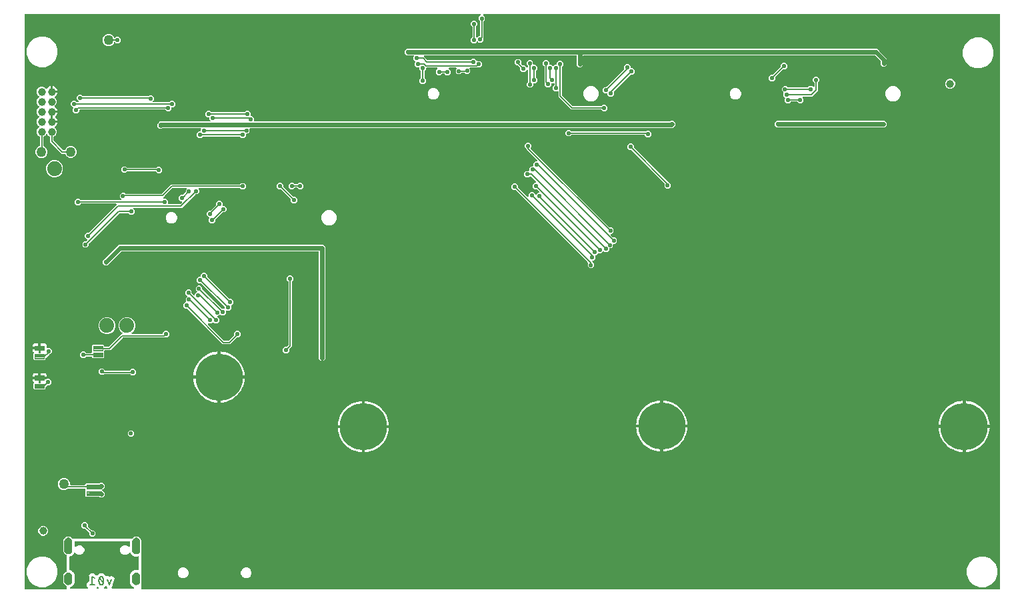
<source format=gbl>
G04 EAGLE Gerber RS-274X export*
G75*
%MOMM*%
%FSLAX34Y34*%
%LPD*%
%INBottom Copper*%
%IPPOS*%
%AMOC8*
5,1,8,0,0,1.08239X$1,22.5*%
G01*
%ADD10C,0.203200*%
%ADD11C,6.000000*%
%ADD12C,0.654000*%
%ADD13C,1.000000*%
%ADD14C,1.270000*%
%ADD15C,1.879600*%
%ADD16C,0.101600*%
%ADD17C,0.099059*%
%ADD18C,0.558800*%
%ADD19C,0.558800*%
%ADD20C,0.604000*%

G36*
X55938Y2803D02*
X55938Y2803D01*
X55996Y2801D01*
X56078Y2823D01*
X56162Y2835D01*
X56215Y2858D01*
X56271Y2873D01*
X56344Y2916D01*
X56421Y2951D01*
X56466Y2989D01*
X56516Y3018D01*
X56574Y3080D01*
X56638Y3134D01*
X56670Y3183D01*
X56710Y3226D01*
X56749Y3301D01*
X56796Y3371D01*
X56813Y3427D01*
X56840Y3479D01*
X56851Y3547D01*
X56881Y3642D01*
X56884Y3742D01*
X56895Y3810D01*
X56895Y6629D01*
X56891Y6658D01*
X56894Y6688D01*
X56871Y6799D01*
X56855Y6910D01*
X56843Y6937D01*
X56837Y6966D01*
X56785Y7067D01*
X56739Y7169D01*
X56720Y7192D01*
X56706Y7219D01*
X56628Y7300D01*
X56556Y7386D01*
X56531Y7403D01*
X56510Y7425D01*
X56413Y7481D01*
X56319Y7544D01*
X56290Y7553D01*
X56265Y7568D01*
X56191Y7587D01*
X55771Y7851D01*
X55634Y7912D01*
X55566Y7950D01*
X55226Y8069D01*
X55164Y8120D01*
X55080Y8199D01*
X55056Y8212D01*
X55035Y8229D01*
X54930Y8276D01*
X54827Y8329D01*
X54808Y8332D01*
X54555Y8585D01*
X54474Y8646D01*
X54415Y8701D01*
X54393Y8712D01*
X54377Y8727D01*
X54072Y8919D01*
X54024Y8982D01*
X53959Y9078D01*
X53938Y9096D01*
X53922Y9117D01*
X53830Y9186D01*
X53741Y9261D01*
X53723Y9268D01*
X53533Y9571D01*
X53436Y9685D01*
X53391Y9749D01*
X53136Y10004D01*
X53103Y10077D01*
X53061Y10185D01*
X53045Y10206D01*
X53034Y10231D01*
X52960Y10319D01*
X52890Y10411D01*
X52874Y10422D01*
X52756Y10760D01*
X52687Y10892D01*
X52657Y10965D01*
X52465Y11270D01*
X52449Y11349D01*
X52433Y11463D01*
X52422Y11488D01*
X52416Y11514D01*
X52363Y11617D01*
X52315Y11722D01*
X52302Y11736D01*
X52262Y12092D01*
X52225Y12236D01*
X52212Y12314D01*
X52087Y12671D01*
X52088Y12706D01*
X52099Y12774D01*
X52099Y13483D01*
X52090Y13547D01*
X52093Y13596D01*
X52037Y14088D01*
X52044Y14100D01*
X52057Y14178D01*
X52093Y14319D01*
X52091Y14383D01*
X52099Y14431D01*
X52099Y18797D01*
X52095Y18827D01*
X52097Y18858D01*
X52075Y18967D01*
X52059Y19078D01*
X52047Y19106D01*
X52041Y19136D01*
X52038Y19142D01*
X52093Y19632D01*
X52091Y19696D01*
X52099Y19745D01*
X52099Y20454D01*
X52091Y20513D01*
X52092Y20572D01*
X52212Y20914D01*
X52241Y21061D01*
X52262Y21136D01*
X52303Y21495D01*
X52339Y21565D01*
X52398Y21665D01*
X52404Y21691D01*
X52417Y21715D01*
X52439Y21829D01*
X52468Y21941D01*
X52466Y21960D01*
X52657Y22263D01*
X52718Y22400D01*
X52756Y22468D01*
X52875Y22808D01*
X52926Y22870D01*
X53005Y22954D01*
X53018Y22978D01*
X53035Y22999D01*
X53082Y23104D01*
X53135Y23207D01*
X53138Y23226D01*
X53391Y23479D01*
X53480Y23598D01*
X53533Y23657D01*
X53724Y23962D01*
X53788Y24010D01*
X53884Y24075D01*
X53902Y24096D01*
X53923Y24112D01*
X53992Y24204D01*
X54067Y24293D01*
X54074Y24311D01*
X54377Y24501D01*
X54491Y24598D01*
X54555Y24643D01*
X54810Y24898D01*
X54883Y24931D01*
X54991Y24973D01*
X55012Y24989D01*
X55037Y25000D01*
X55125Y25074D01*
X55217Y25144D01*
X55228Y25160D01*
X55566Y25278D01*
X55698Y25347D01*
X55771Y25377D01*
X56180Y25634D01*
X56216Y25641D01*
X56243Y25655D01*
X56271Y25663D01*
X56368Y25720D01*
X56469Y25772D01*
X56490Y25793D01*
X56516Y25808D01*
X56593Y25890D01*
X56675Y25968D01*
X56690Y25994D01*
X56710Y26015D01*
X56762Y26116D01*
X56819Y26213D01*
X56826Y26242D01*
X56840Y26268D01*
X56853Y26346D01*
X56889Y26488D01*
X56887Y26552D01*
X56895Y26599D01*
X56895Y45929D01*
X56891Y45958D01*
X56894Y45988D01*
X56871Y46099D01*
X56855Y46210D01*
X56843Y46237D01*
X56837Y46266D01*
X56785Y46367D01*
X56739Y46469D01*
X56720Y46492D01*
X56706Y46519D01*
X56628Y46600D01*
X56556Y46686D01*
X56531Y46703D01*
X56510Y46725D01*
X56413Y46781D01*
X56319Y46844D01*
X56290Y46853D01*
X56265Y46868D01*
X56191Y46887D01*
X55771Y47151D01*
X55634Y47212D01*
X55566Y47250D01*
X55226Y47369D01*
X55164Y47420D01*
X55080Y47499D01*
X55056Y47512D01*
X55035Y47529D01*
X54930Y47576D01*
X54827Y47629D01*
X54808Y47632D01*
X54555Y47885D01*
X54436Y47974D01*
X54377Y48027D01*
X54072Y48218D01*
X54024Y48282D01*
X53959Y48378D01*
X53938Y48396D01*
X53922Y48417D01*
X53830Y48486D01*
X53741Y48561D01*
X53723Y48568D01*
X53533Y48871D01*
X53436Y48985D01*
X53391Y49049D01*
X53136Y49304D01*
X53103Y49377D01*
X53061Y49485D01*
X53045Y49506D01*
X53034Y49531D01*
X52960Y49619D01*
X52890Y49711D01*
X52874Y49722D01*
X52756Y50060D01*
X52687Y50192D01*
X52657Y50265D01*
X52465Y50570D01*
X52449Y50649D01*
X52433Y50763D01*
X52422Y50788D01*
X52416Y50814D01*
X52363Y50917D01*
X52315Y51022D01*
X52302Y51036D01*
X52262Y51392D01*
X52225Y51536D01*
X52212Y51614D01*
X52087Y51971D01*
X52088Y52006D01*
X52099Y52074D01*
X52099Y52783D01*
X52090Y52847D01*
X52093Y52896D01*
X52037Y53388D01*
X52044Y53400D01*
X52057Y53478D01*
X52093Y53619D01*
X52091Y53683D01*
X52099Y53731D01*
X52099Y63097D01*
X52095Y63127D01*
X52097Y63158D01*
X52075Y63267D01*
X52059Y63378D01*
X52047Y63406D01*
X52041Y63436D01*
X52038Y63442D01*
X52093Y63932D01*
X52091Y63996D01*
X52099Y64045D01*
X52099Y64754D01*
X52092Y64807D01*
X52093Y64841D01*
X52092Y64845D01*
X52092Y64872D01*
X52212Y65214D01*
X52241Y65361D01*
X52262Y65436D01*
X52303Y65795D01*
X52339Y65865D01*
X52398Y65965D01*
X52404Y65991D01*
X52417Y66015D01*
X52439Y66129D01*
X52468Y66241D01*
X52466Y66260D01*
X52657Y66563D01*
X52718Y66700D01*
X52756Y66768D01*
X52875Y67108D01*
X52926Y67170D01*
X53005Y67254D01*
X53018Y67278D01*
X53035Y67299D01*
X53082Y67404D01*
X53135Y67507D01*
X53138Y67526D01*
X53391Y67779D01*
X53480Y67898D01*
X53533Y67957D01*
X53724Y68262D01*
X53788Y68310D01*
X53884Y68375D01*
X53902Y68396D01*
X53923Y68412D01*
X53992Y68504D01*
X54067Y68593D01*
X54074Y68611D01*
X54377Y68801D01*
X54491Y68898D01*
X54555Y68943D01*
X54810Y69198D01*
X54883Y69231D01*
X54991Y69273D01*
X55012Y69289D01*
X55037Y69300D01*
X55125Y69374D01*
X55217Y69444D01*
X55228Y69460D01*
X55566Y69578D01*
X55698Y69647D01*
X55771Y69677D01*
X56076Y69869D01*
X56155Y69885D01*
X56269Y69901D01*
X56294Y69912D01*
X56320Y69918D01*
X56423Y69971D01*
X56528Y70019D01*
X56542Y70032D01*
X56898Y70072D01*
X57042Y70109D01*
X57120Y70122D01*
X57460Y70241D01*
X57540Y70239D01*
X57655Y70230D01*
X57682Y70235D01*
X57709Y70234D01*
X57821Y70264D01*
X57934Y70287D01*
X57951Y70296D01*
X58306Y70256D01*
X58456Y70260D01*
X58534Y70256D01*
X58892Y70296D01*
X58970Y70276D01*
X59080Y70242D01*
X59107Y70241D01*
X59133Y70234D01*
X59249Y70238D01*
X59364Y70235D01*
X59383Y70240D01*
X59720Y70122D01*
X59867Y70093D01*
X59942Y70072D01*
X60301Y70031D01*
X60371Y69995D01*
X60471Y69936D01*
X60497Y69930D01*
X60521Y69917D01*
X60635Y69895D01*
X60747Y69866D01*
X60766Y69868D01*
X61069Y69677D01*
X61206Y69616D01*
X61274Y69578D01*
X61614Y69459D01*
X61676Y69408D01*
X61760Y69329D01*
X61784Y69316D01*
X61805Y69299D01*
X61910Y69252D01*
X62013Y69199D01*
X62032Y69196D01*
X62285Y68943D01*
X62404Y68853D01*
X62463Y68801D01*
X62768Y68609D01*
X62816Y68546D01*
X62881Y68450D01*
X62902Y68432D01*
X62918Y68411D01*
X63010Y68342D01*
X63099Y68267D01*
X63117Y68260D01*
X63255Y68040D01*
X63293Y67995D01*
X63323Y67944D01*
X63385Y67887D01*
X63439Y67823D01*
X63488Y67790D01*
X63531Y67750D01*
X63606Y67711D01*
X63675Y67665D01*
X63731Y67647D01*
X63784Y67620D01*
X63852Y67609D01*
X63946Y67579D01*
X64047Y67576D01*
X64115Y67565D01*
X139085Y67565D01*
X139143Y67573D01*
X139202Y67572D01*
X139284Y67593D01*
X139367Y67605D01*
X139420Y67629D01*
X139477Y67644D01*
X139549Y67686D01*
X139626Y67721D01*
X139671Y67759D01*
X139722Y67789D01*
X139767Y67840D01*
X139843Y67904D01*
X139899Y67988D01*
X139945Y68040D01*
X140085Y68262D01*
X140148Y68310D01*
X140244Y68375D01*
X140262Y68396D01*
X140283Y68412D01*
X140352Y68504D01*
X140427Y68593D01*
X140434Y68611D01*
X140737Y68801D01*
X140851Y68898D01*
X140915Y68943D01*
X141170Y69198D01*
X141243Y69231D01*
X141351Y69273D01*
X141372Y69289D01*
X141397Y69300D01*
X141485Y69374D01*
X141577Y69444D01*
X141588Y69460D01*
X141926Y69578D01*
X142058Y69647D01*
X142131Y69677D01*
X142436Y69869D01*
X142515Y69885D01*
X142629Y69901D01*
X142654Y69912D01*
X142680Y69918D01*
X142783Y69971D01*
X142888Y70019D01*
X142902Y70032D01*
X143258Y70072D01*
X143402Y70109D01*
X143480Y70122D01*
X143820Y70241D01*
X143900Y70239D01*
X144015Y70230D01*
X144042Y70235D01*
X144069Y70234D01*
X144181Y70264D01*
X144294Y70287D01*
X144311Y70296D01*
X144666Y70256D01*
X144816Y70260D01*
X144894Y70256D01*
X145252Y70296D01*
X145330Y70276D01*
X145440Y70242D01*
X145467Y70241D01*
X145493Y70234D01*
X145609Y70238D01*
X145724Y70235D01*
X145743Y70240D01*
X146080Y70122D01*
X146227Y70093D01*
X146302Y70072D01*
X146661Y70031D01*
X146731Y69995D01*
X146831Y69936D01*
X146857Y69930D01*
X146881Y69917D01*
X146995Y69895D01*
X147107Y69866D01*
X147126Y69868D01*
X147429Y69677D01*
X147566Y69616D01*
X147634Y69578D01*
X147974Y69459D01*
X148036Y69408D01*
X148120Y69329D01*
X148144Y69316D01*
X148165Y69299D01*
X148270Y69252D01*
X148373Y69199D01*
X148392Y69196D01*
X148645Y68943D01*
X148764Y68854D01*
X148823Y68801D01*
X149128Y68610D01*
X149176Y68546D01*
X149241Y68450D01*
X149262Y68432D01*
X149278Y68411D01*
X149370Y68342D01*
X149459Y68267D01*
X149477Y68260D01*
X149667Y67957D01*
X149764Y67843D01*
X149809Y67779D01*
X150064Y67524D01*
X150097Y67451D01*
X150139Y67343D01*
X150155Y67322D01*
X150166Y67297D01*
X150240Y67209D01*
X150310Y67117D01*
X150326Y67106D01*
X150444Y66768D01*
X150513Y66636D01*
X150543Y66563D01*
X150735Y66258D01*
X150751Y66179D01*
X150767Y66065D01*
X150778Y66040D01*
X150784Y66014D01*
X150837Y65911D01*
X150885Y65806D01*
X150901Y65788D01*
X150915Y65761D01*
X150949Y65725D01*
X150960Y65707D01*
X150969Y65678D01*
X151015Y65614D01*
X151089Y65489D01*
X151135Y65445D01*
X151164Y65404D01*
X151385Y65184D01*
X151385Y3810D01*
X151393Y3752D01*
X151391Y3694D01*
X151413Y3612D01*
X151425Y3528D01*
X151448Y3475D01*
X151463Y3419D01*
X151506Y3346D01*
X151541Y3269D01*
X151579Y3224D01*
X151608Y3174D01*
X151670Y3116D01*
X151724Y3052D01*
X151773Y3020D01*
X151816Y2980D01*
X151891Y2941D01*
X151961Y2894D01*
X152017Y2877D01*
X152069Y2850D01*
X152137Y2839D01*
X152232Y2809D01*
X152332Y2806D01*
X152400Y2795D01*
X1240790Y2795D01*
X1240848Y2803D01*
X1240906Y2801D01*
X1240988Y2823D01*
X1241072Y2835D01*
X1241125Y2858D01*
X1241181Y2873D01*
X1241254Y2916D01*
X1241331Y2951D01*
X1241376Y2989D01*
X1241426Y3018D01*
X1241484Y3080D01*
X1241548Y3134D01*
X1241580Y3183D01*
X1241620Y3226D01*
X1241659Y3301D01*
X1241706Y3371D01*
X1241723Y3427D01*
X1241750Y3479D01*
X1241761Y3547D01*
X1241791Y3642D01*
X1241794Y3742D01*
X1241805Y3810D01*
X1241805Y732790D01*
X1241798Y732843D01*
X1241799Y732876D01*
X1241798Y732879D01*
X1241799Y732906D01*
X1241777Y732988D01*
X1241765Y733072D01*
X1241742Y733125D01*
X1241727Y733181D01*
X1241684Y733254D01*
X1241649Y733331D01*
X1241611Y733376D01*
X1241582Y733426D01*
X1241520Y733484D01*
X1241466Y733548D01*
X1241417Y733580D01*
X1241374Y733620D01*
X1241299Y733659D01*
X1241229Y733706D01*
X1241173Y733723D01*
X1241121Y733750D01*
X1241053Y733761D01*
X1240958Y733791D01*
X1240858Y733794D01*
X1240790Y733805D01*
X586304Y733805D01*
X586275Y733801D01*
X586246Y733804D01*
X586135Y733781D01*
X586023Y733765D01*
X585996Y733753D01*
X585967Y733748D01*
X585867Y733695D01*
X585763Y733649D01*
X585741Y733630D01*
X585715Y733617D01*
X585633Y733539D01*
X585546Y733466D01*
X585530Y733441D01*
X585509Y733421D01*
X585451Y733323D01*
X585389Y733229D01*
X585380Y733201D01*
X585365Y733176D01*
X585337Y733066D01*
X585303Y732958D01*
X585302Y732928D01*
X585295Y732900D01*
X585298Y732787D01*
X585296Y732674D01*
X585303Y732645D01*
X585304Y732616D01*
X585339Y732508D01*
X585367Y732399D01*
X585382Y732373D01*
X585391Y732345D01*
X585437Y732282D01*
X585513Y732154D01*
X585541Y732128D01*
X585543Y732124D01*
X585562Y732106D01*
X585586Y732072D01*
X587757Y729902D01*
X587757Y726534D01*
X586276Y725054D01*
X586224Y724984D01*
X586164Y724920D01*
X586138Y724871D01*
X586105Y724826D01*
X586074Y724745D01*
X586034Y724667D01*
X586026Y724619D01*
X586004Y724561D01*
X585992Y724413D01*
X585979Y724336D01*
X585979Y702887D01*
X585768Y702676D01*
X585716Y702606D01*
X585656Y702542D01*
X585630Y702493D01*
X585597Y702449D01*
X585566Y702367D01*
X585526Y702289D01*
X585518Y702242D01*
X585496Y702183D01*
X585484Y702036D01*
X585471Y701958D01*
X585471Y699864D01*
X583090Y697483D01*
X579722Y697483D01*
X578695Y698511D01*
X578648Y698546D01*
X578608Y698588D01*
X578535Y698631D01*
X578468Y698682D01*
X578413Y698702D01*
X578363Y698732D01*
X578281Y698753D01*
X578202Y698783D01*
X578144Y698788D01*
X578087Y698802D01*
X578003Y698799D01*
X577919Y698806D01*
X577861Y698795D01*
X577803Y698793D01*
X577723Y698767D01*
X577640Y698751D01*
X577588Y698724D01*
X577532Y698706D01*
X577476Y698665D01*
X577388Y698620D01*
X577315Y698551D01*
X577259Y698511D01*
X575724Y696975D01*
X572356Y696975D01*
X569975Y699356D01*
X569975Y702724D01*
X571456Y704204D01*
X571508Y704274D01*
X571568Y704338D01*
X571594Y704387D01*
X571627Y704432D01*
X571658Y704513D01*
X571698Y704591D01*
X571706Y704639D01*
X571728Y704697D01*
X571740Y704845D01*
X571753Y704922D01*
X571753Y717478D01*
X571741Y717564D01*
X571738Y717652D01*
X571721Y717704D01*
X571713Y717759D01*
X571678Y717839D01*
X571651Y717922D01*
X571623Y717962D01*
X571597Y718019D01*
X571501Y718132D01*
X571456Y718196D01*
X569975Y719676D01*
X569975Y723044D01*
X572356Y725425D01*
X575724Y725425D01*
X578105Y723044D01*
X578105Y719676D01*
X576624Y718196D01*
X576572Y718126D01*
X576512Y718062D01*
X576486Y718013D01*
X576453Y717968D01*
X576422Y717887D01*
X576382Y717809D01*
X576374Y717761D01*
X576352Y717703D01*
X576340Y717555D01*
X576327Y717478D01*
X576327Y704922D01*
X576339Y704836D01*
X576342Y704748D01*
X576359Y704696D01*
X576367Y704641D01*
X576402Y704561D01*
X576429Y704478D01*
X576457Y704438D01*
X576483Y704381D01*
X576578Y704268D01*
X576624Y704204D01*
X576751Y704077D01*
X576798Y704042D01*
X576838Y704000D01*
X576911Y703957D01*
X576978Y703906D01*
X577033Y703886D01*
X577083Y703856D01*
X577165Y703835D01*
X577244Y703805D01*
X577302Y703800D01*
X577359Y703786D01*
X577443Y703789D01*
X577527Y703782D01*
X577585Y703793D01*
X577643Y703795D01*
X577723Y703821D01*
X577806Y703837D01*
X577858Y703864D01*
X577914Y703882D01*
X577970Y703922D01*
X578058Y703968D01*
X578131Y704037D01*
X578187Y704077D01*
X579722Y705613D01*
X580390Y705613D01*
X580448Y705621D01*
X580506Y705619D01*
X580588Y705641D01*
X580672Y705653D01*
X580725Y705676D01*
X580781Y705691D01*
X580854Y705734D01*
X580931Y705769D01*
X580976Y705807D01*
X581026Y705836D01*
X581084Y705898D01*
X581148Y705952D01*
X581180Y706001D01*
X581220Y706044D01*
X581259Y706119D01*
X581306Y706189D01*
X581323Y706245D01*
X581350Y706297D01*
X581361Y706365D01*
X581391Y706460D01*
X581394Y706560D01*
X581405Y706628D01*
X581405Y724336D01*
X581393Y724422D01*
X581390Y724510D01*
X581373Y724562D01*
X581365Y724617D01*
X581330Y724697D01*
X581303Y724780D01*
X581275Y724820D01*
X581249Y724877D01*
X581153Y724990D01*
X581108Y725054D01*
X579627Y726534D01*
X579627Y729902D01*
X581798Y732072D01*
X581806Y732083D01*
X581807Y732084D01*
X581812Y732091D01*
X581815Y732096D01*
X581838Y732115D01*
X581901Y732209D01*
X581969Y732299D01*
X581979Y732327D01*
X581995Y732351D01*
X582030Y732459D01*
X582070Y732565D01*
X582072Y732594D01*
X582081Y732622D01*
X582084Y732736D01*
X582093Y732848D01*
X582088Y732877D01*
X582088Y732906D01*
X582060Y733016D01*
X582038Y733127D01*
X582024Y733153D01*
X582017Y733181D01*
X581959Y733279D01*
X581907Y733379D01*
X581886Y733401D01*
X581871Y733426D01*
X581789Y733503D01*
X581711Y733585D01*
X581685Y733600D01*
X581664Y733620D01*
X581563Y733672D01*
X581465Y733729D01*
X581437Y733736D01*
X581411Y733750D01*
X581334Y733763D01*
X581190Y733799D01*
X581127Y733797D01*
X581080Y733805D01*
X3810Y733805D01*
X3752Y733797D01*
X3694Y733799D01*
X3612Y733777D01*
X3528Y733765D01*
X3475Y733742D01*
X3419Y733727D01*
X3346Y733684D01*
X3269Y733649D01*
X3224Y733611D01*
X3174Y733582D01*
X3116Y733520D01*
X3052Y733466D01*
X3020Y733417D01*
X2980Y733374D01*
X2941Y733299D01*
X2894Y733229D01*
X2877Y733173D01*
X2850Y733121D01*
X2839Y733053D01*
X2809Y732958D01*
X2806Y732858D01*
X2795Y732790D01*
X2795Y3810D01*
X2803Y3752D01*
X2801Y3694D01*
X2823Y3612D01*
X2835Y3528D01*
X2858Y3475D01*
X2873Y3419D01*
X2916Y3346D01*
X2951Y3269D01*
X2989Y3224D01*
X3018Y3174D01*
X3080Y3116D01*
X3134Y3052D01*
X3183Y3020D01*
X3226Y2980D01*
X3301Y2941D01*
X3371Y2894D01*
X3427Y2877D01*
X3479Y2850D01*
X3547Y2839D01*
X3642Y2809D01*
X3742Y2806D01*
X3810Y2795D01*
X55880Y2795D01*
X55938Y2803D01*
G37*
%LPC*%
G36*
X720692Y410971D02*
X720692Y410971D01*
X718311Y413352D01*
X718311Y416720D01*
X718564Y416972D01*
X718599Y417019D01*
X718642Y417059D01*
X718684Y417132D01*
X718735Y417200D01*
X718756Y417254D01*
X718785Y417305D01*
X718806Y417386D01*
X718836Y417465D01*
X718841Y417524D01*
X718855Y417580D01*
X718853Y417664D01*
X718860Y417748D01*
X718848Y417806D01*
X718846Y417864D01*
X718820Y417945D01*
X718804Y418027D01*
X718777Y418079D01*
X718759Y418135D01*
X718719Y418191D01*
X718673Y418280D01*
X718604Y418352D01*
X718564Y418408D01*
X626730Y510242D01*
X626660Y510294D01*
X626596Y510354D01*
X626547Y510380D01*
X626503Y510413D01*
X626421Y510444D01*
X626343Y510484D01*
X626296Y510492D01*
X626237Y510514D01*
X626090Y510526D01*
X626012Y510539D01*
X623918Y510539D01*
X621537Y512920D01*
X621537Y516288D01*
X623918Y518669D01*
X627286Y518669D01*
X629667Y516288D01*
X629667Y514194D01*
X629679Y514107D01*
X629682Y514020D01*
X629699Y513967D01*
X629707Y513912D01*
X629742Y513832D01*
X629769Y513749D01*
X629797Y513710D01*
X629823Y513653D01*
X629919Y513540D01*
X629964Y513476D01*
X641648Y501792D01*
X641672Y501774D01*
X641691Y501752D01*
X641785Y501689D01*
X641875Y501621D01*
X641903Y501610D01*
X641927Y501594D01*
X642035Y501560D01*
X642141Y501520D01*
X642170Y501517D01*
X642198Y501508D01*
X642312Y501505D01*
X642424Y501496D01*
X642453Y501502D01*
X642482Y501501D01*
X642592Y501530D01*
X642703Y501552D01*
X642729Y501566D01*
X642757Y501573D01*
X642855Y501631D01*
X642955Y501683D01*
X642977Y501703D01*
X643002Y501718D01*
X643079Y501801D01*
X643161Y501879D01*
X643176Y501904D01*
X643196Y501925D01*
X643248Y502026D01*
X643305Y502124D01*
X643312Y502152D01*
X643326Y502179D01*
X643339Y502256D01*
X643375Y502400D01*
X643373Y502462D01*
X643381Y502510D01*
X643381Y505112D01*
X645762Y507493D01*
X649130Y507493D01*
X651681Y504941D01*
X651728Y504906D01*
X651768Y504864D01*
X651841Y504821D01*
X651908Y504770D01*
X651963Y504750D01*
X652013Y504720D01*
X652095Y504699D01*
X652174Y504669D01*
X652232Y504664D01*
X652289Y504650D01*
X652373Y504653D01*
X652457Y504646D01*
X652515Y504657D01*
X652573Y504659D01*
X652653Y504685D01*
X652736Y504701D01*
X652788Y504728D01*
X652844Y504746D01*
X652900Y504787D01*
X652988Y504832D01*
X653061Y504901D01*
X653117Y504941D01*
X654906Y506731D01*
X655984Y506731D01*
X656013Y506735D01*
X656043Y506732D01*
X656154Y506755D01*
X656266Y506771D01*
X656293Y506783D01*
X656321Y506788D01*
X656422Y506841D01*
X656525Y506887D01*
X656548Y506906D01*
X656574Y506919D01*
X656656Y506997D01*
X656742Y507070D01*
X656758Y507095D01*
X656780Y507115D01*
X656837Y507213D01*
X656900Y507307D01*
X656909Y507335D01*
X656923Y507360D01*
X656951Y507470D01*
X656986Y507578D01*
X656986Y507608D01*
X656994Y507636D01*
X656990Y507749D01*
X656993Y507862D01*
X656985Y507891D01*
X656985Y507920D01*
X656950Y508028D01*
X656921Y508137D01*
X656906Y508163D01*
X656897Y508191D01*
X656852Y508254D01*
X656776Y508382D01*
X656730Y508425D01*
X656702Y508464D01*
X653908Y511258D01*
X653838Y511310D01*
X653774Y511370D01*
X653725Y511396D01*
X653681Y511429D01*
X653599Y511460D01*
X653521Y511500D01*
X653474Y511508D01*
X653415Y511530D01*
X653268Y511542D01*
X653190Y511555D01*
X651096Y511555D01*
X648715Y513936D01*
X648715Y517304D01*
X651096Y519685D01*
X651579Y519685D01*
X651608Y519689D01*
X651637Y519686D01*
X651748Y519709D01*
X651860Y519725D01*
X651887Y519737D01*
X651916Y519742D01*
X652016Y519794D01*
X652119Y519841D01*
X652142Y519860D01*
X652168Y519873D01*
X652250Y519951D01*
X652336Y520024D01*
X652353Y520049D01*
X652374Y520069D01*
X652431Y520167D01*
X652494Y520261D01*
X652503Y520289D01*
X652518Y520314D01*
X652546Y520424D01*
X652580Y520532D01*
X652581Y520562D01*
X652588Y520590D01*
X652584Y520703D01*
X652587Y520816D01*
X652580Y520845D01*
X652579Y520874D01*
X652544Y520982D01*
X652515Y521091D01*
X652500Y521117D01*
X652491Y521145D01*
X652446Y521208D01*
X652370Y521336D01*
X652324Y521379D01*
X652296Y521418D01*
X645995Y527719D01*
X645948Y527754D01*
X645908Y527797D01*
X645835Y527840D01*
X645768Y527890D01*
X645713Y527911D01*
X645663Y527941D01*
X645581Y527961D01*
X645502Y527991D01*
X645444Y527996D01*
X645387Y528011D01*
X645303Y528008D01*
X645219Y528015D01*
X645162Y528004D01*
X645103Y528002D01*
X645023Y527976D01*
X644940Y527959D01*
X644888Y527932D01*
X644833Y527914D01*
X644776Y527874D01*
X644688Y527828D01*
X644615Y527759D01*
X644559Y527719D01*
X643080Y526241D01*
X639713Y526241D01*
X637332Y528622D01*
X637332Y531989D01*
X639713Y534370D01*
X643151Y534370D01*
X643209Y534378D01*
X643268Y534377D01*
X643349Y534398D01*
X643433Y534410D01*
X643486Y534434D01*
X643543Y534448D01*
X643615Y534492D01*
X643692Y534526D01*
X643737Y534564D01*
X643787Y534594D01*
X643845Y534655D01*
X643909Y534710D01*
X643942Y534758D01*
X643982Y534801D01*
X644020Y534876D01*
X644067Y534946D01*
X644085Y535002D01*
X644111Y535054D01*
X644123Y535122D01*
X644153Y535217D01*
X644155Y535317D01*
X644167Y535385D01*
X644167Y537854D01*
X646548Y540235D01*
X647954Y540235D01*
X648012Y540244D01*
X648070Y540242D01*
X648152Y540263D01*
X648236Y540275D01*
X648289Y540299D01*
X648345Y540314D01*
X648418Y540357D01*
X648495Y540391D01*
X648540Y540429D01*
X648590Y540459D01*
X648648Y540521D01*
X648712Y540575D01*
X648744Y540624D01*
X648784Y540666D01*
X648823Y540742D01*
X648870Y540812D01*
X648887Y540868D01*
X648914Y540920D01*
X648925Y540988D01*
X648955Y541083D01*
X648958Y541183D01*
X648969Y541251D01*
X648969Y543974D01*
X651350Y546355D01*
X653444Y546355D01*
X653473Y546359D01*
X653503Y546356D01*
X653614Y546379D01*
X653726Y546395D01*
X653753Y546407D01*
X653781Y546412D01*
X653882Y546464D01*
X653985Y546511D01*
X654008Y546530D01*
X654034Y546543D01*
X654116Y546621D01*
X654202Y546694D01*
X654219Y546719D01*
X654240Y546739D01*
X654297Y546837D01*
X654360Y546931D01*
X654369Y546959D01*
X654383Y546984D01*
X654411Y547094D01*
X654446Y547202D01*
X654446Y547232D01*
X654454Y547260D01*
X654450Y547373D01*
X654453Y547486D01*
X654445Y547515D01*
X654445Y547544D01*
X654410Y547652D01*
X654381Y547761D01*
X654366Y547787D01*
X654357Y547815D01*
X654312Y547878D01*
X654236Y548006D01*
X654190Y548049D01*
X654162Y548088D01*
X641970Y560280D01*
X640333Y561917D01*
X640333Y562538D01*
X640321Y562624D01*
X640318Y562712D01*
X640301Y562764D01*
X640293Y562819D01*
X640258Y562899D01*
X640231Y562982D01*
X640203Y563022D01*
X640177Y563079D01*
X640081Y563192D01*
X640036Y563256D01*
X638555Y564736D01*
X638555Y568104D01*
X640936Y570485D01*
X644304Y570485D01*
X646685Y568104D01*
X646685Y564736D01*
X646051Y564103D01*
X646016Y564056D01*
X645973Y564016D01*
X645931Y563943D01*
X645880Y563875D01*
X645859Y563821D01*
X645830Y563770D01*
X645809Y563689D01*
X645779Y563610D01*
X645774Y563551D01*
X645760Y563495D01*
X645762Y563411D01*
X645755Y563327D01*
X645767Y563269D01*
X645769Y563211D01*
X645795Y563130D01*
X645811Y563048D01*
X645838Y562996D01*
X645856Y562940D01*
X645896Y562884D01*
X645942Y562795D01*
X646011Y562723D01*
X646051Y562667D01*
X745886Y462832D01*
X745956Y462780D01*
X746020Y462720D01*
X746069Y462694D01*
X746113Y462661D01*
X746195Y462630D01*
X746273Y462590D01*
X746320Y462582D01*
X746379Y462560D01*
X746526Y462548D01*
X746604Y462535D01*
X748698Y462535D01*
X751079Y460154D01*
X751079Y456786D01*
X748698Y454405D01*
X748387Y454405D01*
X748358Y454401D01*
X748329Y454404D01*
X748218Y454381D01*
X748106Y454365D01*
X748079Y454353D01*
X748050Y454348D01*
X747950Y454295D01*
X747847Y454249D01*
X747824Y454230D01*
X747798Y454217D01*
X747716Y454139D01*
X747630Y454066D01*
X747613Y454041D01*
X747592Y454021D01*
X747535Y453923D01*
X747472Y453829D01*
X747463Y453801D01*
X747448Y453776D01*
X747420Y453666D01*
X747386Y453558D01*
X747385Y453528D01*
X747378Y453500D01*
X747382Y453387D01*
X747379Y453274D01*
X747386Y453245D01*
X747387Y453216D01*
X747422Y453108D01*
X747451Y452999D01*
X747466Y452973D01*
X747475Y452945D01*
X747520Y452882D01*
X747596Y452754D01*
X747642Y452711D01*
X747670Y452672D01*
X750207Y450135D01*
X750277Y450082D01*
X750340Y450023D01*
X750390Y449997D01*
X750434Y449964D01*
X750516Y449933D01*
X750594Y449893D01*
X750641Y449885D01*
X750700Y449863D01*
X750847Y449851D01*
X750925Y449838D01*
X753019Y449838D01*
X755400Y447457D01*
X755400Y444089D01*
X753019Y441708D01*
X751311Y441708D01*
X751254Y441700D01*
X751195Y441701D01*
X751114Y441680D01*
X751030Y441668D01*
X750977Y441644D01*
X750920Y441630D01*
X750848Y441587D01*
X750771Y441552D01*
X750726Y441514D01*
X750676Y441484D01*
X750618Y441423D01*
X750554Y441368D01*
X750521Y441320D01*
X750481Y441277D01*
X750443Y441202D01*
X750396Y441132D01*
X750378Y441076D01*
X750352Y441024D01*
X750340Y440956D01*
X750310Y440861D01*
X750308Y440761D01*
X750296Y440693D01*
X750296Y438732D01*
X747915Y436351D01*
X746462Y436351D01*
X746404Y436343D01*
X746346Y436344D01*
X746264Y436323D01*
X746181Y436311D01*
X746127Y436287D01*
X746071Y436272D01*
X745998Y436229D01*
X745921Y436195D01*
X745877Y436157D01*
X745826Y436127D01*
X745769Y436065D01*
X745704Y436011D01*
X745672Y435962D01*
X745632Y435920D01*
X745593Y435845D01*
X745547Y435774D01*
X745529Y435719D01*
X745502Y435667D01*
X745491Y435599D01*
X745461Y435503D01*
X745458Y435404D01*
X745447Y435336D01*
X745447Y433882D01*
X743066Y431501D01*
X739698Y431501D01*
X739052Y432148D01*
X739005Y432183D01*
X738965Y432225D01*
X738892Y432268D01*
X738825Y432319D01*
X738770Y432340D01*
X738720Y432369D01*
X738638Y432390D01*
X738559Y432420D01*
X738501Y432425D01*
X738444Y432439D01*
X738360Y432437D01*
X738276Y432444D01*
X738219Y432432D01*
X738160Y432430D01*
X738080Y432404D01*
X737997Y432388D01*
X737945Y432361D01*
X737890Y432343D01*
X737833Y432303D01*
X737745Y432257D01*
X737672Y432188D01*
X737616Y432148D01*
X735744Y430275D01*
X732354Y430275D01*
X732268Y430263D01*
X732180Y430260D01*
X732128Y430243D01*
X732073Y430235D01*
X731993Y430200D01*
X731910Y430173D01*
X731870Y430145D01*
X731813Y430119D01*
X731700Y430023D01*
X731636Y429978D01*
X729140Y427481D01*
X728726Y427481D01*
X728668Y427473D01*
X728610Y427475D01*
X728528Y427453D01*
X728444Y427441D01*
X728391Y427418D01*
X728335Y427403D01*
X728262Y427360D01*
X728185Y427325D01*
X728140Y427287D01*
X728090Y427258D01*
X728032Y427196D01*
X727968Y427142D01*
X727936Y427093D01*
X727896Y427050D01*
X727857Y426975D01*
X727810Y426905D01*
X727793Y426849D01*
X727766Y426797D01*
X727755Y426729D01*
X727725Y426634D01*
X727722Y426534D01*
X727711Y426466D01*
X727711Y423258D01*
X725330Y420877D01*
X725014Y420877D01*
X724985Y420873D01*
X724955Y420876D01*
X724844Y420853D01*
X724732Y420837D01*
X724705Y420825D01*
X724677Y420820D01*
X724576Y420767D01*
X724473Y420721D01*
X724450Y420702D01*
X724424Y420689D01*
X724342Y420611D01*
X724256Y420538D01*
X724240Y420513D01*
X724218Y420493D01*
X724161Y420395D01*
X724098Y420301D01*
X724089Y420273D01*
X724074Y420248D01*
X724047Y420138D01*
X724012Y420030D01*
X724012Y420000D01*
X724004Y419972D01*
X724008Y419859D01*
X724005Y419746D01*
X724013Y419717D01*
X724013Y419688D01*
X724048Y419580D01*
X724077Y419471D01*
X724092Y419445D01*
X724101Y419417D01*
X724147Y419353D01*
X724222Y419226D01*
X724268Y419183D01*
X724296Y419144D01*
X724677Y418763D01*
X724678Y418744D01*
X724695Y418692D01*
X724703Y418637D01*
X724738Y418557D01*
X724765Y418474D01*
X724793Y418434D01*
X724819Y418377D01*
X724915Y418264D01*
X724960Y418200D01*
X726441Y416720D01*
X726441Y413352D01*
X724060Y410971D01*
X720692Y410971D01*
G37*
%LPD*%
%LPC*%
G36*
X278478Y576325D02*
X278478Y576325D01*
X276998Y577806D01*
X276928Y577858D01*
X276864Y577918D01*
X276815Y577944D01*
X276771Y577977D01*
X276689Y578008D01*
X276611Y578048D01*
X276563Y578056D01*
X276505Y578078D01*
X276357Y578090D01*
X276280Y578103D01*
X229688Y578103D01*
X229602Y578091D01*
X229514Y578088D01*
X229462Y578071D01*
X229407Y578063D01*
X229327Y578028D01*
X229244Y578001D01*
X229204Y577973D01*
X229147Y577947D01*
X229034Y577851D01*
X228970Y577806D01*
X227744Y576579D01*
X224376Y576579D01*
X221995Y578960D01*
X221995Y582328D01*
X224376Y584709D01*
X226060Y584709D01*
X226118Y584717D01*
X226176Y584715D01*
X226258Y584737D01*
X226342Y584749D01*
X226395Y584772D01*
X226451Y584787D01*
X226524Y584830D01*
X226601Y584865D01*
X226646Y584903D01*
X226696Y584932D01*
X226754Y584994D01*
X226818Y585048D01*
X226850Y585097D01*
X226890Y585140D01*
X226929Y585215D01*
X226976Y585285D01*
X226993Y585341D01*
X227020Y585393D01*
X227031Y585461D01*
X227061Y585556D01*
X227064Y585656D01*
X227075Y585724D01*
X227075Y587446D01*
X227131Y587519D01*
X227141Y587547D01*
X227157Y587571D01*
X227192Y587679D01*
X227232Y587785D01*
X227234Y587814D01*
X227243Y587842D01*
X227246Y587955D01*
X227255Y588068D01*
X227250Y588097D01*
X227250Y588126D01*
X227222Y588236D01*
X227200Y588347D01*
X227186Y588373D01*
X227179Y588401D01*
X227121Y588499D01*
X227069Y588599D01*
X227048Y588621D01*
X227033Y588646D01*
X226951Y588723D01*
X226873Y588805D01*
X226847Y588820D01*
X226826Y588840D01*
X226725Y588892D01*
X226628Y588949D01*
X226599Y588956D01*
X226573Y588970D01*
X226496Y588983D01*
X226352Y589019D01*
X226289Y589017D01*
X226242Y589025D01*
X178446Y589025D01*
X178359Y589013D01*
X178272Y589010D01*
X178219Y588993D01*
X178164Y588985D01*
X178085Y588950D01*
X178001Y588923D01*
X177962Y588895D01*
X177905Y588869D01*
X177792Y588773D01*
X177728Y588728D01*
X177291Y588291D01*
X173737Y588291D01*
X171223Y590805D01*
X171223Y594359D01*
X173750Y596886D01*
X173810Y596888D01*
X173862Y596905D01*
X173917Y596913D01*
X173997Y596948D01*
X174080Y596975D01*
X174120Y597003D01*
X174177Y597029D01*
X174290Y597125D01*
X174332Y597155D01*
X237948Y597155D01*
X237977Y597159D01*
X238006Y597156D01*
X238117Y597179D01*
X238229Y597195D01*
X238256Y597207D01*
X238285Y597212D01*
X238386Y597265D01*
X238489Y597311D01*
X238511Y597330D01*
X238537Y597343D01*
X238619Y597421D01*
X238706Y597494D01*
X238722Y597519D01*
X238743Y597539D01*
X238800Y597637D01*
X238863Y597731D01*
X238872Y597759D01*
X238887Y597784D01*
X238915Y597894D01*
X238949Y598002D01*
X238950Y598032D01*
X238957Y598060D01*
X238954Y598173D01*
X238956Y598286D01*
X238949Y598315D01*
X238948Y598344D01*
X238913Y598452D01*
X238885Y598561D01*
X238870Y598587D01*
X238861Y598615D01*
X238815Y598679D01*
X238739Y598806D01*
X238694Y598849D01*
X238666Y598888D01*
X237891Y599662D01*
X237891Y601966D01*
X237883Y602024D01*
X237885Y602082D01*
X237863Y602164D01*
X237851Y602248D01*
X237828Y602301D01*
X237813Y602357D01*
X237770Y602430D01*
X237735Y602507D01*
X237697Y602552D01*
X237668Y602602D01*
X237606Y602660D01*
X237552Y602724D01*
X237503Y602756D01*
X237460Y602796D01*
X237385Y602835D01*
X237315Y602882D01*
X237259Y602899D01*
X237207Y602926D01*
X237139Y602937D01*
X237044Y602967D01*
X236944Y602970D01*
X236876Y602981D01*
X235364Y602981D01*
X232983Y605362D01*
X232983Y608730D01*
X235364Y611111D01*
X238732Y611111D01*
X240258Y609584D01*
X240328Y609532D01*
X240392Y609472D01*
X240441Y609446D01*
X240486Y609413D01*
X240567Y609382D01*
X240645Y609342D01*
X240693Y609334D01*
X240751Y609312D01*
X240899Y609300D01*
X240976Y609287D01*
X282498Y609287D01*
X282584Y609299D01*
X282672Y609302D01*
X282724Y609319D01*
X282779Y609327D01*
X282859Y609362D01*
X282942Y609389D01*
X282982Y609417D01*
X283039Y609443D01*
X283152Y609539D01*
X283216Y609584D01*
X284596Y610965D01*
X287964Y610965D01*
X290345Y608584D01*
X290345Y605080D01*
X290353Y605022D01*
X290351Y604964D01*
X290373Y604882D01*
X290385Y604798D01*
X290408Y604745D01*
X290423Y604689D01*
X290466Y604616D01*
X290501Y604539D01*
X290539Y604494D01*
X290568Y604444D01*
X290630Y604386D01*
X290684Y604322D01*
X290733Y604290D01*
X290776Y604250D01*
X290851Y604211D01*
X290921Y604164D01*
X290977Y604147D01*
X291029Y604120D01*
X291097Y604109D01*
X291192Y604079D01*
X291292Y604076D01*
X291360Y604065D01*
X291684Y604065D01*
X294065Y601684D01*
X294065Y598170D01*
X294073Y598112D01*
X294071Y598054D01*
X294093Y597972D01*
X294105Y597888D01*
X294128Y597835D01*
X294143Y597779D01*
X294186Y597706D01*
X294221Y597629D01*
X294259Y597584D01*
X294288Y597534D01*
X294350Y597476D01*
X294404Y597412D01*
X294453Y597380D01*
X294496Y597340D01*
X294571Y597301D01*
X294641Y597254D01*
X294697Y597237D01*
X294749Y597210D01*
X294817Y597199D01*
X294912Y597169D01*
X295012Y597166D01*
X295080Y597155D01*
X706998Y597155D01*
X707085Y597167D01*
X707172Y597170D01*
X707225Y597187D01*
X707280Y597195D01*
X707359Y597230D01*
X707443Y597257D01*
X707482Y597285D01*
X707539Y597311D01*
X707652Y597407D01*
X707716Y597452D01*
X707899Y597635D01*
X711472Y597635D01*
X711516Y597594D01*
X711565Y597568D01*
X711609Y597535D01*
X711691Y597504D01*
X711769Y597464D01*
X711816Y597456D01*
X711875Y597434D01*
X712022Y597422D01*
X712100Y597409D01*
X822380Y597409D01*
X822466Y597421D01*
X822554Y597424D01*
X822606Y597441D01*
X822661Y597449D01*
X822741Y597484D01*
X822824Y597511D01*
X822864Y597539D01*
X822921Y597565D01*
X823034Y597661D01*
X823098Y597706D01*
X823816Y598425D01*
X827184Y598425D01*
X829565Y596044D01*
X829565Y592676D01*
X826168Y589279D01*
X712100Y589279D01*
X712013Y589267D01*
X711926Y589264D01*
X711873Y589247D01*
X711818Y589239D01*
X711739Y589204D01*
X711655Y589177D01*
X711616Y589149D01*
X711559Y589123D01*
X711462Y589041D01*
X711380Y589038D01*
X711340Y589025D01*
X289814Y589025D01*
X289756Y589017D01*
X289698Y589019D01*
X289616Y588997D01*
X289532Y588985D01*
X289479Y588962D01*
X289423Y588947D01*
X289350Y588904D01*
X289273Y588869D01*
X289228Y588831D01*
X289178Y588802D01*
X289120Y588740D01*
X289056Y588686D01*
X289024Y588637D01*
X288984Y588594D01*
X288945Y588519D01*
X288898Y588449D01*
X288881Y588393D01*
X288854Y588341D01*
X288843Y588273D01*
X288813Y588178D01*
X288810Y588078D01*
X288799Y588010D01*
X288799Y584294D01*
X286418Y581913D01*
X285242Y581913D01*
X285184Y581905D01*
X285126Y581907D01*
X285044Y581885D01*
X284960Y581873D01*
X284907Y581850D01*
X284851Y581835D01*
X284778Y581792D01*
X284701Y581757D01*
X284656Y581719D01*
X284606Y581690D01*
X284548Y581628D01*
X284484Y581574D01*
X284452Y581525D01*
X284412Y581482D01*
X284373Y581407D01*
X284326Y581337D01*
X284309Y581281D01*
X284282Y581229D01*
X284271Y581161D01*
X284241Y581066D01*
X284238Y580966D01*
X284227Y580898D01*
X284227Y578706D01*
X281846Y576325D01*
X278478Y576325D01*
G37*
%LPD*%
%LPC*%
G36*
X507126Y645181D02*
X507126Y645181D01*
X504745Y647562D01*
X504745Y650930D01*
X505972Y652156D01*
X506024Y652226D01*
X506084Y652290D01*
X506110Y652339D01*
X506143Y652384D01*
X506174Y652465D01*
X506214Y652543D01*
X506222Y652591D01*
X506244Y652649D01*
X506256Y652797D01*
X506269Y652874D01*
X506269Y661318D01*
X506257Y661404D01*
X506254Y661492D01*
X506237Y661544D01*
X506229Y661599D01*
X506194Y661679D01*
X506167Y661762D01*
X506139Y661802D01*
X506113Y661859D01*
X506017Y661972D01*
X505972Y662036D01*
X504491Y663516D01*
X504491Y665480D01*
X504483Y665538D01*
X504485Y665596D01*
X504463Y665678D01*
X504451Y665762D01*
X504428Y665815D01*
X504413Y665871D01*
X504370Y665944D01*
X504335Y666021D01*
X504297Y666066D01*
X504268Y666116D01*
X504206Y666174D01*
X504152Y666238D01*
X504103Y666270D01*
X504060Y666310D01*
X503985Y666349D01*
X503915Y666396D01*
X503859Y666413D01*
X503807Y666440D01*
X503739Y666451D01*
X503644Y666481D01*
X503544Y666484D01*
X503476Y666495D01*
X501236Y666495D01*
X498855Y668876D01*
X498855Y672244D01*
X499121Y672509D01*
X499156Y672556D01*
X499198Y672596D01*
X499241Y672669D01*
X499292Y672736D01*
X499312Y672791D01*
X499342Y672841D01*
X499363Y672923D01*
X499393Y673002D01*
X499398Y673060D01*
X499412Y673117D01*
X499409Y673201D01*
X499416Y673285D01*
X499405Y673343D01*
X499403Y673401D01*
X499377Y673481D01*
X499361Y673564D01*
X499334Y673616D01*
X499316Y673672D01*
X499276Y673728D01*
X499230Y673816D01*
X499161Y673889D01*
X499121Y673945D01*
X496823Y676242D01*
X496823Y679610D01*
X497216Y680002D01*
X497233Y680026D01*
X497256Y680045D01*
X497319Y680139D01*
X497387Y680229D01*
X497397Y680257D01*
X497413Y680281D01*
X497448Y680389D01*
X497488Y680495D01*
X497490Y680524D01*
X497499Y680552D01*
X497502Y680666D01*
X497511Y680778D01*
X497506Y680807D01*
X497506Y680836D01*
X497478Y680946D01*
X497456Y681057D01*
X497442Y681083D01*
X497435Y681111D01*
X497377Y681209D01*
X497325Y681309D01*
X497304Y681331D01*
X497289Y681356D01*
X497207Y681433D01*
X497129Y681515D01*
X497103Y681530D01*
X497082Y681550D01*
X496981Y681602D01*
X496883Y681659D01*
X496855Y681666D01*
X496829Y681680D01*
X496752Y681693D01*
X496608Y681729D01*
X496545Y681727D01*
X496498Y681735D01*
X488536Y681735D01*
X486155Y684116D01*
X486155Y687484D01*
X488536Y689865D01*
X1086264Y689865D01*
X1088645Y687484D01*
X1088645Y687396D01*
X1088657Y687310D01*
X1088660Y687222D01*
X1088677Y687170D01*
X1088685Y687115D01*
X1088720Y687035D01*
X1088747Y686952D01*
X1088775Y686912D01*
X1088801Y686855D01*
X1088897Y686742D01*
X1088942Y686678D01*
X1098297Y677324D01*
X1098297Y669130D01*
X1095916Y666749D01*
X1092548Y666749D01*
X1090167Y669130D01*
X1090167Y673536D01*
X1090155Y673622D01*
X1090152Y673710D01*
X1090135Y673762D01*
X1090127Y673817D01*
X1090092Y673897D01*
X1090065Y673980D01*
X1090037Y674020D01*
X1090011Y674077D01*
X1089915Y674190D01*
X1089870Y674254D01*
X1082686Y681438D01*
X1082616Y681490D01*
X1082552Y681550D01*
X1082503Y681576D01*
X1082458Y681609D01*
X1082377Y681640D01*
X1082299Y681680D01*
X1082251Y681688D01*
X1082193Y681710D01*
X1082045Y681722D01*
X1081968Y681735D01*
X713232Y681735D01*
X713174Y681727D01*
X713116Y681729D01*
X713034Y681707D01*
X712950Y681695D01*
X712897Y681672D01*
X712841Y681657D01*
X712768Y681614D01*
X712691Y681579D01*
X712646Y681541D01*
X712596Y681512D01*
X712538Y681450D01*
X712474Y681396D01*
X712442Y681347D01*
X712402Y681304D01*
X712363Y681229D01*
X712316Y681159D01*
X712299Y681103D01*
X712272Y681051D01*
X712261Y680983D01*
X712231Y680888D01*
X712228Y680788D01*
X712217Y680720D01*
X712217Y668622D01*
X709836Y666241D01*
X706468Y666241D01*
X704087Y668622D01*
X704087Y680720D01*
X704079Y680778D01*
X704081Y680836D01*
X704059Y680918D01*
X704047Y681002D01*
X704024Y681055D01*
X704009Y681111D01*
X703966Y681184D01*
X703931Y681261D01*
X703893Y681306D01*
X703864Y681356D01*
X703802Y681414D01*
X703748Y681478D01*
X703699Y681510D01*
X703656Y681550D01*
X703581Y681589D01*
X703511Y681636D01*
X703455Y681653D01*
X703403Y681680D01*
X703335Y681691D01*
X703240Y681721D01*
X703140Y681724D01*
X703072Y681735D01*
X511146Y681735D01*
X511117Y681731D01*
X511087Y681734D01*
X510976Y681711D01*
X510864Y681695D01*
X510837Y681683D01*
X510809Y681678D01*
X510708Y681626D01*
X510605Y681579D01*
X510582Y681560D01*
X510556Y681547D01*
X510474Y681469D01*
X510388Y681396D01*
X510371Y681371D01*
X510350Y681351D01*
X510293Y681253D01*
X510230Y681159D01*
X510221Y681131D01*
X510207Y681106D01*
X510179Y680996D01*
X510144Y680888D01*
X510144Y680858D01*
X510136Y680830D01*
X510140Y680717D01*
X510137Y680604D01*
X510145Y680575D01*
X510145Y680546D01*
X510180Y680438D01*
X510209Y680329D01*
X510224Y680303D01*
X510233Y680275D01*
X510278Y680212D01*
X510354Y680084D01*
X510400Y680041D01*
X510428Y680002D01*
X514746Y675684D01*
X514816Y675632D01*
X514880Y675572D01*
X514929Y675546D01*
X514973Y675513D01*
X515055Y675482D01*
X515133Y675442D01*
X515180Y675434D01*
X515239Y675412D01*
X515386Y675400D01*
X515464Y675387D01*
X569396Y675387D01*
X569482Y675399D01*
X569570Y675402D01*
X569622Y675419D01*
X569677Y675427D01*
X569757Y675462D01*
X569840Y675489D01*
X569880Y675517D01*
X569937Y675543D01*
X570050Y675639D01*
X570114Y675684D01*
X571594Y677165D01*
X574962Y677165D01*
X577469Y674657D01*
X577499Y674591D01*
X577537Y674546D01*
X577566Y674496D01*
X577628Y674438D01*
X577682Y674374D01*
X577731Y674342D01*
X577774Y674302D01*
X577849Y674263D01*
X577919Y674216D01*
X577975Y674199D01*
X578027Y674172D01*
X578095Y674161D01*
X578190Y674131D01*
X578290Y674128D01*
X578358Y674117D01*
X581312Y674117D01*
X583693Y671736D01*
X583693Y668368D01*
X581312Y665987D01*
X579218Y665987D01*
X579131Y665975D01*
X579044Y665972D01*
X578991Y665955D01*
X578936Y665947D01*
X578856Y665912D01*
X578773Y665885D01*
X578734Y665857D01*
X578677Y665831D01*
X578564Y665735D01*
X578561Y665733D01*
X569006Y665733D01*
X568977Y665729D01*
X568948Y665732D01*
X568837Y665709D01*
X568725Y665693D01*
X568698Y665681D01*
X568669Y665676D01*
X568568Y665623D01*
X568465Y665577D01*
X568443Y665558D01*
X568417Y665545D01*
X568335Y665467D01*
X568248Y665394D01*
X568232Y665369D01*
X568211Y665349D01*
X568154Y665251D01*
X568091Y665157D01*
X568082Y665129D01*
X568067Y665104D01*
X568039Y664994D01*
X568005Y664886D01*
X568004Y664856D01*
X567997Y664828D01*
X568000Y664715D01*
X567998Y664602D01*
X568005Y664573D01*
X568006Y664544D01*
X568041Y664436D01*
X568069Y664327D01*
X568084Y664301D01*
X568093Y664273D01*
X568139Y664209D01*
X568215Y664082D01*
X568260Y664039D01*
X568288Y664000D01*
X569065Y663224D01*
X569065Y659856D01*
X566684Y657475D01*
X563316Y657475D01*
X562036Y658756D01*
X561966Y658808D01*
X561902Y658868D01*
X561853Y658894D01*
X561809Y658927D01*
X561727Y658958D01*
X561649Y658998D01*
X561601Y659006D01*
X561543Y659028D01*
X561395Y659040D01*
X561318Y659053D01*
X558582Y659053D01*
X558496Y659041D01*
X558408Y659038D01*
X558356Y659021D01*
X558301Y659013D01*
X558221Y658978D01*
X558138Y658951D01*
X558098Y658923D01*
X558041Y658897D01*
X557928Y658801D01*
X557864Y658756D01*
X556384Y657275D01*
X553016Y657275D01*
X550635Y659656D01*
X550635Y663024D01*
X551612Y664000D01*
X551629Y664024D01*
X551652Y664043D01*
X551715Y664137D01*
X551783Y664227D01*
X551793Y664255D01*
X551809Y664279D01*
X551844Y664387D01*
X551884Y664493D01*
X551886Y664522D01*
X551895Y664550D01*
X551898Y664664D01*
X551907Y664776D01*
X551902Y664805D01*
X551902Y664834D01*
X551874Y664944D01*
X551852Y665055D01*
X551838Y665081D01*
X551831Y665109D01*
X551773Y665207D01*
X551721Y665307D01*
X551700Y665329D01*
X551685Y665354D01*
X551603Y665431D01*
X551525Y665513D01*
X551499Y665528D01*
X551478Y665548D01*
X551377Y665600D01*
X551279Y665657D01*
X551251Y665664D01*
X551225Y665678D01*
X551148Y665691D01*
X551004Y665727D01*
X550941Y665725D01*
X550894Y665733D01*
X542672Y665733D01*
X542643Y665729D01*
X542614Y665732D01*
X542503Y665709D01*
X542391Y665693D01*
X542364Y665681D01*
X542335Y665676D01*
X542234Y665623D01*
X542131Y665577D01*
X542109Y665558D01*
X542083Y665545D01*
X542001Y665467D01*
X541914Y665394D01*
X541898Y665369D01*
X541877Y665349D01*
X541820Y665251D01*
X541757Y665157D01*
X541748Y665129D01*
X541733Y665104D01*
X541705Y664994D01*
X541671Y664886D01*
X541670Y664856D01*
X541663Y664828D01*
X541666Y664715D01*
X541664Y664602D01*
X541671Y664573D01*
X541672Y664544D01*
X541707Y664436D01*
X541735Y664327D01*
X541750Y664301D01*
X541759Y664273D01*
X541805Y664210D01*
X541881Y664082D01*
X541926Y664039D01*
X541954Y664000D01*
X543965Y661990D01*
X543965Y658622D01*
X541584Y656241D01*
X538216Y656241D01*
X536642Y657816D01*
X536572Y657868D01*
X536508Y657928D01*
X536459Y657954D01*
X536414Y657987D01*
X536333Y658018D01*
X536255Y658058D01*
X536207Y658066D01*
X536149Y658088D01*
X536001Y658100D01*
X535924Y658113D01*
X533382Y658113D01*
X533296Y658101D01*
X533208Y658098D01*
X533156Y658081D01*
X533101Y658073D01*
X533021Y658038D01*
X532938Y658011D01*
X532898Y657983D01*
X532841Y657957D01*
X532728Y657861D01*
X532664Y657816D01*
X531184Y656335D01*
X527816Y656335D01*
X525435Y658716D01*
X525435Y662084D01*
X527352Y664000D01*
X527369Y664024D01*
X527392Y664043D01*
X527455Y664137D01*
X527523Y664227D01*
X527533Y664255D01*
X527549Y664279D01*
X527584Y664387D01*
X527624Y664493D01*
X527626Y664522D01*
X527635Y664550D01*
X527638Y664664D01*
X527647Y664776D01*
X527642Y664805D01*
X527642Y664834D01*
X527614Y664944D01*
X527592Y665055D01*
X527578Y665081D01*
X527571Y665109D01*
X527513Y665207D01*
X527461Y665307D01*
X527440Y665329D01*
X527425Y665354D01*
X527343Y665431D01*
X527265Y665513D01*
X527239Y665528D01*
X527218Y665548D01*
X527117Y665600D01*
X527019Y665657D01*
X526991Y665664D01*
X526965Y665678D01*
X526888Y665691D01*
X526744Y665727D01*
X526681Y665725D01*
X526634Y665733D01*
X513636Y665733D01*
X513578Y665725D01*
X513520Y665727D01*
X513438Y665705D01*
X513354Y665693D01*
X513301Y665670D01*
X513245Y665655D01*
X513172Y665612D01*
X513095Y665577D01*
X513050Y665539D01*
X513000Y665510D01*
X512942Y665448D01*
X512878Y665394D01*
X512846Y665345D01*
X512806Y665302D01*
X512767Y665227D01*
X512720Y665157D01*
X512703Y665101D01*
X512676Y665049D01*
X512665Y664981D01*
X512635Y664886D01*
X512632Y664786D01*
X512621Y664718D01*
X512621Y663516D01*
X511140Y662036D01*
X511088Y661966D01*
X511028Y661902D01*
X511002Y661853D01*
X510969Y661808D01*
X510938Y661727D01*
X510898Y661649D01*
X510890Y661601D01*
X510868Y661543D01*
X510856Y661395D01*
X510843Y661318D01*
X510843Y653382D01*
X510855Y653296D01*
X510858Y653208D01*
X510875Y653156D01*
X510883Y653101D01*
X510918Y653021D01*
X510945Y652938D01*
X510973Y652898D01*
X510999Y652841D01*
X511095Y652728D01*
X511140Y652664D01*
X512875Y650930D01*
X512875Y647562D01*
X510494Y645181D01*
X507126Y645181D01*
G37*
%LPD*%
G36*
X82697Y4069D02*
X82697Y4069D01*
X82727Y4066D01*
X82838Y4089D01*
X82950Y4105D01*
X82977Y4117D01*
X83005Y4122D01*
X83106Y4175D01*
X83209Y4221D01*
X83232Y4240D01*
X83258Y4253D01*
X83340Y4331D01*
X83426Y4404D01*
X83443Y4429D01*
X83464Y4449D01*
X83521Y4547D01*
X83584Y4641D01*
X83593Y4669D01*
X83608Y4694D01*
X83635Y4804D01*
X83670Y4912D01*
X83670Y4942D01*
X83678Y4970D01*
X83674Y5083D01*
X83677Y5196D01*
X83670Y5225D01*
X83669Y5254D01*
X83634Y5362D01*
X83605Y5471D01*
X83590Y5497D01*
X83581Y5525D01*
X83536Y5589D01*
X83460Y5716D01*
X83414Y5759D01*
X83386Y5798D01*
X81978Y7206D01*
X81978Y10574D01*
X84644Y13240D01*
X84696Y13309D01*
X84756Y13373D01*
X84781Y13423D01*
X84815Y13467D01*
X84846Y13549D01*
X84886Y13626D01*
X84894Y13674D01*
X84916Y13733D01*
X84928Y13880D01*
X84941Y13958D01*
X84941Y19277D01*
X84932Y19340D01*
X84935Y19389D01*
X84778Y20799D01*
X84802Y20845D01*
X84829Y20885D01*
X84833Y20899D01*
X84863Y20950D01*
X84871Y20981D01*
X84886Y21009D01*
X84899Y21086D01*
X84935Y21226D01*
X84934Y21235D01*
X85933Y22233D01*
X85971Y22284D01*
X86008Y22317D01*
X86894Y23425D01*
X86954Y23444D01*
X87061Y23472D01*
X87088Y23488D01*
X87118Y23497D01*
X87182Y23543D01*
X87306Y23616D01*
X87313Y23623D01*
X88725Y23623D01*
X88788Y23632D01*
X88837Y23629D01*
X90247Y23786D01*
X90303Y23757D01*
X90398Y23700D01*
X90429Y23693D01*
X90457Y23678D01*
X90534Y23665D01*
X90674Y23629D01*
X90683Y23629D01*
X91681Y22631D01*
X91732Y22593D01*
X91765Y22556D01*
X93648Y21049D01*
X93726Y21003D01*
X93799Y20950D01*
X93848Y20931D01*
X93893Y20905D01*
X93980Y20882D01*
X94065Y20850D01*
X94118Y20847D01*
X94168Y20833D01*
X94259Y20836D01*
X94349Y20829D01*
X94400Y20840D01*
X94452Y20841D01*
X94539Y20869D01*
X94627Y20887D01*
X94673Y20912D01*
X94723Y20928D01*
X94798Y20978D01*
X94878Y21020D01*
X94916Y21057D01*
X94959Y21086D01*
X95018Y21155D01*
X95083Y21218D01*
X95095Y21240D01*
X98430Y23623D01*
X102441Y23623D01*
X105705Y21292D01*
X105959Y20550D01*
X105984Y20502D01*
X105999Y20450D01*
X106048Y20376D01*
X106088Y20297D01*
X106125Y20257D01*
X106155Y20212D01*
X106222Y20154D01*
X106282Y20089D01*
X106329Y20061D01*
X106370Y20026D01*
X106450Y19989D01*
X106526Y19943D01*
X106579Y19929D01*
X106628Y19907D01*
X106715Y19893D01*
X106801Y19871D01*
X106855Y19872D01*
X106909Y19864D01*
X106979Y19875D01*
X107085Y19878D01*
X107175Y19906D01*
X107241Y19916D01*
X108664Y20391D01*
X110269Y19588D01*
X110285Y19583D01*
X110299Y19574D01*
X110420Y19538D01*
X110538Y19498D01*
X110555Y19497D01*
X110572Y19492D01*
X110698Y19491D01*
X110822Y19486D01*
X110839Y19490D01*
X110856Y19490D01*
X110924Y19511D01*
X111099Y19553D01*
X111140Y19577D01*
X111177Y19588D01*
X112782Y20391D01*
X115976Y19326D01*
X117482Y16314D01*
X115114Y9211D01*
X115112Y9196D01*
X115105Y9182D01*
X115086Y9056D01*
X115063Y8931D01*
X115065Y8916D01*
X115062Y8901D01*
X115073Y8833D01*
X115091Y8649D01*
X115109Y8605D01*
X115113Y8581D01*
X114520Y7395D01*
X114493Y7316D01*
X114465Y7262D01*
X114046Y6005D01*
X114043Y6003D01*
X114029Y5998D01*
X113926Y5922D01*
X113821Y5850D01*
X113812Y5839D01*
X113800Y5830D01*
X113760Y5775D01*
X113753Y5767D01*
X113739Y5755D01*
X113721Y5728D01*
X113641Y5630D01*
X113623Y5588D01*
X113602Y5559D01*
X113590Y5535D01*
X113587Y5526D01*
X113582Y5519D01*
X113549Y5415D01*
X113529Y5369D01*
X113526Y5346D01*
X113499Y5266D01*
X113499Y5256D01*
X113496Y5248D01*
X113493Y5115D01*
X113487Y4981D01*
X113489Y4973D01*
X113489Y4964D01*
X113522Y4835D01*
X113554Y4705D01*
X113558Y4697D01*
X113561Y4689D01*
X113628Y4575D01*
X113695Y4458D01*
X113701Y4452D01*
X113706Y4444D01*
X113803Y4353D01*
X113899Y4260D01*
X113907Y4256D01*
X113913Y4250D01*
X114032Y4189D01*
X114149Y4126D01*
X114158Y4124D01*
X114166Y4120D01*
X114220Y4111D01*
X114427Y4067D01*
X114466Y4070D01*
X114497Y4065D01*
X141290Y4065D01*
X141291Y4065D01*
X141438Y4086D01*
X141572Y4105D01*
X141573Y4105D01*
X141712Y4167D01*
X141831Y4221D01*
X141832Y4221D01*
X141927Y4302D01*
X142048Y4404D01*
X142049Y4405D01*
X142124Y4518D01*
X142206Y4641D01*
X142206Y4642D01*
X142247Y4772D01*
X142292Y4912D01*
X142292Y4913D01*
X142295Y5035D01*
X142299Y5196D01*
X142299Y5197D01*
X142264Y5329D01*
X142227Y5471D01*
X142227Y5472D01*
X142152Y5598D01*
X142082Y5716D01*
X142081Y5717D01*
X142078Y5719D01*
X141875Y5910D01*
X141848Y5924D01*
X141831Y5940D01*
X141354Y6239D01*
X141218Y6300D01*
X141150Y6337D01*
X140545Y6549D01*
X140542Y6550D01*
X140540Y6551D01*
X140520Y6554D01*
X140362Y6585D01*
X140291Y6692D01*
X140267Y6712D01*
X140253Y6733D01*
X139799Y7186D01*
X139680Y7276D01*
X139621Y7328D01*
X139079Y7669D01*
X139077Y7670D01*
X139075Y7671D01*
X139056Y7679D01*
X138909Y7745D01*
X138864Y7864D01*
X138845Y7889D01*
X138835Y7913D01*
X138494Y8455D01*
X138397Y8570D01*
X138352Y8633D01*
X137899Y9087D01*
X137897Y9088D01*
X137895Y9090D01*
X137877Y9102D01*
X137750Y9198D01*
X137732Y9325D01*
X137719Y9353D01*
X137715Y9379D01*
X137503Y9984D01*
X137435Y10116D01*
X137405Y10188D01*
X137064Y10731D01*
X137062Y10733D01*
X137061Y10735D01*
X137047Y10751D01*
X137030Y10772D01*
X137017Y10792D01*
X136993Y10815D01*
X136944Y10873D01*
X136955Y11001D01*
X136948Y11031D01*
X136950Y11057D01*
X136878Y11694D01*
X136841Y11838D01*
X136827Y11916D01*
X136759Y12110D01*
X136732Y12163D01*
X136714Y12220D01*
X136674Y12275D01*
X136665Y12292D01*
X136665Y12303D01*
X136656Y12339D01*
X136641Y12442D01*
X136629Y12471D01*
X136624Y12496D01*
X136557Y12689D01*
X136581Y12740D01*
X136599Y12796D01*
X136626Y12849D01*
X136637Y12917D01*
X136667Y13010D01*
X136670Y13111D01*
X136681Y13180D01*
X136681Y13383D01*
X136672Y13447D01*
X136675Y13497D01*
X136553Y14579D01*
X136604Y14665D01*
X136612Y14695D01*
X136626Y14722D01*
X136639Y14800D01*
X136675Y14941D01*
X136673Y15005D01*
X136681Y15053D01*
X136681Y18175D01*
X136677Y18205D01*
X136679Y18236D01*
X136657Y18345D01*
X136641Y18456D01*
X136629Y18484D01*
X136623Y18514D01*
X136585Y18583D01*
X136553Y18653D01*
X136675Y19731D01*
X136673Y19796D01*
X136681Y19845D01*
X136681Y20048D01*
X136673Y20107D01*
X136674Y20166D01*
X136655Y20232D01*
X136641Y20329D01*
X136600Y20422D01*
X136581Y20488D01*
X136557Y20538D01*
X136624Y20732D01*
X136625Y20734D01*
X136626Y20736D01*
X136629Y20756D01*
X136663Y20927D01*
X136690Y20962D01*
X136726Y21057D01*
X136759Y21118D01*
X136827Y21312D01*
X136857Y21459D01*
X136878Y21534D01*
X136950Y22171D01*
X136950Y22173D01*
X136950Y22176D01*
X136949Y22196D01*
X136945Y22357D01*
X137032Y22450D01*
X137047Y22478D01*
X137064Y22497D01*
X137405Y23040D01*
X137466Y23176D01*
X137503Y23244D01*
X137715Y23849D01*
X137716Y23852D01*
X137717Y23854D01*
X137720Y23874D01*
X137751Y24032D01*
X137858Y24103D01*
X137878Y24127D01*
X137899Y24141D01*
X138352Y24595D01*
X138442Y24714D01*
X138494Y24773D01*
X138835Y25315D01*
X138836Y25317D01*
X138837Y25319D01*
X138845Y25338D01*
X138911Y25485D01*
X139030Y25530D01*
X139055Y25549D01*
X139079Y25559D01*
X139621Y25900D01*
X139736Y25997D01*
X139799Y26042D01*
X140253Y26495D01*
X140254Y26497D01*
X140256Y26499D01*
X140268Y26517D01*
X140364Y26644D01*
X140491Y26662D01*
X140519Y26675D01*
X140545Y26679D01*
X141150Y26891D01*
X141282Y26959D01*
X141354Y26989D01*
X141897Y27330D01*
X141899Y27332D01*
X141901Y27333D01*
X141917Y27347D01*
X142039Y27450D01*
X142167Y27439D01*
X142197Y27446D01*
X142223Y27444D01*
X142860Y27516D01*
X143004Y27553D01*
X143082Y27567D01*
X143687Y27778D01*
X143689Y27779D01*
X143691Y27780D01*
X143708Y27789D01*
X143852Y27864D01*
X143973Y27825D01*
X144005Y27824D01*
X144029Y27817D01*
X144666Y27745D01*
X144816Y27749D01*
X144894Y27745D01*
X145531Y27817D01*
X145533Y27818D01*
X145535Y27817D01*
X145555Y27823D01*
X145711Y27863D01*
X145821Y27798D01*
X145851Y27791D01*
X145873Y27778D01*
X146478Y27567D01*
X146625Y27537D01*
X146700Y27516D01*
X147206Y27459D01*
X147321Y27462D01*
X147436Y27459D01*
X147463Y27466D01*
X147491Y27467D01*
X147600Y27502D01*
X147711Y27531D01*
X147735Y27545D01*
X147761Y27553D01*
X147857Y27618D01*
X147956Y27676D01*
X147975Y27696D01*
X147998Y27712D01*
X148072Y27800D01*
X148150Y27884D01*
X148163Y27908D01*
X148181Y27929D01*
X148227Y28034D01*
X148280Y28137D01*
X148284Y28161D01*
X148296Y28189D01*
X148333Y28455D01*
X148335Y28468D01*
X148335Y44060D01*
X148319Y44174D01*
X148309Y44289D01*
X148299Y44314D01*
X148295Y44342D01*
X148248Y44447D01*
X148207Y44554D01*
X148190Y44576D01*
X148179Y44601D01*
X148105Y44689D01*
X148035Y44781D01*
X148013Y44797D01*
X147996Y44818D01*
X147900Y44882D01*
X147808Y44951D01*
X147782Y44960D01*
X147759Y44976D01*
X147649Y45010D01*
X147542Y45051D01*
X147517Y45052D01*
X147488Y45061D01*
X147220Y45068D01*
X147206Y45069D01*
X146700Y45012D01*
X146556Y44975D01*
X146478Y44961D01*
X145873Y44750D01*
X145871Y44749D01*
X145869Y44748D01*
X145851Y44738D01*
X145708Y44664D01*
X145587Y44703D01*
X145555Y44704D01*
X145531Y44711D01*
X144894Y44783D01*
X144744Y44779D01*
X144666Y44783D01*
X144029Y44711D01*
X144027Y44710D01*
X144025Y44711D01*
X144005Y44705D01*
X143849Y44665D01*
X143739Y44730D01*
X143709Y44737D01*
X143687Y44750D01*
X143082Y44961D01*
X142935Y44991D01*
X142860Y45012D01*
X142223Y45084D01*
X142221Y45084D01*
X142218Y45084D01*
X142198Y45083D01*
X142037Y45079D01*
X141944Y45166D01*
X141916Y45181D01*
X141897Y45198D01*
X141354Y45539D01*
X141236Y45592D01*
X141189Y45616D01*
X141150Y45637D01*
X140545Y45849D01*
X140542Y45850D01*
X140540Y45851D01*
X140520Y45854D01*
X140362Y45885D01*
X140291Y45991D01*
X140267Y46012D01*
X140253Y46033D01*
X139799Y46486D01*
X139680Y46576D01*
X139621Y46628D01*
X139079Y46969D01*
X139077Y46970D01*
X139075Y46971D01*
X139056Y46979D01*
X138909Y47045D01*
X138896Y47079D01*
X138891Y47097D01*
X138885Y47106D01*
X138864Y47164D01*
X138845Y47189D01*
X138835Y47213D01*
X138494Y47755D01*
X138397Y47870D01*
X138352Y47933D01*
X137899Y48387D01*
X137897Y48388D01*
X137895Y48390D01*
X137878Y48402D01*
X137750Y48498D01*
X137732Y48625D01*
X137719Y48653D01*
X137715Y48678D01*
X137538Y49185D01*
X137537Y49186D01*
X137537Y49187D01*
X137474Y49308D01*
X137407Y49438D01*
X137407Y49439D01*
X137406Y49439D01*
X137310Y49540D01*
X137212Y49644D01*
X137211Y49645D01*
X137210Y49645D01*
X137093Y49714D01*
X136967Y49788D01*
X136966Y49789D01*
X136965Y49789D01*
X136833Y49823D01*
X136691Y49859D01*
X136690Y49859D01*
X136552Y49855D01*
X136407Y49851D01*
X136406Y49850D01*
X136405Y49850D01*
X136267Y49806D01*
X136137Y49764D01*
X136136Y49763D01*
X136135Y49763D01*
X136127Y49757D01*
X135901Y49605D01*
X135881Y49582D01*
X135862Y49568D01*
X134068Y47774D01*
X131753Y46815D01*
X129247Y46815D01*
X126932Y47774D01*
X125160Y49546D01*
X124201Y51861D01*
X124201Y54367D01*
X125160Y56682D01*
X126932Y58454D01*
X129247Y59413D01*
X131753Y59413D01*
X134068Y58454D01*
X134948Y57574D01*
X134972Y57556D01*
X134991Y57534D01*
X135085Y57471D01*
X135175Y57403D01*
X135203Y57392D01*
X135227Y57376D01*
X135335Y57342D01*
X135441Y57301D01*
X135470Y57299D01*
X135498Y57290D01*
X135612Y57287D01*
X135724Y57278D01*
X135753Y57284D01*
X135782Y57283D01*
X135892Y57312D01*
X136003Y57334D01*
X136029Y57347D01*
X136057Y57355D01*
X136155Y57412D01*
X136255Y57465D01*
X136277Y57485D01*
X136302Y57500D01*
X136379Y57583D01*
X136461Y57661D01*
X136476Y57686D01*
X136496Y57707D01*
X136548Y57808D01*
X136605Y57906D01*
X136612Y57934D01*
X136626Y57960D01*
X136639Y58038D01*
X136675Y58181D01*
X136673Y58244D01*
X136681Y58291D01*
X136681Y62475D01*
X136677Y62505D01*
X136679Y62536D01*
X136657Y62645D01*
X136641Y62756D01*
X136629Y62784D01*
X136623Y62814D01*
X136585Y62883D01*
X136553Y62953D01*
X136602Y63386D01*
X136599Y63502D01*
X136602Y63616D01*
X136595Y63643D01*
X136594Y63671D01*
X136559Y63780D01*
X136530Y63891D01*
X136516Y63915D01*
X136508Y63941D01*
X136444Y64037D01*
X136385Y64136D01*
X136365Y64155D01*
X136349Y64178D01*
X136261Y64252D01*
X136178Y64330D01*
X136153Y64343D01*
X136132Y64361D01*
X136027Y64407D01*
X135924Y64460D01*
X135900Y64464D01*
X135872Y64476D01*
X135606Y64513D01*
X135593Y64515D01*
X67607Y64515D01*
X67493Y64499D01*
X67378Y64489D01*
X67352Y64479D01*
X67325Y64475D01*
X67220Y64428D01*
X67113Y64387D01*
X67091Y64370D01*
X67066Y64359D01*
X66978Y64285D01*
X66886Y64215D01*
X66870Y64193D01*
X66849Y64176D01*
X66785Y64080D01*
X66716Y63988D01*
X66706Y63962D01*
X66691Y63939D01*
X66656Y63829D01*
X66616Y63722D01*
X66615Y63697D01*
X66605Y63668D01*
X66599Y63400D01*
X66598Y63386D01*
X66647Y62949D01*
X66596Y62863D01*
X66588Y62833D01*
X66574Y62806D01*
X66561Y62728D01*
X66525Y62587D01*
X66527Y62523D01*
X66519Y62475D01*
X66519Y58291D01*
X66523Y58262D01*
X66520Y58233D01*
X66543Y58122D01*
X66559Y58010D01*
X66571Y57983D01*
X66576Y57954D01*
X66629Y57854D01*
X66675Y57751D01*
X66694Y57728D01*
X66707Y57702D01*
X66785Y57620D01*
X66858Y57534D01*
X66883Y57517D01*
X66903Y57496D01*
X67001Y57439D01*
X67095Y57376D01*
X67123Y57367D01*
X67148Y57352D01*
X67258Y57324D01*
X67366Y57290D01*
X67396Y57289D01*
X67424Y57282D01*
X67537Y57286D01*
X67650Y57283D01*
X67679Y57290D01*
X67708Y57291D01*
X67816Y57326D01*
X67925Y57355D01*
X67951Y57370D01*
X67979Y57379D01*
X68043Y57424D01*
X68170Y57500D01*
X68213Y57546D01*
X68252Y57574D01*
X69132Y58454D01*
X71447Y59413D01*
X73953Y59413D01*
X76268Y58454D01*
X78040Y56682D01*
X78999Y54367D01*
X78999Y51861D01*
X78040Y49546D01*
X76268Y47774D01*
X73953Y46815D01*
X71447Y46815D01*
X69132Y47774D01*
X67338Y49568D01*
X67337Y49569D01*
X67224Y49654D01*
X67111Y49739D01*
X67110Y49739D01*
X67110Y49740D01*
X66981Y49788D01*
X66846Y49840D01*
X66845Y49840D01*
X66844Y49840D01*
X66701Y49852D01*
X66562Y49864D01*
X66561Y49863D01*
X66560Y49864D01*
X66417Y49835D01*
X66283Y49808D01*
X66283Y49807D01*
X66282Y49807D01*
X66148Y49738D01*
X66031Y49677D01*
X66031Y49676D01*
X66030Y49676D01*
X65924Y49575D01*
X65825Y49481D01*
X65825Y49480D01*
X65824Y49479D01*
X65819Y49471D01*
X65681Y49236D01*
X65674Y49207D01*
X65662Y49185D01*
X65485Y48678D01*
X65484Y48676D01*
X65483Y48674D01*
X65480Y48655D01*
X65449Y48496D01*
X65343Y48425D01*
X65322Y48401D01*
X65301Y48387D01*
X64848Y47933D01*
X64758Y47814D01*
X64706Y47755D01*
X64365Y47213D01*
X64364Y47211D01*
X64363Y47209D01*
X64355Y47190D01*
X64344Y47165D01*
X64330Y47144D01*
X64319Y47108D01*
X64289Y47043D01*
X64170Y46998D01*
X64145Y46979D01*
X64121Y46969D01*
X63579Y46628D01*
X63464Y46531D01*
X63401Y46486D01*
X62947Y46033D01*
X62946Y46031D01*
X62944Y46029D01*
X62932Y46011D01*
X62836Y45884D01*
X62709Y45866D01*
X62681Y45853D01*
X62655Y45849D01*
X62050Y45637D01*
X61931Y45575D01*
X61890Y45557D01*
X61846Y45539D01*
X61838Y45534D01*
X61303Y45198D01*
X61301Y45196D01*
X61299Y45195D01*
X61283Y45181D01*
X61161Y45078D01*
X61033Y45089D01*
X61003Y45082D01*
X60977Y45084D01*
X60846Y45069D01*
X60845Y45069D01*
X60844Y45069D01*
X60704Y45032D01*
X60571Y44998D01*
X60570Y44997D01*
X60569Y44997D01*
X60449Y44926D01*
X60326Y44853D01*
X60325Y44852D01*
X60324Y44852D01*
X60227Y44748D01*
X60131Y44647D01*
X60131Y44645D01*
X60130Y44644D01*
X60065Y44518D01*
X60001Y44394D01*
X60001Y44392D01*
X60000Y44391D01*
X59998Y44379D01*
X59946Y44115D01*
X59949Y44085D01*
X59945Y44060D01*
X59945Y28468D01*
X59945Y28467D01*
X59945Y28465D01*
X59965Y28324D01*
X59985Y28186D01*
X59985Y28185D01*
X59985Y28184D01*
X60045Y28051D01*
X60101Y27927D01*
X60102Y27926D01*
X60102Y27925D01*
X60201Y27808D01*
X60285Y27710D01*
X60286Y27709D01*
X60286Y27708D01*
X60411Y27626D01*
X60521Y27552D01*
X60522Y27552D01*
X60523Y27551D01*
X60536Y27548D01*
X60792Y27467D01*
X60823Y27466D01*
X60846Y27459D01*
X60977Y27444D01*
X60979Y27444D01*
X60982Y27444D01*
X61003Y27445D01*
X61163Y27449D01*
X61256Y27362D01*
X61284Y27347D01*
X61303Y27330D01*
X61846Y26989D01*
X61982Y26928D01*
X62050Y26891D01*
X62655Y26679D01*
X62658Y26678D01*
X62660Y26677D01*
X62680Y26674D01*
X62838Y26643D01*
X62909Y26536D01*
X62933Y26516D01*
X62947Y26495D01*
X63401Y26042D01*
X63520Y25952D01*
X63579Y25900D01*
X64121Y25559D01*
X64123Y25558D01*
X64125Y25557D01*
X64144Y25549D01*
X64291Y25483D01*
X64336Y25364D01*
X64355Y25339D01*
X64365Y25315D01*
X64706Y24773D01*
X64803Y24658D01*
X64848Y24595D01*
X65301Y24141D01*
X65303Y24140D01*
X65305Y24138D01*
X65323Y24126D01*
X65450Y24030D01*
X65468Y23903D01*
X65481Y23875D01*
X65485Y23849D01*
X65697Y23244D01*
X65765Y23112D01*
X65795Y23040D01*
X66136Y22497D01*
X66138Y22495D01*
X66139Y22493D01*
X66153Y22477D01*
X66256Y22355D01*
X66245Y22227D01*
X66252Y22197D01*
X66250Y22171D01*
X66322Y21534D01*
X66359Y21390D01*
X66373Y21312D01*
X66441Y21118D01*
X66468Y21065D01*
X66486Y21008D01*
X66526Y20953D01*
X66538Y20929D01*
X66559Y20786D01*
X66571Y20757D01*
X66576Y20732D01*
X66643Y20539D01*
X66619Y20488D01*
X66601Y20432D01*
X66574Y20379D01*
X66563Y20311D01*
X66533Y20218D01*
X66530Y20117D01*
X66519Y20048D01*
X66519Y19845D01*
X66528Y19781D01*
X66525Y19731D01*
X66647Y18649D01*
X66596Y18563D01*
X66588Y18533D01*
X66574Y18506D01*
X66561Y18428D01*
X66525Y18287D01*
X66527Y18223D01*
X66519Y18175D01*
X66519Y15053D01*
X66523Y15023D01*
X66521Y14992D01*
X66543Y14883D01*
X66559Y14772D01*
X66571Y14744D01*
X66577Y14714D01*
X66615Y14645D01*
X66647Y14575D01*
X66525Y13497D01*
X66527Y13432D01*
X66519Y13383D01*
X66519Y13180D01*
X66526Y13126D01*
X66525Y13086D01*
X66526Y13083D01*
X66526Y13062D01*
X66545Y12996D01*
X66559Y12899D01*
X66596Y12815D01*
X66597Y12811D01*
X66600Y12806D01*
X66619Y12740D01*
X66643Y12690D01*
X66576Y12496D01*
X66575Y12494D01*
X66574Y12492D01*
X66571Y12472D01*
X66557Y12404D01*
X66542Y12355D01*
X66541Y12321D01*
X66537Y12301D01*
X66510Y12266D01*
X66474Y12171D01*
X66441Y12110D01*
X66373Y11916D01*
X66343Y11769D01*
X66322Y11694D01*
X66250Y11057D01*
X66250Y11055D01*
X66250Y11052D01*
X66251Y11032D01*
X66255Y10871D01*
X66227Y10841D01*
X66216Y10832D01*
X66211Y10824D01*
X66168Y10778D01*
X66153Y10750D01*
X66136Y10731D01*
X65795Y10188D01*
X65734Y10052D01*
X65697Y9984D01*
X65485Y9379D01*
X65484Y9376D01*
X65483Y9374D01*
X65480Y9354D01*
X65449Y9196D01*
X65343Y9125D01*
X65322Y9101D01*
X65301Y9087D01*
X64848Y8633D01*
X64758Y8514D01*
X64706Y8455D01*
X64365Y7913D01*
X64364Y7911D01*
X64363Y7909D01*
X64355Y7890D01*
X64289Y7743D01*
X64170Y7698D01*
X64145Y7679D01*
X64121Y7669D01*
X63579Y7328D01*
X63464Y7231D01*
X63401Y7186D01*
X62947Y6733D01*
X62946Y6731D01*
X62944Y6729D01*
X62932Y6711D01*
X62836Y6584D01*
X62709Y6566D01*
X62681Y6553D01*
X62655Y6549D01*
X62050Y6337D01*
X61918Y6269D01*
X61846Y6239D01*
X61369Y5940D01*
X61369Y5939D01*
X61254Y5842D01*
X61152Y5756D01*
X61152Y5755D01*
X61063Y5623D01*
X60994Y5520D01*
X60994Y5519D01*
X60947Y5369D01*
X60908Y5249D01*
X60908Y5248D01*
X60904Y5080D01*
X60901Y4965D01*
X60901Y4964D01*
X60942Y4806D01*
X60972Y4689D01*
X60973Y4689D01*
X61051Y4558D01*
X61117Y4445D01*
X61118Y4445D01*
X61118Y4444D01*
X61227Y4342D01*
X61325Y4250D01*
X61460Y4181D01*
X61578Y4121D01*
X61578Y4120D01*
X61583Y4119D01*
X61857Y4066D01*
X61886Y4069D01*
X61910Y4065D01*
X82668Y4065D01*
X82697Y4069D01*
G37*
%LPC*%
G36*
X379312Y293163D02*
X379312Y293163D01*
X376931Y295544D01*
X376931Y427030D01*
X376935Y427054D01*
X376935Y431800D01*
X376927Y431858D01*
X376929Y431916D01*
X376907Y431998D01*
X376895Y432082D01*
X376872Y432135D01*
X376857Y432191D01*
X376814Y432264D01*
X376779Y432341D01*
X376741Y432386D01*
X376712Y432436D01*
X376650Y432494D01*
X376596Y432558D01*
X376547Y432590D01*
X376504Y432630D01*
X376429Y432669D01*
X376359Y432716D01*
X376303Y432733D01*
X376251Y432760D01*
X376183Y432771D01*
X376088Y432801D01*
X375988Y432804D01*
X375920Y432815D01*
X198004Y432815D01*
X197917Y432803D01*
X197830Y432800D01*
X197777Y432783D01*
X197722Y432775D01*
X197642Y432740D01*
X197559Y432713D01*
X197520Y432685D01*
X197463Y432659D01*
X197380Y432589D01*
X193784Y432589D01*
X193740Y432630D01*
X193691Y432656D01*
X193647Y432689D01*
X193565Y432720D01*
X193487Y432760D01*
X193440Y432768D01*
X193381Y432790D01*
X193233Y432802D01*
X193156Y432815D01*
X164476Y432815D01*
X164389Y432803D01*
X164302Y432800D01*
X164249Y432783D01*
X164194Y432775D01*
X164115Y432740D01*
X164031Y432713D01*
X163992Y432685D01*
X163935Y432659D01*
X163852Y432589D01*
X160256Y432589D01*
X160212Y432630D01*
X160163Y432656D01*
X160119Y432689D01*
X160037Y432720D01*
X159959Y432760D01*
X159912Y432768D01*
X159853Y432790D01*
X159705Y432802D01*
X159628Y432815D01*
X126564Y432815D01*
X126478Y432803D01*
X126390Y432800D01*
X126338Y432783D01*
X126283Y432775D01*
X126203Y432740D01*
X126120Y432713D01*
X126080Y432685D01*
X126023Y432659D01*
X125910Y432563D01*
X125846Y432518D01*
X108364Y415035D01*
X104996Y415035D01*
X102615Y417416D01*
X102615Y420784D01*
X122776Y440945D01*
X159628Y440945D01*
X159715Y440957D01*
X159802Y440960D01*
X159855Y440977D01*
X159910Y440985D01*
X159990Y441020D01*
X160073Y441047D01*
X160112Y441075D01*
X160169Y441101D01*
X160252Y441171D01*
X163848Y441171D01*
X163892Y441130D01*
X163941Y441104D01*
X163985Y441071D01*
X164067Y441040D01*
X164145Y441000D01*
X164192Y440992D01*
X164251Y440970D01*
X164398Y440958D01*
X164476Y440945D01*
X193156Y440945D01*
X193243Y440957D01*
X193330Y440960D01*
X193383Y440977D01*
X193438Y440985D01*
X193518Y441020D01*
X193601Y441047D01*
X193640Y441075D01*
X193697Y441101D01*
X193780Y441171D01*
X197376Y441171D01*
X197420Y441130D01*
X197469Y441104D01*
X197513Y441071D01*
X197595Y441040D01*
X197673Y441000D01*
X197720Y440992D01*
X197779Y440970D01*
X197927Y440958D01*
X198004Y440945D01*
X382684Y440945D01*
X385065Y438564D01*
X385065Y422858D01*
X385061Y422834D01*
X385061Y295544D01*
X382680Y293163D01*
X379312Y293163D01*
G37*
%LPD*%
%LPC*%
G36*
X78834Y437133D02*
X78834Y437133D01*
X76453Y439514D01*
X76453Y442882D01*
X78834Y445263D01*
X80928Y445263D01*
X81015Y445275D01*
X81102Y445278D01*
X81155Y445295D01*
X81210Y445303D01*
X81290Y445338D01*
X81373Y445365D01*
X81412Y445393D01*
X81469Y445419D01*
X81582Y445515D01*
X81646Y445560D01*
X82421Y446335D01*
X82456Y446382D01*
X82499Y446422D01*
X82541Y446495D01*
X82592Y446562D01*
X82613Y446617D01*
X82642Y446667D01*
X82663Y446749D01*
X82693Y446828D01*
X82698Y446886D01*
X82712Y446943D01*
X82710Y447027D01*
X82717Y447111D01*
X82705Y447168D01*
X82703Y447227D01*
X82677Y447307D01*
X82661Y447390D01*
X82634Y447442D01*
X82616Y447497D01*
X82576Y447553D01*
X82530Y447642D01*
X82461Y447714D01*
X82421Y447771D01*
X79755Y450436D01*
X79755Y453804D01*
X82136Y456185D01*
X84230Y456185D01*
X84317Y456197D01*
X84404Y456200D01*
X84457Y456217D01*
X84512Y456225D01*
X84592Y456260D01*
X84675Y456287D01*
X84714Y456315D01*
X84771Y456341D01*
X84884Y456437D01*
X84948Y456482D01*
X119082Y490616D01*
X119746Y491280D01*
X119764Y491304D01*
X119786Y491323D01*
X119849Y491417D01*
X119917Y491507D01*
X119928Y491535D01*
X119944Y491559D01*
X119978Y491667D01*
X120018Y491773D01*
X120021Y491802D01*
X120030Y491830D01*
X120033Y491944D01*
X120042Y492056D01*
X120036Y492085D01*
X120037Y492114D01*
X120008Y492224D01*
X119986Y492335D01*
X119972Y492361D01*
X119965Y492389D01*
X119907Y492487D01*
X119855Y492587D01*
X119835Y492609D01*
X119820Y492634D01*
X119737Y492711D01*
X119659Y492793D01*
X119634Y492808D01*
X119613Y492828D01*
X119512Y492880D01*
X119414Y492937D01*
X119386Y492944D01*
X119359Y492958D01*
X119282Y492971D01*
X119138Y493007D01*
X119076Y493005D01*
X119028Y493013D01*
X75002Y493013D01*
X74916Y493001D01*
X74828Y492998D01*
X74776Y492981D01*
X74721Y492973D01*
X74641Y492938D01*
X74558Y492911D01*
X74518Y492883D01*
X74461Y492857D01*
X74348Y492761D01*
X74284Y492716D01*
X72804Y491235D01*
X69436Y491235D01*
X67055Y493616D01*
X67055Y496984D01*
X69436Y499365D01*
X72804Y499365D01*
X74284Y497884D01*
X74354Y497832D01*
X74418Y497772D01*
X74467Y497746D01*
X74512Y497713D01*
X74593Y497682D01*
X74671Y497642D01*
X74719Y497634D01*
X74777Y497612D01*
X74925Y497600D01*
X75002Y497587D01*
X124896Y497587D01*
X124925Y497591D01*
X124954Y497588D01*
X125065Y497611D01*
X125177Y497627D01*
X125204Y497639D01*
X125233Y497644D01*
X125334Y497697D01*
X125437Y497743D01*
X125459Y497762D01*
X125485Y497775D01*
X125567Y497853D01*
X125654Y497926D01*
X125670Y497951D01*
X125691Y497971D01*
X125748Y498069D01*
X125811Y498163D01*
X125820Y498191D01*
X125835Y498216D01*
X125863Y498326D01*
X125897Y498434D01*
X125898Y498464D01*
X125905Y498492D01*
X125902Y498605D01*
X125904Y498718D01*
X125897Y498747D01*
X125896Y498776D01*
X125861Y498884D01*
X125833Y498993D01*
X125818Y499019D01*
X125809Y499047D01*
X125763Y499110D01*
X125687Y499238D01*
X125642Y499281D01*
X125614Y499320D01*
X123951Y500982D01*
X123951Y504350D01*
X126332Y506731D01*
X129700Y506731D01*
X130672Y505758D01*
X130742Y505706D01*
X130806Y505646D01*
X130855Y505620D01*
X130900Y505587D01*
X130981Y505556D01*
X131059Y505516D01*
X131107Y505508D01*
X131165Y505486D01*
X131313Y505474D01*
X131390Y505461D01*
X176686Y505461D01*
X176773Y505473D01*
X176860Y505476D01*
X176913Y505493D01*
X176968Y505501D01*
X177048Y505536D01*
X177131Y505563D01*
X177170Y505591D01*
X177227Y505617D01*
X177340Y505713D01*
X177404Y505758D01*
X189045Y517399D01*
X276026Y517399D01*
X276112Y517411D01*
X276200Y517414D01*
X276252Y517431D01*
X276307Y517439D01*
X276387Y517474D01*
X276470Y517501D01*
X276510Y517529D01*
X276567Y517555D01*
X276680Y517651D01*
X276744Y517696D01*
X278224Y519177D01*
X281592Y519177D01*
X283973Y516796D01*
X283973Y513428D01*
X281592Y511047D01*
X278224Y511047D01*
X276744Y512528D01*
X276674Y512580D01*
X276610Y512640D01*
X276561Y512666D01*
X276516Y512699D01*
X276435Y512730D01*
X276357Y512770D01*
X276309Y512778D01*
X276251Y512800D01*
X276103Y512812D01*
X276026Y512825D01*
X225116Y512825D01*
X225087Y512821D01*
X225058Y512824D01*
X224947Y512801D01*
X224835Y512785D01*
X224808Y512773D01*
X224779Y512768D01*
X224678Y512715D01*
X224575Y512669D01*
X224553Y512650D01*
X224527Y512637D01*
X224445Y512559D01*
X224358Y512486D01*
X224342Y512461D01*
X224321Y512441D01*
X224263Y512343D01*
X224201Y512249D01*
X224192Y512221D01*
X224177Y512196D01*
X224149Y512086D01*
X224115Y511978D01*
X224114Y511948D01*
X224107Y511920D01*
X224110Y511807D01*
X224108Y511694D01*
X224115Y511665D01*
X224116Y511636D01*
X224151Y511528D01*
X224179Y511419D01*
X224194Y511393D01*
X224203Y511365D01*
X224249Y511301D01*
X224325Y511174D01*
X224370Y511131D01*
X224398Y511092D01*
X224791Y510700D01*
X224791Y507332D01*
X222410Y504951D01*
X220316Y504951D01*
X220229Y504939D01*
X220142Y504936D01*
X220089Y504919D01*
X220034Y504911D01*
X219954Y504876D01*
X219871Y504849D01*
X219832Y504821D01*
X219775Y504795D01*
X219662Y504699D01*
X219598Y504654D01*
X202623Y487679D01*
X142312Y487679D01*
X142283Y487675D01*
X142254Y487678D01*
X142143Y487655D01*
X142031Y487639D01*
X142004Y487627D01*
X141975Y487622D01*
X141874Y487569D01*
X141771Y487523D01*
X141749Y487504D01*
X141723Y487491D01*
X141641Y487413D01*
X141554Y487340D01*
X141538Y487315D01*
X141517Y487295D01*
X141460Y487197D01*
X141397Y487103D01*
X141388Y487075D01*
X141373Y487050D01*
X141345Y486940D01*
X141311Y486832D01*
X141310Y486802D01*
X141303Y486774D01*
X141306Y486661D01*
X141304Y486548D01*
X141311Y486519D01*
X141312Y486490D01*
X141347Y486382D01*
X141375Y486273D01*
X141390Y486247D01*
X141399Y486219D01*
X141445Y486155D01*
X141521Y486028D01*
X141566Y485985D01*
X141594Y485946D01*
X142495Y485046D01*
X142495Y481678D01*
X140114Y479297D01*
X136746Y479297D01*
X135266Y480778D01*
X135196Y480830D01*
X135132Y480890D01*
X135083Y480916D01*
X135038Y480949D01*
X134957Y480980D01*
X134879Y481020D01*
X134831Y481028D01*
X134773Y481050D01*
X134625Y481062D01*
X134548Y481075D01*
X124050Y481075D01*
X123963Y481063D01*
X123876Y481060D01*
X123823Y481043D01*
X123768Y481035D01*
X123688Y481000D01*
X123605Y480973D01*
X123566Y480945D01*
X123509Y480919D01*
X123396Y480823D01*
X123332Y480778D01*
X84880Y442326D01*
X84828Y442256D01*
X84768Y442192D01*
X84742Y442143D01*
X84709Y442099D01*
X84678Y442017D01*
X84638Y441939D01*
X84630Y441892D01*
X84608Y441833D01*
X84596Y441686D01*
X84583Y441608D01*
X84583Y439514D01*
X82202Y437133D01*
X78834Y437133D01*
G37*
%LPD*%
%LPC*%
G36*
X254831Y314451D02*
X254831Y314451D01*
X209916Y359366D01*
X209846Y359418D01*
X209782Y359478D01*
X209733Y359504D01*
X209689Y359537D01*
X209607Y359568D01*
X209529Y359608D01*
X209482Y359616D01*
X209423Y359638D01*
X209276Y359650D01*
X209198Y359663D01*
X207104Y359663D01*
X204723Y362044D01*
X204723Y365412D01*
X207132Y367820D01*
X207219Y367833D01*
X207246Y367845D01*
X207275Y367850D01*
X207376Y367903D01*
X207479Y367949D01*
X207501Y367968D01*
X207527Y367981D01*
X207610Y368059D01*
X207696Y368132D01*
X207712Y368157D01*
X207733Y368177D01*
X207791Y368275D01*
X207853Y368369D01*
X207862Y368397D01*
X207877Y368422D01*
X207905Y368532D01*
X207939Y368640D01*
X207940Y368669D01*
X207947Y368698D01*
X207944Y368811D01*
X207946Y368924D01*
X207939Y368953D01*
X207938Y368982D01*
X207903Y369090D01*
X207875Y369199D01*
X207860Y369225D01*
X207851Y369253D01*
X207805Y369317D01*
X207771Y369373D01*
X207771Y372778D01*
X209561Y374567D01*
X209596Y374614D01*
X209638Y374654D01*
X209681Y374727D01*
X209732Y374794D01*
X209752Y374849D01*
X209782Y374899D01*
X209803Y374981D01*
X209833Y375060D01*
X209838Y375118D01*
X209852Y375175D01*
X209849Y375259D01*
X209856Y375343D01*
X209845Y375401D01*
X209843Y375459D01*
X209817Y375539D01*
X209801Y375622D01*
X209774Y375674D01*
X209756Y375730D01*
X209715Y375786D01*
X209670Y375874D01*
X209601Y375947D01*
X209561Y376003D01*
X207009Y378554D01*
X207009Y381922D01*
X209390Y384303D01*
X212758Y384303D01*
X215139Y381922D01*
X215139Y379828D01*
X215151Y379741D01*
X215154Y379654D01*
X215171Y379601D01*
X215179Y379546D01*
X215214Y379466D01*
X215241Y379383D01*
X215269Y379344D01*
X215295Y379287D01*
X215391Y379174D01*
X215436Y379110D01*
X217722Y376824D01*
X217746Y376806D01*
X217765Y376784D01*
X217859Y376721D01*
X217949Y376653D01*
X217977Y376642D01*
X218001Y376626D01*
X218109Y376592D01*
X218215Y376552D01*
X218244Y376549D01*
X218272Y376540D01*
X218386Y376537D01*
X218498Y376528D01*
X218527Y376534D01*
X218556Y376533D01*
X218666Y376562D01*
X218777Y376584D01*
X218803Y376598D01*
X218831Y376605D01*
X218929Y376663D01*
X219029Y376715D01*
X219051Y376735D01*
X219076Y376750D01*
X219153Y376833D01*
X219235Y376911D01*
X219250Y376936D01*
X219270Y376957D01*
X219322Y377058D01*
X219379Y377156D01*
X219386Y377184D01*
X219400Y377211D01*
X219413Y377288D01*
X219449Y377432D01*
X219447Y377494D01*
X219455Y377542D01*
X219455Y378366D01*
X221880Y380790D01*
X221889Y380803D01*
X221895Y380807D01*
X221910Y380830D01*
X221915Y380837D01*
X221957Y380877D01*
X222000Y380950D01*
X222051Y381017D01*
X222071Y381072D01*
X222101Y381122D01*
X222122Y381204D01*
X222152Y381283D01*
X222157Y381341D01*
X222171Y381398D01*
X222168Y381482D01*
X222175Y381566D01*
X222164Y381624D01*
X222162Y381682D01*
X222136Y381762D01*
X222120Y381845D01*
X222093Y381897D01*
X222075Y381953D01*
X222034Y382009D01*
X221989Y382097D01*
X221920Y382170D01*
X221880Y382226D01*
X220471Y383634D01*
X220471Y387002D01*
X222852Y389383D01*
X226220Y389383D01*
X228601Y387002D01*
X228601Y384908D01*
X228613Y384821D01*
X228616Y384734D01*
X228633Y384681D01*
X228641Y384626D01*
X228676Y384546D01*
X228703Y384463D01*
X228731Y384424D01*
X228757Y384367D01*
X228853Y384254D01*
X228898Y384190D01*
X253380Y359708D01*
X253450Y359656D01*
X253514Y359596D01*
X253563Y359570D01*
X253607Y359537D01*
X253689Y359506D01*
X253767Y359466D01*
X253814Y359458D01*
X253873Y359436D01*
X254020Y359424D01*
X254098Y359411D01*
X256286Y359411D01*
X256344Y359419D01*
X256402Y359417D01*
X256484Y359439D01*
X256568Y359451D01*
X256621Y359474D01*
X256677Y359489D01*
X256750Y359532D01*
X256827Y359567D01*
X256872Y359605D01*
X256922Y359634D01*
X256980Y359696D01*
X257044Y359750D01*
X257076Y359799D01*
X257116Y359842D01*
X257155Y359917D01*
X257202Y359987D01*
X257219Y360043D01*
X257246Y360095D01*
X257257Y360163D01*
X257287Y360258D01*
X257290Y360358D01*
X257301Y360426D01*
X257301Y361344D01*
X257289Y361431D01*
X257286Y361518D01*
X257269Y361571D01*
X257261Y361626D01*
X257226Y361706D01*
X257199Y361789D01*
X257171Y361828D01*
X257145Y361885D01*
X257049Y361998D01*
X257004Y362062D01*
X227188Y391878D01*
X227118Y391930D01*
X227054Y391990D01*
X227005Y392016D01*
X226961Y392049D01*
X226879Y392080D01*
X226801Y392120D01*
X226754Y392128D01*
X226695Y392150D01*
X226548Y392162D01*
X226470Y392175D01*
X224376Y392175D01*
X221995Y394556D01*
X221995Y397924D01*
X224376Y400305D01*
X226060Y400305D01*
X226118Y400313D01*
X226176Y400311D01*
X226258Y400333D01*
X226342Y400345D01*
X226395Y400368D01*
X226451Y400383D01*
X226524Y400426D01*
X226601Y400461D01*
X226646Y400499D01*
X226696Y400528D01*
X226754Y400590D01*
X226818Y400644D01*
X226850Y400693D01*
X226890Y400736D01*
X226929Y400811D01*
X226976Y400881D01*
X226993Y400937D01*
X227020Y400989D01*
X227031Y401057D01*
X227061Y401152D01*
X227064Y401252D01*
X227075Y401320D01*
X227075Y403004D01*
X229456Y405385D01*
X232824Y405385D01*
X235205Y403004D01*
X235205Y400910D01*
X235217Y400823D01*
X235220Y400736D01*
X235237Y400683D01*
X235245Y400628D01*
X235280Y400548D01*
X235307Y400465D01*
X235335Y400426D01*
X235361Y400369D01*
X235457Y400256D01*
X235502Y400192D01*
X263032Y372662D01*
X263102Y372610D01*
X263166Y372550D01*
X263215Y372524D01*
X263259Y372491D01*
X263341Y372460D01*
X263419Y372420D01*
X263466Y372412D01*
X263525Y372390D01*
X263672Y372378D01*
X263750Y372365D01*
X265844Y372365D01*
X268225Y369984D01*
X268225Y366616D01*
X265546Y363938D01*
X265529Y363915D01*
X265506Y363896D01*
X265490Y363871D01*
X265469Y363851D01*
X265426Y363778D01*
X265375Y363711D01*
X265365Y363684D01*
X265349Y363659D01*
X265340Y363631D01*
X265325Y363606D01*
X265304Y363523D01*
X265274Y363445D01*
X265272Y363416D01*
X265263Y363388D01*
X265262Y363359D01*
X265255Y363330D01*
X265258Y363245D01*
X265251Y363162D01*
X265256Y363133D01*
X265256Y363104D01*
X265263Y363075D01*
X265264Y363046D01*
X265290Y362965D01*
X265307Y362883D01*
X265320Y362857D01*
X265327Y362829D01*
X265342Y362803D01*
X265351Y362775D01*
X265392Y362719D01*
X265431Y362644D01*
X265431Y359250D01*
X263050Y356869D01*
X259588Y356869D01*
X259530Y356861D01*
X259472Y356863D01*
X259390Y356841D01*
X259306Y356829D01*
X259253Y356806D01*
X259197Y356791D01*
X259124Y356748D01*
X259047Y356713D01*
X259002Y356675D01*
X258952Y356646D01*
X258894Y356584D01*
X258830Y356530D01*
X258798Y356481D01*
X258758Y356438D01*
X258719Y356363D01*
X258672Y356293D01*
X258655Y356237D01*
X258628Y356185D01*
X258617Y356117D01*
X258587Y356022D01*
X258584Y355922D01*
X258573Y355854D01*
X258573Y353662D01*
X256192Y351281D01*
X252824Y351281D01*
X252051Y352055D01*
X252004Y352090D01*
X251964Y352132D01*
X251891Y352175D01*
X251824Y352226D01*
X251769Y352246D01*
X251719Y352276D01*
X251637Y352297D01*
X251558Y352327D01*
X251500Y352332D01*
X251443Y352346D01*
X251359Y352343D01*
X251275Y352350D01*
X251217Y352339D01*
X251159Y352337D01*
X251079Y352311D01*
X250996Y352295D01*
X250944Y352268D01*
X250888Y352250D01*
X250832Y352209D01*
X250744Y352164D01*
X250671Y352095D01*
X250615Y352055D01*
X249334Y350773D01*
X248738Y350773D01*
X248709Y350769D01*
X248680Y350772D01*
X248569Y350749D01*
X248457Y350733D01*
X248430Y350721D01*
X248401Y350716D01*
X248301Y350663D01*
X248197Y350617D01*
X248175Y350598D01*
X248149Y350585D01*
X248067Y350507D01*
X247980Y350434D01*
X247964Y350409D01*
X247943Y350389D01*
X247885Y350291D01*
X247823Y350197D01*
X247814Y350169D01*
X247799Y350144D01*
X247771Y350034D01*
X247737Y349926D01*
X247736Y349896D01*
X247729Y349868D01*
X247732Y349755D01*
X247730Y349642D01*
X247737Y349613D01*
X247738Y349584D01*
X247773Y349476D01*
X247801Y349367D01*
X247816Y349341D01*
X247825Y349313D01*
X247871Y349250D01*
X247947Y349122D01*
X247992Y349079D01*
X248020Y349040D01*
X250445Y346616D01*
X250445Y343248D01*
X248064Y340867D01*
X244696Y340867D01*
X243034Y342530D01*
X242987Y342565D01*
X242947Y342607D01*
X242874Y342650D01*
X242807Y342701D01*
X242752Y342721D01*
X242702Y342751D01*
X242620Y342772D01*
X242541Y342802D01*
X242483Y342807D01*
X242426Y342821D01*
X242342Y342818D01*
X242258Y342825D01*
X242200Y342814D01*
X242142Y342812D01*
X242062Y342786D01*
X241979Y342770D01*
X241927Y342743D01*
X241871Y342725D01*
X241815Y342684D01*
X241727Y342639D01*
X241654Y342570D01*
X241598Y342530D01*
X240190Y341121D01*
X237080Y341121D01*
X237051Y341117D01*
X237021Y341120D01*
X236910Y341097D01*
X236798Y341081D01*
X236771Y341069D01*
X236743Y341064D01*
X236642Y341012D01*
X236539Y340965D01*
X236516Y340946D01*
X236490Y340933D01*
X236408Y340855D01*
X236322Y340782D01*
X236305Y340757D01*
X236284Y340737D01*
X236227Y340639D01*
X236164Y340545D01*
X236155Y340517D01*
X236141Y340492D01*
X236113Y340382D01*
X236078Y340274D01*
X236078Y340244D01*
X236070Y340216D01*
X236074Y340103D01*
X236071Y339990D01*
X236079Y339961D01*
X236079Y339932D01*
X236114Y339824D01*
X236143Y339715D01*
X236158Y339689D01*
X236167Y339661D01*
X236212Y339598D01*
X236288Y339470D01*
X236334Y339427D01*
X236362Y339388D01*
X256428Y319322D01*
X256498Y319270D01*
X256562Y319210D01*
X256611Y319184D01*
X256655Y319151D01*
X256737Y319120D01*
X256815Y319080D01*
X256862Y319072D01*
X256921Y319050D01*
X257068Y319038D01*
X257146Y319025D01*
X261522Y319025D01*
X261609Y319037D01*
X261696Y319040D01*
X261749Y319057D01*
X261804Y319065D01*
X261884Y319100D01*
X261967Y319127D01*
X262006Y319155D01*
X262063Y319181D01*
X262176Y319277D01*
X262240Y319322D01*
X268688Y325770D01*
X268740Y325840D01*
X268800Y325904D01*
X268826Y325953D01*
X268859Y325997D01*
X268890Y326079D01*
X268930Y326157D01*
X268938Y326204D01*
X268960Y326263D01*
X268972Y326410D01*
X268985Y326488D01*
X268985Y329344D01*
X271366Y331725D01*
X274734Y331725D01*
X277115Y329344D01*
X277115Y325976D01*
X274734Y323595D01*
X273402Y323595D01*
X273315Y323583D01*
X273228Y323580D01*
X273175Y323563D01*
X273120Y323555D01*
X273040Y323520D01*
X272957Y323493D01*
X272918Y323465D01*
X272861Y323439D01*
X272748Y323343D01*
X272684Y323298D01*
X263837Y314451D01*
X254831Y314451D01*
G37*
%LPD*%
%LPC*%
G36*
X66896Y608075D02*
X66896Y608075D01*
X64515Y610456D01*
X64515Y613824D01*
X64654Y613962D01*
X64671Y613986D01*
X64694Y614005D01*
X64710Y614029D01*
X64731Y614049D01*
X64774Y614121D01*
X64825Y614189D01*
X64835Y614217D01*
X64851Y614241D01*
X64860Y614269D01*
X64875Y614294D01*
X64896Y614375D01*
X64926Y614455D01*
X64928Y614484D01*
X64937Y614512D01*
X64938Y614542D01*
X64945Y614570D01*
X64942Y614653D01*
X64949Y614738D01*
X64944Y614767D01*
X64944Y614796D01*
X64937Y614825D01*
X64936Y614854D01*
X64910Y614934D01*
X64894Y615017D01*
X64880Y615043D01*
X64873Y615071D01*
X64858Y615097D01*
X64849Y615125D01*
X64809Y615180D01*
X64763Y615269D01*
X64742Y615291D01*
X64727Y615316D01*
X64681Y615359D01*
X64654Y615398D01*
X61975Y618076D01*
X61975Y621444D01*
X64356Y623825D01*
X67724Y623825D01*
X69204Y622344D01*
X69274Y622292D01*
X69338Y622232D01*
X69387Y622206D01*
X69432Y622173D01*
X69513Y622142D01*
X69591Y622102D01*
X69639Y622094D01*
X69697Y622072D01*
X69845Y622060D01*
X69922Y622047D01*
X70794Y622047D01*
X70823Y622051D01*
X70852Y622048D01*
X70963Y622071D01*
X71075Y622087D01*
X71102Y622099D01*
X71131Y622104D01*
X71232Y622157D01*
X71335Y622203D01*
X71357Y622222D01*
X71383Y622235D01*
X71465Y622313D01*
X71552Y622386D01*
X71568Y622411D01*
X71589Y622431D01*
X71646Y622529D01*
X71709Y622623D01*
X71718Y622651D01*
X71733Y622676D01*
X71761Y622786D01*
X71795Y622894D01*
X71796Y622924D01*
X71803Y622952D01*
X71800Y623065D01*
X71802Y623178D01*
X71795Y623207D01*
X71794Y623236D01*
X71759Y623344D01*
X71731Y623453D01*
X71716Y623479D01*
X71707Y623507D01*
X71661Y623570D01*
X71585Y623698D01*
X71540Y623741D01*
X71538Y623743D01*
X71535Y623748D01*
X71533Y623750D01*
X71512Y623780D01*
X69595Y625696D01*
X69595Y629064D01*
X71976Y631445D01*
X75344Y631445D01*
X76824Y629964D01*
X76894Y629912D01*
X76958Y629852D01*
X77007Y629826D01*
X77052Y629793D01*
X77133Y629762D01*
X77211Y629722D01*
X77259Y629714D01*
X77317Y629692D01*
X77465Y629680D01*
X77542Y629667D01*
X160202Y629667D01*
X160288Y629679D01*
X160376Y629682D01*
X160428Y629699D01*
X160483Y629707D01*
X160563Y629742D01*
X160646Y629769D01*
X160686Y629797D01*
X160743Y629823D01*
X160856Y629919D01*
X160920Y629964D01*
X161638Y630683D01*
X165006Y630683D01*
X167387Y628302D01*
X167387Y624934D01*
X166232Y623780D01*
X166215Y623756D01*
X166192Y623737D01*
X166129Y623643D01*
X166061Y623553D01*
X166051Y623525D01*
X166035Y623501D01*
X166000Y623393D01*
X165960Y623287D01*
X165958Y623258D01*
X165949Y623230D01*
X165946Y623116D01*
X165937Y623004D01*
X165942Y622975D01*
X165942Y622946D01*
X165970Y622836D01*
X165992Y622725D01*
X166006Y622699D01*
X166013Y622671D01*
X166071Y622573D01*
X166123Y622473D01*
X166144Y622451D01*
X166159Y622426D01*
X166241Y622349D01*
X166319Y622267D01*
X166345Y622252D01*
X166366Y622232D01*
X166467Y622180D01*
X166565Y622123D01*
X166593Y622116D01*
X166619Y622102D01*
X166696Y622089D01*
X166840Y622053D01*
X166903Y622055D01*
X166950Y622047D01*
X186618Y622047D01*
X186704Y622059D01*
X186792Y622062D01*
X186844Y622079D01*
X186899Y622087D01*
X186979Y622122D01*
X187062Y622149D01*
X187102Y622177D01*
X187159Y622203D01*
X187272Y622299D01*
X187336Y622344D01*
X188816Y623825D01*
X192184Y623825D01*
X194565Y621444D01*
X194565Y618076D01*
X192184Y615695D01*
X190500Y615695D01*
X190442Y615687D01*
X190384Y615689D01*
X190302Y615667D01*
X190218Y615655D01*
X190165Y615632D01*
X190109Y615617D01*
X190036Y615574D01*
X189959Y615539D01*
X189914Y615501D01*
X189864Y615472D01*
X189806Y615410D01*
X189742Y615356D01*
X189710Y615307D01*
X189670Y615264D01*
X189631Y615189D01*
X189584Y615119D01*
X189567Y615063D01*
X189540Y615011D01*
X189529Y614943D01*
X189499Y614848D01*
X189496Y614748D01*
X189485Y614680D01*
X189485Y612996D01*
X187104Y610615D01*
X183736Y610615D01*
X182256Y612096D01*
X182186Y612148D01*
X182122Y612208D01*
X182073Y612234D01*
X182028Y612267D01*
X181947Y612298D01*
X181869Y612338D01*
X181821Y612346D01*
X181763Y612368D01*
X181615Y612380D01*
X181538Y612393D01*
X73660Y612393D01*
X73602Y612385D01*
X73544Y612387D01*
X73462Y612365D01*
X73378Y612353D01*
X73325Y612330D01*
X73269Y612315D01*
X73196Y612272D01*
X73119Y612237D01*
X73074Y612199D01*
X73024Y612170D01*
X72966Y612108D01*
X72902Y612054D01*
X72870Y612005D01*
X72830Y611962D01*
X72791Y611887D01*
X72744Y611817D01*
X72727Y611761D01*
X72700Y611709D01*
X72689Y611641D01*
X72659Y611546D01*
X72656Y611446D01*
X72645Y611378D01*
X72645Y610456D01*
X70264Y608075D01*
X66896Y608075D01*
G37*
%LPD*%
%LPC*%
G36*
X22924Y550959D02*
X22924Y550959D01*
X20123Y552119D01*
X17979Y554263D01*
X16819Y557064D01*
X16819Y560096D01*
X17979Y562897D01*
X20123Y565041D01*
X21849Y565755D01*
X21850Y565756D01*
X21851Y565756D01*
X21969Y565826D01*
X22093Y565900D01*
X22094Y565901D01*
X22096Y565902D01*
X22192Y566004D01*
X22289Y566106D01*
X22289Y566108D01*
X22290Y566109D01*
X22355Y566235D01*
X22419Y566359D01*
X22419Y566361D01*
X22420Y566362D01*
X22422Y566377D01*
X22474Y566638D01*
X22471Y566669D01*
X22475Y566693D01*
X22475Y577739D01*
X22475Y577741D01*
X22475Y577743D01*
X22455Y577882D01*
X22435Y578021D01*
X22435Y578022D01*
X22435Y578024D01*
X22376Y578154D01*
X22319Y578280D01*
X22318Y578281D01*
X22318Y578283D01*
X22224Y578393D01*
X22136Y578497D01*
X22134Y578498D01*
X22133Y578499D01*
X22120Y578508D01*
X21899Y578655D01*
X21870Y578664D01*
X21849Y578677D01*
X21210Y578942D01*
X19446Y580706D01*
X18491Y583011D01*
X18491Y585505D01*
X19446Y587810D01*
X21210Y589574D01*
X21442Y589670D01*
X21467Y589685D01*
X21495Y589694D01*
X21589Y589757D01*
X21686Y589815D01*
X21707Y589836D01*
X21731Y589852D01*
X21804Y589939D01*
X21882Y590021D01*
X21895Y590047D01*
X21914Y590070D01*
X21960Y590173D01*
X22012Y590274D01*
X22017Y590303D01*
X22029Y590330D01*
X22045Y590442D01*
X22067Y590553D01*
X22064Y590582D01*
X22068Y590611D01*
X22052Y590723D01*
X22042Y590836D01*
X22032Y590863D01*
X22028Y590893D01*
X21981Y590996D01*
X21940Y591101D01*
X21923Y591125D01*
X21911Y591152D01*
X21837Y591238D01*
X21769Y591328D01*
X21745Y591346D01*
X21726Y591368D01*
X21660Y591410D01*
X21541Y591498D01*
X21482Y591520D01*
X21442Y591546D01*
X21210Y591642D01*
X19446Y593406D01*
X18491Y595711D01*
X18491Y598205D01*
X19446Y600510D01*
X21210Y602274D01*
X21442Y602370D01*
X21467Y602385D01*
X21495Y602394D01*
X21589Y602457D01*
X21686Y602515D01*
X21707Y602536D01*
X21731Y602552D01*
X21804Y602639D01*
X21882Y602721D01*
X21895Y602747D01*
X21914Y602770D01*
X21960Y602873D01*
X22012Y602974D01*
X22017Y603003D01*
X22029Y603030D01*
X22045Y603142D01*
X22067Y603253D01*
X22064Y603282D01*
X22068Y603311D01*
X22052Y603423D01*
X22042Y603536D01*
X22032Y603563D01*
X22028Y603593D01*
X21981Y603696D01*
X21940Y603801D01*
X21923Y603825D01*
X21911Y603852D01*
X21837Y603938D01*
X21769Y604028D01*
X21745Y604046D01*
X21726Y604068D01*
X21660Y604110D01*
X21541Y604198D01*
X21482Y604220D01*
X21442Y604246D01*
X21210Y604342D01*
X19446Y606106D01*
X18491Y608411D01*
X18491Y610905D01*
X19446Y613210D01*
X21210Y614974D01*
X21442Y615070D01*
X21467Y615085D01*
X21495Y615094D01*
X21543Y615126D01*
X21588Y615147D01*
X21628Y615180D01*
X21686Y615215D01*
X21707Y615236D01*
X21731Y615252D01*
X21774Y615304D01*
X21805Y615330D01*
X21829Y615366D01*
X21882Y615421D01*
X21895Y615447D01*
X21914Y615470D01*
X21945Y615540D01*
X21963Y615567D01*
X21973Y615599D01*
X22012Y615674D01*
X22017Y615703D01*
X22029Y615730D01*
X22041Y615813D01*
X22049Y615838D01*
X22050Y615865D01*
X22067Y615953D01*
X22064Y615982D01*
X22068Y616011D01*
X22056Y616099D01*
X22056Y616122D01*
X22050Y616145D01*
X22042Y616236D01*
X22032Y616263D01*
X22028Y616293D01*
X21990Y616376D01*
X21984Y616397D01*
X21973Y616416D01*
X21940Y616501D01*
X21923Y616525D01*
X21911Y616552D01*
X21851Y616622D01*
X21839Y616642D01*
X21823Y616657D01*
X21769Y616728D01*
X21745Y616746D01*
X21726Y616768D01*
X21660Y616809D01*
X21632Y616836D01*
X21608Y616848D01*
X21541Y616898D01*
X21482Y616920D01*
X21442Y616946D01*
X21210Y617042D01*
X19446Y618806D01*
X18491Y621111D01*
X18491Y623605D01*
X19446Y625910D01*
X21210Y627674D01*
X21442Y627770D01*
X21467Y627785D01*
X21495Y627794D01*
X21589Y627857D01*
X21686Y627914D01*
X21707Y627936D01*
X21731Y627952D01*
X21804Y628039D01*
X21882Y628121D01*
X21895Y628147D01*
X21914Y628170D01*
X21960Y628273D01*
X22012Y628374D01*
X22017Y628403D01*
X22029Y628430D01*
X22045Y628542D01*
X22067Y628653D01*
X22064Y628682D01*
X22068Y628711D01*
X22052Y628823D01*
X22042Y628936D01*
X22032Y628964D01*
X22028Y628992D01*
X21981Y629096D01*
X21940Y629201D01*
X21923Y629225D01*
X21911Y629252D01*
X21837Y629338D01*
X21769Y629428D01*
X21745Y629446D01*
X21726Y629468D01*
X21660Y629510D01*
X21541Y629598D01*
X21483Y629620D01*
X21442Y629646D01*
X21210Y629742D01*
X19446Y631506D01*
X18491Y633811D01*
X18491Y636305D01*
X19446Y638610D01*
X21210Y640374D01*
X23515Y641329D01*
X26009Y641329D01*
X28314Y640374D01*
X29616Y639072D01*
X29628Y639063D01*
X29638Y639051D01*
X29743Y638977D01*
X29843Y638901D01*
X29857Y638896D01*
X29870Y638887D01*
X29990Y638845D01*
X30109Y638800D01*
X30124Y638799D01*
X30139Y638794D01*
X30266Y638787D01*
X30392Y638777D01*
X30407Y638780D01*
X30423Y638779D01*
X30546Y638808D01*
X30671Y638832D01*
X30685Y638840D01*
X30700Y638843D01*
X30810Y638905D01*
X30923Y638963D01*
X30934Y638974D01*
X30948Y638982D01*
X30995Y639032D01*
X31129Y639159D01*
X31153Y639199D01*
X31178Y639226D01*
X31605Y639865D01*
X32655Y640915D01*
X33890Y641740D01*
X35262Y642309D01*
X36193Y642494D01*
X36193Y635312D01*
X36201Y635254D01*
X36199Y635196D01*
X36221Y635114D01*
X36233Y635031D01*
X36256Y634977D01*
X36271Y634921D01*
X36314Y634848D01*
X36349Y634771D01*
X36387Y634727D01*
X36416Y634676D01*
X36478Y634619D01*
X36532Y634554D01*
X36581Y634522D01*
X36624Y634482D01*
X36699Y634443D01*
X36769Y634397D01*
X36793Y634389D01*
X36823Y634340D01*
X36857Y634263D01*
X36895Y634218D01*
X36925Y634168D01*
X36986Y634110D01*
X37041Y634046D01*
X37089Y634014D01*
X37132Y633974D01*
X37207Y633935D01*
X37277Y633888D01*
X37333Y633871D01*
X37385Y633844D01*
X37453Y633833D01*
X37548Y633803D01*
X37648Y633800D01*
X37716Y633789D01*
X44898Y633789D01*
X44713Y632858D01*
X44144Y631486D01*
X43319Y630251D01*
X42269Y629201D01*
X41630Y628774D01*
X41619Y628764D01*
X41605Y628756D01*
X41513Y628669D01*
X41418Y628584D01*
X41410Y628571D01*
X41399Y628561D01*
X41335Y628451D01*
X41267Y628344D01*
X41263Y628329D01*
X41255Y628315D01*
X41224Y628193D01*
X41189Y628070D01*
X41189Y628055D01*
X41185Y628040D01*
X41189Y627913D01*
X41189Y627786D01*
X41193Y627771D01*
X41194Y627756D01*
X41233Y627635D01*
X41268Y627513D01*
X41277Y627500D01*
X41281Y627485D01*
X41321Y627429D01*
X41420Y627273D01*
X41455Y627242D01*
X41476Y627212D01*
X42778Y625910D01*
X43733Y623605D01*
X43733Y621111D01*
X42778Y618806D01*
X41476Y617504D01*
X41467Y617492D01*
X41455Y617482D01*
X41381Y617378D01*
X41305Y617277D01*
X41300Y617263D01*
X41291Y617250D01*
X41249Y617130D01*
X41204Y617011D01*
X41203Y616996D01*
X41198Y616981D01*
X41191Y616854D01*
X41181Y616728D01*
X41184Y616713D01*
X41183Y616697D01*
X41212Y616574D01*
X41236Y616449D01*
X41244Y616435D01*
X41247Y616420D01*
X41309Y616310D01*
X41367Y616197D01*
X41378Y616186D01*
X41386Y616172D01*
X41436Y616125D01*
X41563Y615991D01*
X41603Y615967D01*
X41630Y615942D01*
X42269Y615515D01*
X43319Y614465D01*
X44144Y613230D01*
X44713Y611858D01*
X44898Y610927D01*
X37716Y610927D01*
X37658Y610919D01*
X37600Y610921D01*
X37518Y610899D01*
X37435Y610887D01*
X37381Y610864D01*
X37325Y610849D01*
X37252Y610806D01*
X37175Y610771D01*
X37131Y610733D01*
X37080Y610704D01*
X37023Y610642D01*
X36958Y610588D01*
X36926Y610539D01*
X36886Y610496D01*
X36847Y610421D01*
X36801Y610351D01*
X36793Y610327D01*
X36744Y610297D01*
X36667Y610263D01*
X36622Y610225D01*
X36572Y610195D01*
X36514Y610134D01*
X36450Y610079D01*
X36418Y610031D01*
X36378Y609988D01*
X36339Y609913D01*
X36292Y609843D01*
X36275Y609787D01*
X36248Y609735D01*
X36237Y609667D01*
X36207Y609572D01*
X36204Y609472D01*
X36193Y609404D01*
X36193Y597212D01*
X36201Y597154D01*
X36199Y597096D01*
X36221Y597014D01*
X36233Y596931D01*
X36256Y596877D01*
X36271Y596821D01*
X36314Y596748D01*
X36349Y596671D01*
X36387Y596627D01*
X36416Y596576D01*
X36478Y596519D01*
X36532Y596454D01*
X36581Y596422D01*
X36624Y596382D01*
X36699Y596343D01*
X36769Y596297D01*
X36793Y596289D01*
X36823Y596240D01*
X36857Y596163D01*
X36895Y596118D01*
X36925Y596068D01*
X36986Y596010D01*
X37041Y595946D01*
X37089Y595914D01*
X37132Y595874D01*
X37207Y595835D01*
X37277Y595788D01*
X37333Y595771D01*
X37385Y595744D01*
X37453Y595733D01*
X37548Y595703D01*
X37648Y595700D01*
X37716Y595689D01*
X44898Y595689D01*
X44713Y594758D01*
X44144Y593386D01*
X43319Y592151D01*
X42269Y591101D01*
X41630Y590674D01*
X41619Y590664D01*
X41605Y590656D01*
X41513Y590569D01*
X41418Y590484D01*
X41410Y590471D01*
X41399Y590461D01*
X41335Y590352D01*
X41267Y590244D01*
X41263Y590229D01*
X41255Y590215D01*
X41224Y590093D01*
X41189Y589970D01*
X41189Y589955D01*
X41185Y589940D01*
X41189Y589813D01*
X41189Y589686D01*
X41193Y589671D01*
X41194Y589656D01*
X41233Y589535D01*
X41268Y589413D01*
X41277Y589400D01*
X41281Y589385D01*
X41321Y589329D01*
X41420Y589173D01*
X41455Y589142D01*
X41476Y589112D01*
X42778Y587810D01*
X43733Y585505D01*
X43733Y583011D01*
X42778Y580706D01*
X41014Y578942D01*
X40375Y578677D01*
X40374Y578677D01*
X40373Y578676D01*
X40256Y578607D01*
X40131Y578533D01*
X40129Y578532D01*
X40128Y578531D01*
X40030Y578426D01*
X39935Y578326D01*
X39935Y578325D01*
X39934Y578324D01*
X39869Y578198D01*
X39805Y578074D01*
X39805Y578072D01*
X39804Y578071D01*
X39802Y578056D01*
X39750Y577795D01*
X39753Y577764D01*
X39749Y577739D01*
X39749Y573506D01*
X39761Y573419D01*
X39764Y573332D01*
X39781Y573279D01*
X39789Y573224D01*
X39824Y573144D01*
X39851Y573061D01*
X39879Y573022D01*
X39905Y572965D01*
X40001Y572852D01*
X40046Y572788D01*
X51570Y561264D01*
X51640Y561212D01*
X51704Y561152D01*
X51753Y561126D01*
X51797Y561093D01*
X51879Y561062D01*
X51957Y561022D01*
X52004Y561014D01*
X52063Y560992D01*
X52210Y560980D01*
X52288Y560967D01*
X53750Y560967D01*
X53752Y560967D01*
X53753Y560967D01*
X53893Y560987D01*
X54032Y561007D01*
X54033Y561007D01*
X54035Y561007D01*
X54161Y561064D01*
X54291Y561123D01*
X54292Y561124D01*
X54294Y561125D01*
X54398Y561213D01*
X54508Y561306D01*
X54509Y561308D01*
X54510Y561309D01*
X54518Y561322D01*
X54666Y561543D01*
X54675Y561572D01*
X54688Y561593D01*
X55269Y562997D01*
X57413Y565141D01*
X60214Y566301D01*
X63246Y566301D01*
X66047Y565141D01*
X68191Y562997D01*
X69351Y560196D01*
X69351Y557164D01*
X68191Y554363D01*
X66047Y552219D01*
X63246Y551059D01*
X60214Y551059D01*
X57413Y552219D01*
X55269Y554363D01*
X54688Y555767D01*
X54687Y555768D01*
X54687Y555769D01*
X54617Y555888D01*
X54544Y556011D01*
X54543Y556012D01*
X54542Y556014D01*
X54438Y556111D01*
X54337Y556207D01*
X54336Y556207D01*
X54334Y556208D01*
X54209Y556273D01*
X54084Y556337D01*
X54083Y556337D01*
X54081Y556338D01*
X54066Y556340D01*
X53805Y556392D01*
X53775Y556389D01*
X53750Y556393D01*
X49973Y556393D01*
X35175Y571191D01*
X35175Y577739D01*
X35175Y577741D01*
X35175Y577743D01*
X35155Y577883D01*
X35135Y578021D01*
X35135Y578022D01*
X35135Y578024D01*
X35076Y578154D01*
X35019Y578280D01*
X35018Y578282D01*
X35017Y578283D01*
X34927Y578390D01*
X34836Y578497D01*
X34834Y578498D01*
X34833Y578499D01*
X34821Y578507D01*
X34599Y578655D01*
X34570Y578664D01*
X34549Y578677D01*
X33910Y578942D01*
X32146Y580706D01*
X32050Y580938D01*
X32035Y580963D01*
X32026Y580991D01*
X31963Y581085D01*
X31906Y581182D01*
X31884Y581203D01*
X31868Y581227D01*
X31781Y581300D01*
X31699Y581378D01*
X31673Y581391D01*
X31650Y581410D01*
X31547Y581456D01*
X31446Y581508D01*
X31417Y581513D01*
X31390Y581525D01*
X31278Y581541D01*
X31167Y581563D01*
X31138Y581560D01*
X31109Y581564D01*
X30997Y581548D01*
X30884Y581538D01*
X30856Y581528D01*
X30828Y581524D01*
X30724Y581477D01*
X30619Y581436D01*
X30595Y581419D01*
X30568Y581407D01*
X30482Y581333D01*
X30392Y581265D01*
X30374Y581241D01*
X30352Y581222D01*
X30310Y581156D01*
X30222Y581037D01*
X30200Y580979D01*
X30174Y580938D01*
X30078Y580706D01*
X28314Y578942D01*
X27675Y578677D01*
X27674Y578677D01*
X27673Y578676D01*
X27554Y578606D01*
X27431Y578533D01*
X27430Y578532D01*
X27428Y578531D01*
X27330Y578426D01*
X27235Y578326D01*
X27235Y578325D01*
X27234Y578324D01*
X27169Y578198D01*
X27105Y578073D01*
X27105Y578072D01*
X27104Y578070D01*
X27102Y578055D01*
X27050Y577795D01*
X27053Y577764D01*
X27049Y577739D01*
X27049Y566426D01*
X27049Y566425D01*
X27049Y566423D01*
X27069Y566284D01*
X27089Y566145D01*
X27089Y566143D01*
X27089Y566142D01*
X27146Y566016D01*
X27205Y565886D01*
X27206Y565884D01*
X27207Y565883D01*
X27298Y565776D01*
X27388Y565669D01*
X27390Y565668D01*
X27391Y565666D01*
X27404Y565658D01*
X27625Y565511D01*
X27654Y565502D01*
X27675Y565488D01*
X28757Y565041D01*
X30901Y562897D01*
X32061Y560096D01*
X32061Y557064D01*
X30901Y554263D01*
X28757Y552119D01*
X25956Y550959D01*
X22924Y550959D01*
G37*
%LPD*%
%LPC*%
G36*
X1210230Y664971D02*
X1210230Y664971D01*
X1203041Y667949D01*
X1197539Y673451D01*
X1194561Y680640D01*
X1194561Y688420D01*
X1197539Y695609D01*
X1203041Y701111D01*
X1210230Y704089D01*
X1218010Y704089D01*
X1225199Y701111D01*
X1230701Y695609D01*
X1233679Y688420D01*
X1233679Y680640D01*
X1230701Y673451D01*
X1225199Y667949D01*
X1218010Y664971D01*
X1210230Y664971D01*
G37*
%LPD*%
%LPC*%
G36*
X1215310Y5841D02*
X1215310Y5841D01*
X1208121Y8819D01*
X1202619Y14321D01*
X1199641Y21510D01*
X1199641Y29290D01*
X1202619Y36479D01*
X1208121Y41981D01*
X1215310Y44959D01*
X1223090Y44959D01*
X1230279Y41981D01*
X1235781Y36479D01*
X1238759Y29290D01*
X1238759Y21510D01*
X1235781Y14321D01*
X1230279Y8819D01*
X1223090Y5841D01*
X1215310Y5841D01*
G37*
%LPD*%
%LPC*%
G36*
X21510Y5841D02*
X21510Y5841D01*
X14321Y8819D01*
X8819Y14321D01*
X5841Y21510D01*
X5841Y29290D01*
X8819Y36479D01*
X14321Y41981D01*
X21510Y44959D01*
X29290Y44959D01*
X36479Y41981D01*
X41981Y36479D01*
X44959Y29290D01*
X44959Y21510D01*
X41981Y14321D01*
X36479Y8819D01*
X29290Y5841D01*
X21510Y5841D01*
G37*
%LPD*%
%LPC*%
G36*
X21510Y666241D02*
X21510Y666241D01*
X14321Y669219D01*
X8819Y674721D01*
X5841Y681910D01*
X5841Y689690D01*
X8819Y696879D01*
X14321Y702381D01*
X21510Y705359D01*
X29290Y705359D01*
X36479Y702381D01*
X41981Y696879D01*
X44959Y689690D01*
X44959Y681910D01*
X41981Y674721D01*
X36479Y669219D01*
X29290Y666241D01*
X21510Y666241D01*
G37*
%LPD*%
%LPC*%
G36*
X89687Y296544D02*
X89687Y296544D01*
X88645Y297586D01*
X88645Y297688D01*
X88637Y297746D01*
X88639Y297804D01*
X88617Y297886D01*
X88605Y297970D01*
X88582Y298023D01*
X88567Y298079D01*
X88524Y298152D01*
X88489Y298229D01*
X88451Y298274D01*
X88422Y298324D01*
X88360Y298382D01*
X88306Y298446D01*
X88257Y298478D01*
X88214Y298518D01*
X88139Y298557D01*
X88069Y298604D01*
X88013Y298621D01*
X87961Y298648D01*
X87893Y298659D01*
X87798Y298689D01*
X87698Y298692D01*
X87630Y298703D01*
X81352Y298703D01*
X81266Y298691D01*
X81178Y298688D01*
X81126Y298671D01*
X81071Y298663D01*
X80991Y298628D01*
X80908Y298601D01*
X80868Y298573D01*
X80811Y298547D01*
X80698Y298451D01*
X80634Y298406D01*
X79154Y296925D01*
X75786Y296925D01*
X73405Y299306D01*
X73405Y302674D01*
X75786Y305055D01*
X79154Y305055D01*
X80634Y303574D01*
X80704Y303522D01*
X80768Y303462D01*
X80817Y303436D01*
X80862Y303403D01*
X80943Y303372D01*
X81021Y303332D01*
X81069Y303324D01*
X81127Y303302D01*
X81275Y303290D01*
X81352Y303277D01*
X87630Y303277D01*
X87688Y303285D01*
X87746Y303283D01*
X87828Y303305D01*
X87912Y303317D01*
X87965Y303340D01*
X88021Y303355D01*
X88094Y303398D01*
X88171Y303433D01*
X88216Y303471D01*
X88266Y303500D01*
X88324Y303562D01*
X88388Y303616D01*
X88420Y303665D01*
X88460Y303708D01*
X88499Y303783D01*
X88546Y303853D01*
X88563Y303909D01*
X88590Y303961D01*
X88601Y304029D01*
X88631Y304124D01*
X88634Y304224D01*
X88645Y304292D01*
X88645Y304404D01*
X88665Y304423D01*
X88708Y304496D01*
X88758Y304563D01*
X88779Y304618D01*
X88809Y304668D01*
X88830Y304750D01*
X88860Y304829D01*
X88865Y304887D01*
X88879Y304944D01*
X88876Y305028D01*
X88883Y305112D01*
X88872Y305170D01*
X88870Y305228D01*
X88844Y305308D01*
X88827Y305391D01*
X88800Y305443D01*
X88782Y305499D01*
X88742Y305555D01*
X88696Y305643D01*
X88645Y305697D01*
X88645Y312522D01*
X89687Y313564D01*
X102845Y313564D01*
X103887Y312522D01*
X103887Y312420D01*
X103894Y312366D01*
X103893Y312330D01*
X103894Y312327D01*
X103893Y312304D01*
X103915Y312222D01*
X103927Y312138D01*
X103950Y312085D01*
X103965Y312029D01*
X104008Y311956D01*
X104043Y311879D01*
X104081Y311834D01*
X104110Y311784D01*
X104172Y311726D01*
X104226Y311662D01*
X104275Y311630D01*
X104318Y311590D01*
X104393Y311551D01*
X104463Y311504D01*
X104519Y311487D01*
X104571Y311460D01*
X104639Y311449D01*
X104734Y311419D01*
X104834Y311416D01*
X104902Y311405D01*
X109630Y311405D01*
X109717Y311417D01*
X109804Y311420D01*
X109857Y311437D01*
X109912Y311445D01*
X109992Y311480D01*
X110075Y311507D01*
X110114Y311535D01*
X110171Y311561D01*
X110284Y311657D01*
X110348Y311702D01*
X126053Y327407D01*
X126224Y327407D01*
X126253Y327411D01*
X126283Y327408D01*
X126394Y327431D01*
X126506Y327447D01*
X126533Y327459D01*
X126561Y327464D01*
X126662Y327517D01*
X126765Y327563D01*
X126788Y327582D01*
X126814Y327595D01*
X126896Y327673D01*
X126982Y327746D01*
X126999Y327771D01*
X127020Y327791D01*
X127077Y327889D01*
X127140Y327983D01*
X127149Y328011D01*
X127164Y328036D01*
X127191Y328146D01*
X127226Y328254D01*
X127226Y328284D01*
X127234Y328312D01*
X127230Y328425D01*
X127233Y328538D01*
X127226Y328567D01*
X127225Y328596D01*
X127190Y328704D01*
X127161Y328813D01*
X127146Y328839D01*
X127137Y328867D01*
X127092Y328930D01*
X127016Y329058D01*
X126970Y329101D01*
X126942Y329140D01*
X124051Y332031D01*
X122427Y335952D01*
X122427Y340196D01*
X124052Y344117D01*
X127053Y347118D01*
X130974Y348743D01*
X135218Y348743D01*
X139139Y347118D01*
X142140Y344117D01*
X143765Y340196D01*
X143765Y335952D01*
X142141Y332031D01*
X139250Y329140D01*
X139232Y329116D01*
X139210Y329097D01*
X139147Y329003D01*
X139079Y328913D01*
X139068Y328885D01*
X139052Y328861D01*
X139018Y328753D01*
X138978Y328647D01*
X138975Y328618D01*
X138966Y328590D01*
X138963Y328476D01*
X138954Y328364D01*
X138960Y328335D01*
X138959Y328306D01*
X138988Y328196D01*
X139010Y328085D01*
X139023Y328059D01*
X139031Y328031D01*
X139089Y327933D01*
X139141Y327833D01*
X139161Y327811D01*
X139176Y327786D01*
X139259Y327709D01*
X139337Y327627D01*
X139362Y327612D01*
X139383Y327592D01*
X139484Y327540D01*
X139582Y327483D01*
X139610Y327476D01*
X139637Y327462D01*
X139714Y327449D01*
X139858Y327413D01*
X139920Y327415D01*
X139968Y327407D01*
X177800Y327407D01*
X177858Y327415D01*
X177916Y327413D01*
X177998Y327435D01*
X178082Y327447D01*
X178135Y327470D01*
X178191Y327485D01*
X178264Y327528D01*
X178341Y327563D01*
X178386Y327601D01*
X178436Y327630D01*
X178494Y327692D01*
X178558Y327746D01*
X178590Y327795D01*
X178630Y327838D01*
X178669Y327913D01*
X178716Y327983D01*
X178733Y328039D01*
X178760Y328091D01*
X178771Y328159D01*
X178801Y328254D01*
X178804Y328354D01*
X178815Y328422D01*
X178815Y329344D01*
X181196Y331725D01*
X184564Y331725D01*
X186945Y329344D01*
X186945Y325976D01*
X184564Y323595D01*
X182470Y323595D01*
X182383Y323583D01*
X182296Y323580D01*
X182243Y323563D01*
X182188Y323555D01*
X182108Y323520D01*
X182025Y323493D01*
X181986Y323465D01*
X181929Y323439D01*
X181816Y323343D01*
X181752Y323298D01*
X181287Y322833D01*
X128368Y322833D01*
X128281Y322821D01*
X128194Y322818D01*
X128141Y322801D01*
X128086Y322793D01*
X128006Y322758D01*
X127923Y322731D01*
X127884Y322703D01*
X127827Y322677D01*
X127714Y322581D01*
X127650Y322536D01*
X111945Y306831D01*
X104902Y306831D01*
X104844Y306823D01*
X104786Y306825D01*
X104704Y306803D01*
X104620Y306791D01*
X104567Y306768D01*
X104511Y306753D01*
X104438Y306710D01*
X104361Y306675D01*
X104316Y306637D01*
X104266Y306608D01*
X104208Y306546D01*
X104144Y306492D01*
X104112Y306443D01*
X104072Y306400D01*
X104033Y306325D01*
X103986Y306255D01*
X103969Y306199D01*
X103942Y306147D01*
X103931Y306079D01*
X103901Y305984D01*
X103898Y305884D01*
X103887Y305816D01*
X103887Y305704D01*
X103867Y305685D01*
X103824Y305612D01*
X103774Y305545D01*
X103753Y305490D01*
X103723Y305440D01*
X103702Y305358D01*
X103672Y305279D01*
X103667Y305221D01*
X103653Y305164D01*
X103656Y305080D01*
X103649Y304996D01*
X103660Y304938D01*
X103662Y304880D01*
X103688Y304800D01*
X103705Y304717D01*
X103732Y304665D01*
X103750Y304609D01*
X103790Y304553D01*
X103836Y304465D01*
X103887Y304411D01*
X103887Y297586D01*
X102845Y296544D01*
X89687Y296544D01*
G37*
%LPD*%
%LPC*%
G36*
X1091439Y589815D02*
X1091439Y589815D01*
X1091256Y589998D01*
X1091186Y590050D01*
X1091122Y590110D01*
X1091073Y590136D01*
X1091029Y590169D01*
X1090947Y590200D01*
X1090869Y590240D01*
X1090822Y590248D01*
X1090763Y590270D01*
X1090616Y590282D01*
X1090538Y590295D01*
X958436Y590295D01*
X956055Y592676D01*
X956055Y596044D01*
X958436Y598425D01*
X1094965Y598425D01*
X1097507Y595883D01*
X1097507Y592329D01*
X1094993Y589815D01*
X1091439Y589815D01*
G37*
%LPD*%
%LPC*%
G36*
X737456Y610615D02*
X737456Y610615D01*
X735976Y612096D01*
X735906Y612148D01*
X735842Y612208D01*
X735793Y612234D01*
X735748Y612267D01*
X735667Y612298D01*
X735589Y612338D01*
X735541Y612346D01*
X735483Y612368D01*
X735335Y612380D01*
X735258Y612393D01*
X697553Y612393D01*
X680973Y628973D01*
X680973Y635000D01*
X680965Y635058D01*
X680967Y635116D01*
X680945Y635198D01*
X680933Y635282D01*
X680910Y635335D01*
X680895Y635391D01*
X680852Y635464D01*
X680817Y635541D01*
X680779Y635586D01*
X680750Y635636D01*
X680688Y635694D01*
X680634Y635758D01*
X680585Y635790D01*
X680542Y635830D01*
X680467Y635869D01*
X680397Y635916D01*
X680341Y635933D01*
X680289Y635960D01*
X680221Y635971D01*
X680126Y636001D01*
X680026Y636004D01*
X679958Y636015D01*
X676496Y636015D01*
X674115Y638396D01*
X674115Y641764D01*
X675596Y643244D01*
X675648Y643314D01*
X675708Y643378D01*
X675734Y643427D01*
X675767Y643472D01*
X675798Y643553D01*
X675838Y643631D01*
X675846Y643679D01*
X675868Y643737D01*
X675880Y643885D01*
X675893Y643962D01*
X675893Y645160D01*
X675885Y645218D01*
X675887Y645276D01*
X675865Y645358D01*
X675853Y645442D01*
X675830Y645495D01*
X675815Y645551D01*
X675772Y645624D01*
X675737Y645701D01*
X675699Y645746D01*
X675670Y645796D01*
X675608Y645854D01*
X675554Y645918D01*
X675505Y645950D01*
X675462Y645990D01*
X675387Y646029D01*
X675317Y646076D01*
X675261Y646093D01*
X675209Y646120D01*
X675141Y646131D01*
X675046Y646161D01*
X674946Y646164D01*
X674878Y646175D01*
X673100Y646175D01*
X673042Y646167D01*
X672984Y646169D01*
X672902Y646147D01*
X672818Y646135D01*
X672765Y646112D01*
X672709Y646097D01*
X672636Y646054D01*
X672559Y646019D01*
X672514Y645981D01*
X672464Y645952D01*
X672406Y645890D01*
X672342Y645836D01*
X672310Y645787D01*
X672270Y645744D01*
X672231Y645669D01*
X672184Y645599D01*
X672167Y645543D01*
X672140Y645491D01*
X672129Y645423D01*
X672099Y645328D01*
X672096Y645228D01*
X672085Y645160D01*
X672085Y643222D01*
X669704Y640841D01*
X666336Y640841D01*
X663955Y643222D01*
X663955Y645316D01*
X663943Y645403D01*
X663940Y645490D01*
X663923Y645543D01*
X663915Y645598D01*
X663880Y645678D01*
X663853Y645761D01*
X663825Y645800D01*
X663799Y645857D01*
X663703Y645970D01*
X663658Y646034D01*
X663193Y646499D01*
X663193Y667440D01*
X663181Y667526D01*
X663178Y667614D01*
X663161Y667666D01*
X663153Y667721D01*
X663118Y667801D01*
X663091Y667884D01*
X663063Y667924D01*
X663037Y667981D01*
X662941Y668094D01*
X662896Y668158D01*
X661415Y669638D01*
X661415Y673006D01*
X663796Y675387D01*
X667164Y675387D01*
X669545Y673006D01*
X669545Y670306D01*
X669553Y670248D01*
X669551Y670190D01*
X669573Y670108D01*
X669585Y670024D01*
X669608Y669971D01*
X669623Y669915D01*
X669666Y669842D01*
X669701Y669765D01*
X669739Y669720D01*
X669768Y669670D01*
X669830Y669612D01*
X669884Y669548D01*
X669933Y669516D01*
X669976Y669476D01*
X670051Y669437D01*
X670121Y669390D01*
X670177Y669373D01*
X670229Y669346D01*
X670297Y669335D01*
X670392Y669305D01*
X670492Y669302D01*
X670560Y669291D01*
X672244Y669291D01*
X673525Y668009D01*
X673572Y667974D01*
X673612Y667932D01*
X673685Y667889D01*
X673752Y667838D01*
X673807Y667818D01*
X673857Y667788D01*
X673939Y667767D01*
X674018Y667737D01*
X674076Y667732D01*
X674133Y667718D01*
X674217Y667721D01*
X674301Y667714D01*
X674359Y667725D01*
X674417Y667727D01*
X674497Y667753D01*
X674580Y667769D01*
X674632Y667796D01*
X674688Y667814D01*
X674744Y667854D01*
X674832Y667900D01*
X674905Y667969D01*
X674961Y668009D01*
X676496Y669545D01*
X678180Y669545D01*
X678238Y669553D01*
X678296Y669551D01*
X678378Y669573D01*
X678462Y669585D01*
X678515Y669608D01*
X678571Y669623D01*
X678644Y669666D01*
X678721Y669701D01*
X678766Y669739D01*
X678816Y669768D01*
X678874Y669830D01*
X678938Y669884D01*
X678970Y669933D01*
X679010Y669976D01*
X679049Y670051D01*
X679096Y670121D01*
X679113Y670177D01*
X679140Y670229D01*
X679151Y670297D01*
X679181Y670392D01*
X679184Y670492D01*
X679195Y670560D01*
X679195Y671990D01*
X681576Y674371D01*
X684944Y674371D01*
X687325Y671990D01*
X687325Y668622D01*
X685844Y667142D01*
X685792Y667072D01*
X685732Y667008D01*
X685706Y666959D01*
X685673Y666914D01*
X685642Y666833D01*
X685602Y666755D01*
X685594Y666707D01*
X685572Y666649D01*
X685560Y666501D01*
X685547Y666424D01*
X685547Y631288D01*
X685559Y631201D01*
X685562Y631114D01*
X685579Y631061D01*
X685587Y631006D01*
X685622Y630926D01*
X685649Y630843D01*
X685677Y630804D01*
X685703Y630747D01*
X685799Y630634D01*
X685844Y630570D01*
X699150Y617264D01*
X699220Y617212D01*
X699284Y617152D01*
X699333Y617126D01*
X699377Y617093D01*
X699459Y617062D01*
X699537Y617022D01*
X699584Y617014D01*
X699643Y616992D01*
X699790Y616980D01*
X699868Y616967D01*
X735258Y616967D01*
X735344Y616979D01*
X735432Y616982D01*
X735484Y616999D01*
X735539Y617007D01*
X735619Y617042D01*
X735702Y617069D01*
X735742Y617097D01*
X735799Y617123D01*
X735912Y617219D01*
X735976Y617264D01*
X737456Y618745D01*
X740824Y618745D01*
X743205Y616364D01*
X743205Y612996D01*
X740824Y610615D01*
X737456Y610615D01*
G37*
%LPD*%
%LPC*%
G36*
X971136Y620775D02*
X971136Y620775D01*
X968755Y623156D01*
X968755Y626696D01*
X968785Y626774D01*
X968790Y626832D01*
X968804Y626889D01*
X968801Y626973D01*
X968808Y627057D01*
X968797Y627114D01*
X968795Y627173D01*
X968769Y627253D01*
X968753Y627336D01*
X968726Y627388D01*
X968708Y627444D01*
X968668Y627500D01*
X968622Y627588D01*
X968553Y627661D01*
X968513Y627717D01*
X966469Y629760D01*
X966469Y633128D01*
X966735Y633393D01*
X966770Y633440D01*
X966812Y633480D01*
X966855Y633553D01*
X966906Y633620D01*
X966926Y633675D01*
X966956Y633725D01*
X966977Y633807D01*
X967007Y633886D01*
X967012Y633944D01*
X967026Y634001D01*
X967023Y634085D01*
X967030Y634169D01*
X967019Y634227D01*
X967017Y634285D01*
X966991Y634365D01*
X966975Y634448D01*
X966948Y634500D01*
X966930Y634556D01*
X966890Y634612D01*
X966844Y634700D01*
X966775Y634773D01*
X966735Y634829D01*
X964691Y636872D01*
X964691Y640240D01*
X967072Y642621D01*
X970440Y642621D01*
X971920Y641140D01*
X971990Y641088D01*
X972054Y641028D01*
X972103Y641002D01*
X972148Y640969D01*
X972229Y640938D01*
X972307Y640898D01*
X972355Y640890D01*
X972413Y640868D01*
X972561Y640856D01*
X972638Y640843D01*
X997386Y640843D01*
X997472Y640855D01*
X997560Y640858D01*
X997612Y640875D01*
X997667Y640883D01*
X997747Y640918D01*
X997830Y640945D01*
X997870Y640973D01*
X997927Y640999D01*
X998040Y641095D01*
X998104Y641140D01*
X999584Y642621D01*
X1002952Y642621D01*
X1004360Y641212D01*
X1004384Y641195D01*
X1004403Y641172D01*
X1004497Y641109D01*
X1004587Y641041D01*
X1004615Y641031D01*
X1004639Y641015D01*
X1004747Y640980D01*
X1004853Y640940D01*
X1004882Y640938D01*
X1004910Y640929D01*
X1005024Y640926D01*
X1005136Y640917D01*
X1005165Y640922D01*
X1005194Y640922D01*
X1005304Y640950D01*
X1005415Y640972D01*
X1005441Y640986D01*
X1005469Y640993D01*
X1005567Y641051D01*
X1005667Y641103D01*
X1005689Y641124D01*
X1005714Y641139D01*
X1005791Y641221D01*
X1005873Y641299D01*
X1005888Y641325D01*
X1005908Y641346D01*
X1005960Y641447D01*
X1006017Y641545D01*
X1006024Y641573D01*
X1006038Y641599D01*
X1006051Y641676D01*
X1006087Y641820D01*
X1006085Y641883D01*
X1006093Y641930D01*
X1006093Y646358D01*
X1006081Y646444D01*
X1006078Y646532D01*
X1006061Y646584D01*
X1006053Y646639D01*
X1006018Y646719D01*
X1005991Y646802D01*
X1005963Y646842D01*
X1005937Y646899D01*
X1005841Y647012D01*
X1005796Y647076D01*
X1004315Y648556D01*
X1004315Y651924D01*
X1006696Y654305D01*
X1010064Y654305D01*
X1012445Y651924D01*
X1012445Y648556D01*
X1010964Y647076D01*
X1010912Y647006D01*
X1010852Y646942D01*
X1010826Y646893D01*
X1010793Y646848D01*
X1010762Y646767D01*
X1010722Y646689D01*
X1010714Y646641D01*
X1010692Y646583D01*
X1010680Y646435D01*
X1010667Y646358D01*
X1010667Y636593D01*
X1003231Y629157D01*
X991942Y629157D01*
X991913Y629153D01*
X991884Y629156D01*
X991773Y629133D01*
X991661Y629117D01*
X991634Y629105D01*
X991605Y629100D01*
X991504Y629047D01*
X991401Y629001D01*
X991379Y628982D01*
X991353Y628969D01*
X991271Y628891D01*
X991184Y628818D01*
X991168Y628793D01*
X991147Y628773D01*
X991090Y628675D01*
X991027Y628581D01*
X991018Y628553D01*
X991003Y628528D01*
X990975Y628418D01*
X990941Y628310D01*
X990940Y628280D01*
X990933Y628252D01*
X990936Y628139D01*
X990934Y628026D01*
X990941Y627997D01*
X990942Y627968D01*
X990977Y627860D01*
X991005Y627751D01*
X991020Y627725D01*
X991029Y627697D01*
X991075Y627633D01*
X991151Y627506D01*
X991196Y627463D01*
X991224Y627424D01*
X992125Y626524D01*
X992125Y623156D01*
X989744Y620775D01*
X986376Y620775D01*
X984896Y622256D01*
X984826Y622308D01*
X984762Y622368D01*
X984713Y622394D01*
X984668Y622427D01*
X984587Y622458D01*
X984509Y622498D01*
X984461Y622506D01*
X984403Y622528D01*
X984255Y622540D01*
X984178Y622553D01*
X976702Y622553D01*
X976616Y622541D01*
X976528Y622538D01*
X976476Y622521D01*
X976421Y622513D01*
X976341Y622478D01*
X976258Y622451D01*
X976218Y622423D01*
X976161Y622397D01*
X976048Y622301D01*
X975984Y622256D01*
X974504Y620775D01*
X971136Y620775D01*
G37*
%LPD*%
%LPC*%
G36*
X814231Y212597D02*
X814231Y212597D01*
X814231Y243064D01*
X816981Y242793D01*
X820116Y242170D01*
X823176Y241242D01*
X826130Y240018D01*
X828950Y238511D01*
X831608Y236735D01*
X834080Y234706D01*
X836340Y232446D01*
X838369Y229974D01*
X840145Y227316D01*
X841652Y224496D01*
X842876Y221542D01*
X843804Y218482D01*
X844427Y215347D01*
X844698Y212597D01*
X814231Y212597D01*
G37*
%LPD*%
%LPC*%
G36*
X435231Y211835D02*
X435231Y211835D01*
X435231Y242302D01*
X437981Y242031D01*
X441116Y241408D01*
X444176Y240480D01*
X447130Y239256D01*
X449950Y237749D01*
X452608Y235973D01*
X455080Y233944D01*
X457340Y231684D01*
X459369Y229212D01*
X461145Y226554D01*
X462652Y223734D01*
X463876Y220780D01*
X464804Y217720D01*
X465427Y214585D01*
X465698Y211835D01*
X435231Y211835D01*
G37*
%LPD*%
%LPC*%
G36*
X1198231Y212089D02*
X1198231Y212089D01*
X1198231Y242556D01*
X1200981Y242285D01*
X1204116Y241662D01*
X1207176Y240734D01*
X1210130Y239510D01*
X1212950Y238003D01*
X1215608Y236227D01*
X1218080Y234198D01*
X1220340Y231938D01*
X1222369Y229466D01*
X1224145Y226808D01*
X1225652Y223988D01*
X1226876Y221034D01*
X1227804Y217974D01*
X1228427Y214839D01*
X1228698Y212089D01*
X1198231Y212089D01*
G37*
%LPD*%
%LPC*%
G36*
X252003Y274773D02*
X252003Y274773D01*
X252003Y305240D01*
X254753Y304969D01*
X257888Y304346D01*
X260948Y303418D01*
X263902Y302194D01*
X266722Y300687D01*
X269380Y298911D01*
X271852Y296882D01*
X274112Y294622D01*
X276141Y292150D01*
X277917Y289492D01*
X279424Y286672D01*
X280648Y283718D01*
X281576Y280658D01*
X282199Y277523D01*
X282470Y274773D01*
X252003Y274773D01*
G37*
%LPD*%
%LPC*%
G36*
X1198231Y208027D02*
X1198231Y208027D01*
X1228698Y208027D01*
X1228427Y205277D01*
X1227804Y202142D01*
X1226876Y199082D01*
X1225652Y196128D01*
X1224145Y193308D01*
X1222369Y190650D01*
X1220340Y188178D01*
X1218080Y185918D01*
X1215608Y183889D01*
X1212950Y182113D01*
X1210130Y180606D01*
X1207176Y179382D01*
X1204116Y178454D01*
X1200981Y177831D01*
X1198231Y177560D01*
X1198231Y208027D01*
G37*
%LPD*%
%LPC*%
G36*
X400702Y211835D02*
X400702Y211835D01*
X400973Y214585D01*
X401596Y217720D01*
X402524Y220780D01*
X403748Y223734D01*
X405255Y226554D01*
X407031Y229212D01*
X409060Y231684D01*
X411320Y233944D01*
X413792Y235973D01*
X416450Y237749D01*
X419270Y239256D01*
X422224Y240480D01*
X425284Y241408D01*
X428419Y242031D01*
X431169Y242302D01*
X431169Y211835D01*
X400702Y211835D01*
G37*
%LPD*%
%LPC*%
G36*
X814231Y208535D02*
X814231Y208535D01*
X844698Y208535D01*
X844427Y205785D01*
X843804Y202650D01*
X842876Y199590D01*
X841652Y196636D01*
X840145Y193816D01*
X838369Y191158D01*
X836340Y188686D01*
X834080Y186426D01*
X831608Y184397D01*
X828950Y182621D01*
X826130Y181114D01*
X823176Y179890D01*
X820116Y178962D01*
X816981Y178339D01*
X814231Y178068D01*
X814231Y208535D01*
G37*
%LPD*%
%LPC*%
G36*
X252003Y270711D02*
X252003Y270711D01*
X282470Y270711D01*
X282199Y267961D01*
X281576Y264826D01*
X280648Y261766D01*
X279424Y258812D01*
X277917Y255992D01*
X276141Y253334D01*
X274112Y250862D01*
X271852Y248602D01*
X269380Y246573D01*
X266722Y244797D01*
X263902Y243290D01*
X260948Y242066D01*
X257888Y241138D01*
X254753Y240515D01*
X252003Y240244D01*
X252003Y270711D01*
G37*
%LPD*%
%LPC*%
G36*
X779702Y212597D02*
X779702Y212597D01*
X779973Y215347D01*
X780596Y218482D01*
X781524Y221542D01*
X782748Y224496D01*
X784255Y227316D01*
X786031Y229974D01*
X788060Y232446D01*
X790320Y234706D01*
X792792Y236735D01*
X795450Y238511D01*
X798270Y240018D01*
X801224Y241242D01*
X804284Y242170D01*
X807419Y242793D01*
X810169Y243064D01*
X810169Y212597D01*
X779702Y212597D01*
G37*
%LPD*%
%LPC*%
G36*
X217474Y274773D02*
X217474Y274773D01*
X217745Y277523D01*
X218368Y280658D01*
X219296Y283718D01*
X220520Y286672D01*
X222027Y289492D01*
X223803Y292150D01*
X225832Y294622D01*
X228092Y296882D01*
X230564Y298911D01*
X233222Y300687D01*
X236042Y302194D01*
X238996Y303418D01*
X242056Y304346D01*
X245191Y304969D01*
X247941Y305240D01*
X247941Y274773D01*
X217474Y274773D01*
G37*
%LPD*%
%LPC*%
G36*
X435231Y207773D02*
X435231Y207773D01*
X465698Y207773D01*
X465427Y205023D01*
X464804Y201888D01*
X463876Y198828D01*
X462652Y195874D01*
X461145Y193054D01*
X459369Y190396D01*
X457340Y187924D01*
X455080Y185664D01*
X452608Y183635D01*
X449950Y181859D01*
X447130Y180352D01*
X444176Y179128D01*
X441116Y178200D01*
X437981Y177577D01*
X435231Y177306D01*
X435231Y207773D01*
G37*
%LPD*%
%LPC*%
G36*
X1163702Y212089D02*
X1163702Y212089D01*
X1163973Y214839D01*
X1164596Y217974D01*
X1165524Y221034D01*
X1166748Y223988D01*
X1168255Y226808D01*
X1170031Y229466D01*
X1172060Y231938D01*
X1174320Y234198D01*
X1176792Y236227D01*
X1179450Y238003D01*
X1182270Y239510D01*
X1185224Y240734D01*
X1188284Y241662D01*
X1191419Y242285D01*
X1194169Y242556D01*
X1194169Y212089D01*
X1163702Y212089D01*
G37*
%LPD*%
%LPC*%
G36*
X1191419Y177831D02*
X1191419Y177831D01*
X1188284Y178454D01*
X1185224Y179382D01*
X1182270Y180606D01*
X1179450Y182113D01*
X1176792Y183889D01*
X1174320Y185918D01*
X1172060Y188178D01*
X1170031Y190650D01*
X1168255Y193308D01*
X1166748Y196128D01*
X1165524Y199082D01*
X1164596Y202142D01*
X1163973Y205277D01*
X1163702Y208027D01*
X1194169Y208027D01*
X1194169Y177560D01*
X1191419Y177831D01*
G37*
%LPD*%
%LPC*%
G36*
X807419Y178339D02*
X807419Y178339D01*
X804284Y178962D01*
X801224Y179890D01*
X798270Y181114D01*
X795450Y182621D01*
X792792Y184397D01*
X790320Y186426D01*
X788060Y188686D01*
X786031Y191158D01*
X784255Y193816D01*
X782748Y196636D01*
X781524Y199590D01*
X780596Y202650D01*
X779973Y205785D01*
X779702Y208535D01*
X810169Y208535D01*
X810169Y178068D01*
X807419Y178339D01*
G37*
%LPD*%
%LPC*%
G36*
X245191Y240515D02*
X245191Y240515D01*
X242056Y241138D01*
X238996Y242066D01*
X236042Y243290D01*
X233222Y244797D01*
X230564Y246573D01*
X228092Y248602D01*
X225832Y250862D01*
X223803Y253334D01*
X222027Y255992D01*
X220520Y258812D01*
X219296Y261766D01*
X218368Y264826D01*
X217745Y267961D01*
X217474Y270711D01*
X247941Y270711D01*
X247941Y240244D01*
X245191Y240515D01*
G37*
%LPD*%
%LPC*%
G36*
X428419Y177577D02*
X428419Y177577D01*
X425284Y178200D01*
X422224Y179128D01*
X419270Y180352D01*
X416450Y181859D01*
X413792Y183635D01*
X411320Y185664D01*
X409060Y187924D01*
X407031Y190396D01*
X405255Y193054D01*
X403748Y195874D01*
X402524Y198828D01*
X401596Y201888D01*
X400973Y205023D01*
X400702Y207773D01*
X431169Y207773D01*
X431169Y177306D01*
X428419Y177577D01*
G37*
%LPD*%
%LPC*%
G36*
X99154Y119887D02*
X99154Y119887D01*
X98182Y120860D01*
X98112Y120912D01*
X98048Y120972D01*
X97999Y120998D01*
X97954Y121031D01*
X97873Y121062D01*
X97795Y121102D01*
X97747Y121110D01*
X97689Y121132D01*
X97541Y121144D01*
X97464Y121157D01*
X95010Y121157D01*
X94924Y121145D01*
X94836Y121142D01*
X94784Y121125D01*
X94729Y121117D01*
X94649Y121082D01*
X94566Y121055D01*
X94527Y121027D01*
X94469Y121001D01*
X94356Y120905D01*
X94292Y120860D01*
X94209Y120776D01*
X81051Y120776D01*
X80009Y121818D01*
X80009Y128636D01*
X80029Y128655D01*
X80072Y128728D01*
X80122Y128795D01*
X80143Y128850D01*
X80173Y128900D01*
X80194Y128982D01*
X80224Y129061D01*
X80229Y129119D01*
X80243Y129176D01*
X80240Y129260D01*
X80247Y129344D01*
X80236Y129402D01*
X80234Y129460D01*
X80208Y129540D01*
X80191Y129623D01*
X80164Y129675D01*
X80146Y129731D01*
X80106Y129787D01*
X80060Y129875D01*
X80009Y129929D01*
X80009Y130048D01*
X80001Y130106D01*
X80003Y130164D01*
X79981Y130246D01*
X79969Y130330D01*
X79946Y130383D01*
X79931Y130439D01*
X79888Y130512D01*
X79853Y130589D01*
X79815Y130634D01*
X79786Y130684D01*
X79724Y130742D01*
X79670Y130806D01*
X79621Y130838D01*
X79578Y130878D01*
X79503Y130917D01*
X79433Y130964D01*
X79377Y130981D01*
X79325Y131008D01*
X79257Y131019D01*
X79162Y131049D01*
X79062Y131052D01*
X78994Y131063D01*
X58187Y131063D01*
X58101Y131051D01*
X58013Y131048D01*
X57960Y131031D01*
X57906Y131023D01*
X57826Y130988D01*
X57743Y130961D01*
X57703Y130933D01*
X57646Y130907D01*
X57533Y130811D01*
X57469Y130766D01*
X57149Y130445D01*
X54348Y129285D01*
X51316Y129285D01*
X48515Y130445D01*
X46371Y132589D01*
X45211Y135390D01*
X45211Y138422D01*
X46371Y141223D01*
X48515Y143367D01*
X51316Y144527D01*
X54348Y144527D01*
X57149Y143367D01*
X59293Y141223D01*
X60453Y138422D01*
X60453Y136652D01*
X60461Y136594D01*
X60459Y136536D01*
X60481Y136454D01*
X60493Y136370D01*
X60516Y136317D01*
X60531Y136261D01*
X60574Y136188D01*
X60609Y136111D01*
X60647Y136066D01*
X60676Y136016D01*
X60738Y135958D01*
X60792Y135894D01*
X60841Y135862D01*
X60884Y135822D01*
X60959Y135783D01*
X61029Y135736D01*
X61085Y135719D01*
X61137Y135692D01*
X61205Y135681D01*
X61300Y135651D01*
X61400Y135648D01*
X61468Y135637D01*
X78994Y135637D01*
X79052Y135645D01*
X79110Y135643D01*
X79192Y135665D01*
X79276Y135677D01*
X79329Y135700D01*
X79385Y135715D01*
X79458Y135758D01*
X79535Y135793D01*
X79580Y135831D01*
X79630Y135860D01*
X79688Y135922D01*
X79752Y135976D01*
X79784Y136025D01*
X79824Y136068D01*
X79863Y136143D01*
X79910Y136213D01*
X79927Y136269D01*
X79954Y136321D01*
X79965Y136389D01*
X79995Y136484D01*
X79998Y136584D01*
X80009Y136652D01*
X80009Y136754D01*
X81051Y137796D01*
X94209Y137796D01*
X94292Y137712D01*
X94362Y137660D01*
X94426Y137600D01*
X94476Y137574D01*
X94520Y137541D01*
X94601Y137510D01*
X94679Y137470D01*
X94727Y137462D01*
X94785Y137440D01*
X94933Y137428D01*
X95010Y137415D01*
X97210Y137415D01*
X97296Y137427D01*
X97384Y137430D01*
X97436Y137447D01*
X97491Y137455D01*
X97571Y137490D01*
X97654Y137517D01*
X97694Y137545D01*
X97751Y137571D01*
X97864Y137667D01*
X97928Y137712D01*
X98646Y138431D01*
X102014Y138431D01*
X104395Y136050D01*
X104395Y132682D01*
X101843Y130131D01*
X101808Y130084D01*
X101766Y130044D01*
X101723Y129971D01*
X101672Y129904D01*
X101652Y129849D01*
X101622Y129799D01*
X101601Y129717D01*
X101571Y129638D01*
X101566Y129580D01*
X101552Y129523D01*
X101555Y129439D01*
X101548Y129355D01*
X101559Y129297D01*
X101561Y129239D01*
X101587Y129159D01*
X101603Y129076D01*
X101630Y129024D01*
X101648Y128968D01*
X101689Y128912D01*
X101734Y128824D01*
X101803Y128751D01*
X101843Y128695D01*
X104903Y125636D01*
X104903Y122268D01*
X102522Y119887D01*
X99154Y119887D01*
G37*
%LPD*%
%LPC*%
G36*
X745838Y628903D02*
X745838Y628903D01*
X743457Y631284D01*
X743457Y631952D01*
X743449Y632010D01*
X743451Y632068D01*
X743429Y632150D01*
X743417Y632234D01*
X743394Y632287D01*
X743379Y632343D01*
X743336Y632416D01*
X743301Y632493D01*
X743263Y632538D01*
X743234Y632588D01*
X743172Y632646D01*
X743118Y632710D01*
X743069Y632742D01*
X743026Y632782D01*
X742951Y632821D01*
X742881Y632868D01*
X742825Y632885D01*
X742773Y632912D01*
X742705Y632923D01*
X742610Y632953D01*
X742510Y632956D01*
X742442Y632967D01*
X739488Y632967D01*
X737107Y635348D01*
X737107Y638716D01*
X739488Y641097D01*
X741582Y641097D01*
X741669Y641109D01*
X741756Y641112D01*
X741809Y641129D01*
X741864Y641137D01*
X741944Y641172D01*
X742027Y641199D01*
X742066Y641227D01*
X742123Y641253D01*
X742236Y641349D01*
X742300Y641394D01*
X764284Y663378D01*
X764319Y663425D01*
X764362Y663465D01*
X764404Y663538D01*
X764455Y663605D01*
X764476Y663660D01*
X764505Y663710D01*
X764526Y663792D01*
X764556Y663871D01*
X764561Y663929D01*
X764575Y663986D01*
X764573Y664070D01*
X764580Y664154D01*
X764568Y664211D01*
X764566Y664270D01*
X764540Y664350D01*
X764539Y664355D01*
X764539Y667926D01*
X766920Y670307D01*
X770288Y670307D01*
X772669Y667926D01*
X772669Y666242D01*
X772677Y666184D01*
X772675Y666126D01*
X772697Y666044D01*
X772709Y665960D01*
X772732Y665907D01*
X772747Y665851D01*
X772790Y665778D01*
X772825Y665701D01*
X772863Y665656D01*
X772892Y665606D01*
X772954Y665548D01*
X773008Y665484D01*
X773057Y665452D01*
X773100Y665412D01*
X773175Y665373D01*
X773245Y665326D01*
X773301Y665309D01*
X773353Y665282D01*
X773421Y665271D01*
X773516Y665241D01*
X773616Y665238D01*
X773684Y665227D01*
X775368Y665227D01*
X777749Y662846D01*
X777749Y659478D01*
X775368Y657097D01*
X773274Y657097D01*
X773187Y657085D01*
X773100Y657082D01*
X773047Y657065D01*
X772992Y657057D01*
X772912Y657022D01*
X772829Y656995D01*
X772790Y656967D01*
X772733Y656941D01*
X772620Y656845D01*
X772556Y656800D01*
X751715Y635959D01*
X751680Y635912D01*
X751637Y635872D01*
X751595Y635799D01*
X751544Y635732D01*
X751523Y635677D01*
X751494Y635627D01*
X751473Y635545D01*
X751443Y635466D01*
X751438Y635408D01*
X751424Y635351D01*
X751426Y635267D01*
X751419Y635183D01*
X751431Y635126D01*
X751433Y635067D01*
X751459Y634987D01*
X751475Y634904D01*
X751502Y634852D01*
X751520Y634797D01*
X751560Y634740D01*
X751587Y634689D01*
X751587Y631284D01*
X749206Y628903D01*
X745838Y628903D01*
G37*
%LPD*%
%LPC*%
G36*
X793336Y577595D02*
X793336Y577595D01*
X790840Y580092D01*
X790770Y580144D01*
X790706Y580204D01*
X790657Y580230D01*
X790612Y580263D01*
X790531Y580294D01*
X790453Y580334D01*
X790405Y580342D01*
X790347Y580364D01*
X790199Y580376D01*
X790122Y580389D01*
X697556Y580389D01*
X697470Y580377D01*
X697382Y580374D01*
X697330Y580357D01*
X697275Y580349D01*
X697195Y580314D01*
X697112Y580287D01*
X697072Y580259D01*
X697015Y580233D01*
X696902Y580137D01*
X696838Y580092D01*
X695358Y578611D01*
X691990Y578611D01*
X689609Y580992D01*
X689609Y584360D01*
X691990Y586741D01*
X695358Y586741D01*
X696838Y585260D01*
X696908Y585208D01*
X696972Y585148D01*
X697021Y585122D01*
X697066Y585089D01*
X697147Y585058D01*
X697225Y585018D01*
X697273Y585010D01*
X697331Y584988D01*
X697479Y584976D01*
X697556Y584963D01*
X792154Y584963D01*
X792240Y584975D01*
X792328Y584978D01*
X792380Y584995D01*
X792435Y585003D01*
X792515Y585038D01*
X792598Y585065D01*
X792638Y585093D01*
X792695Y585119D01*
X792808Y585215D01*
X792872Y585260D01*
X793336Y585725D01*
X796704Y585725D01*
X799085Y583344D01*
X799085Y579976D01*
X796704Y577595D01*
X793336Y577595D01*
G37*
%LPD*%
%LPC*%
G36*
X333596Y303275D02*
X333596Y303275D01*
X331215Y305656D01*
X331215Y309024D01*
X333596Y311405D01*
X335690Y311405D01*
X335777Y311417D01*
X335864Y311420D01*
X335917Y311437D01*
X335972Y311445D01*
X336052Y311480D01*
X336135Y311507D01*
X336174Y311535D01*
X336231Y311561D01*
X336344Y311657D01*
X336408Y311702D01*
X337776Y313070D01*
X337828Y313140D01*
X337888Y313204D01*
X337914Y313253D01*
X337947Y313297D01*
X337978Y313379D01*
X338018Y313457D01*
X338026Y313504D01*
X338048Y313563D01*
X338060Y313710D01*
X338073Y313788D01*
X338073Y393628D01*
X338061Y393714D01*
X338058Y393802D01*
X338041Y393854D01*
X338033Y393909D01*
X337998Y393989D01*
X337971Y394072D01*
X337943Y394112D01*
X337917Y394169D01*
X337827Y394275D01*
X337811Y394302D01*
X337799Y394314D01*
X337776Y394346D01*
X336295Y395826D01*
X336295Y399194D01*
X338676Y401575D01*
X342044Y401575D01*
X344425Y399194D01*
X344425Y395826D01*
X342944Y394346D01*
X342892Y394276D01*
X342832Y394212D01*
X342806Y394163D01*
X342773Y394118D01*
X342742Y394037D01*
X342702Y393959D01*
X342694Y393911D01*
X342672Y393853D01*
X342660Y393705D01*
X342647Y393628D01*
X342647Y311473D01*
X339642Y308468D01*
X339590Y308398D01*
X339530Y308334D01*
X339504Y308285D01*
X339471Y308241D01*
X339440Y308159D01*
X339400Y308081D01*
X339392Y308034D01*
X339370Y307975D01*
X339358Y307828D01*
X339345Y307750D01*
X339345Y305656D01*
X336964Y303275D01*
X333596Y303275D01*
G37*
%LPD*%
%LPC*%
G36*
X643476Y640333D02*
X643476Y640333D01*
X641095Y642714D01*
X641095Y646082D01*
X642068Y647054D01*
X642120Y647124D01*
X642180Y647188D01*
X642206Y647237D01*
X642239Y647282D01*
X642270Y647363D01*
X642310Y647441D01*
X642318Y647489D01*
X642340Y647547D01*
X642352Y647695D01*
X642365Y647772D01*
X642365Y661932D01*
X642361Y661961D01*
X642364Y661990D01*
X642341Y662101D01*
X642325Y662213D01*
X642313Y662240D01*
X642308Y662269D01*
X642255Y662369D01*
X642209Y662473D01*
X642190Y662495D01*
X642177Y662521D01*
X642099Y662603D01*
X642026Y662690D01*
X642001Y662706D01*
X641981Y662727D01*
X641883Y662785D01*
X641789Y662847D01*
X641761Y662856D01*
X641736Y662871D01*
X641626Y662899D01*
X641518Y662933D01*
X641488Y662934D01*
X641460Y662941D01*
X641347Y662938D01*
X641234Y662940D01*
X641205Y662933D01*
X641176Y662932D01*
X641068Y662897D01*
X640959Y662869D01*
X640933Y662854D01*
X640905Y662845D01*
X640842Y662799D01*
X640714Y662723D01*
X640671Y662678D01*
X640632Y662650D01*
X638382Y660399D01*
X635014Y660399D01*
X632633Y662780D01*
X632633Y664874D01*
X632621Y664961D01*
X632618Y665048D01*
X632601Y665101D01*
X632593Y665156D01*
X632558Y665236D01*
X632531Y665319D01*
X632503Y665358D01*
X632477Y665415D01*
X632381Y665528D01*
X632336Y665592D01*
X629698Y668230D01*
X629628Y668282D01*
X629564Y668342D01*
X629515Y668368D01*
X629471Y668401D01*
X629389Y668432D01*
X629311Y668472D01*
X629264Y668480D01*
X629205Y668502D01*
X629058Y668514D01*
X628980Y668527D01*
X627982Y668527D01*
X625601Y670908D01*
X625601Y674276D01*
X627982Y676657D01*
X631350Y676657D01*
X633731Y674276D01*
X633731Y671086D01*
X633743Y670999D01*
X633746Y670912D01*
X633763Y670859D01*
X633771Y670804D01*
X633806Y670724D01*
X633833Y670641D01*
X633861Y670602D01*
X633887Y670545D01*
X633983Y670432D01*
X634028Y670368D01*
X635570Y668826D01*
X635640Y668774D01*
X635704Y668714D01*
X635753Y668688D01*
X635797Y668655D01*
X635879Y668624D01*
X635957Y668584D01*
X636004Y668576D01*
X636063Y668554D01*
X636210Y668542D01*
X636288Y668529D01*
X638382Y668529D01*
X640632Y666278D01*
X640656Y666261D01*
X640675Y666238D01*
X640769Y666175D01*
X640859Y666107D01*
X640887Y666097D01*
X640911Y666081D01*
X641019Y666046D01*
X641125Y666006D01*
X641154Y666004D01*
X641182Y665995D01*
X641296Y665992D01*
X641408Y665983D01*
X641437Y665988D01*
X641466Y665988D01*
X641576Y666016D01*
X641687Y666038D01*
X641713Y666052D01*
X641741Y666059D01*
X641839Y666117D01*
X641939Y666169D01*
X641961Y666190D01*
X641986Y666205D01*
X642063Y666287D01*
X642145Y666365D01*
X642160Y666391D01*
X642180Y666412D01*
X642232Y666513D01*
X642289Y666611D01*
X642296Y666639D01*
X642310Y666665D01*
X642323Y666742D01*
X642359Y666886D01*
X642357Y666949D01*
X642365Y666996D01*
X642365Y667694D01*
X642353Y667780D01*
X642350Y667868D01*
X642333Y667920D01*
X642325Y667975D01*
X642290Y668055D01*
X642263Y668138D01*
X642235Y668178D01*
X642209Y668235D01*
X642113Y668348D01*
X642068Y668412D01*
X640587Y669892D01*
X640587Y673260D01*
X642968Y675641D01*
X646336Y675641D01*
X648717Y673260D01*
X648717Y670560D01*
X648725Y670502D01*
X648723Y670444D01*
X648745Y670362D01*
X648757Y670278D01*
X648780Y670225D01*
X648795Y670169D01*
X648838Y670096D01*
X648873Y670019D01*
X648911Y669974D01*
X648940Y669924D01*
X649002Y669866D01*
X649056Y669802D01*
X649105Y669770D01*
X649148Y669730D01*
X649223Y669691D01*
X649293Y669644D01*
X649349Y669627D01*
X649401Y669600D01*
X649469Y669589D01*
X649564Y669559D01*
X649664Y669556D01*
X649732Y669545D01*
X651924Y669545D01*
X654305Y667164D01*
X654305Y663796D01*
X652570Y662062D01*
X652518Y661992D01*
X652458Y661928D01*
X652432Y661879D01*
X652399Y661834D01*
X652368Y661753D01*
X652328Y661675D01*
X652320Y661627D01*
X652298Y661569D01*
X652286Y661421D01*
X652273Y661344D01*
X652273Y654376D01*
X652285Y654290D01*
X652288Y654202D01*
X652305Y654149D01*
X652313Y654095D01*
X652348Y654015D01*
X652375Y653932D01*
X652403Y653892D01*
X652429Y653835D01*
X652525Y653722D01*
X652570Y653658D01*
X654305Y651924D01*
X654305Y648556D01*
X651924Y646175D01*
X650240Y646175D01*
X650182Y646167D01*
X650124Y646169D01*
X650042Y646147D01*
X649958Y646135D01*
X649905Y646112D01*
X649849Y646097D01*
X649776Y646054D01*
X649699Y646019D01*
X649654Y645981D01*
X649604Y645952D01*
X649546Y645890D01*
X649482Y645836D01*
X649450Y645787D01*
X649410Y645744D01*
X649371Y645669D01*
X649324Y645599D01*
X649307Y645543D01*
X649280Y645491D01*
X649269Y645423D01*
X649239Y645328D01*
X649236Y645228D01*
X649225Y645160D01*
X649225Y642714D01*
X646844Y640333D01*
X643476Y640333D01*
G37*
%LPD*%
G36*
X200395Y492265D02*
X200395Y492265D01*
X200482Y492268D01*
X200535Y492285D01*
X200590Y492293D01*
X200670Y492328D01*
X200753Y492355D01*
X200792Y492383D01*
X200849Y492409D01*
X200962Y492505D01*
X201026Y492550D01*
X203058Y494582D01*
X203076Y494606D01*
X203098Y494625D01*
X203161Y494719D01*
X203229Y494809D01*
X203240Y494837D01*
X203256Y494861D01*
X203290Y494969D01*
X203330Y495075D01*
X203333Y495104D01*
X203342Y495132D01*
X203345Y495246D01*
X203354Y495358D01*
X203348Y495387D01*
X203349Y495416D01*
X203320Y495526D01*
X203298Y495637D01*
X203284Y495663D01*
X203277Y495691D01*
X203219Y495789D01*
X203167Y495889D01*
X203147Y495911D01*
X203132Y495936D01*
X203049Y496013D01*
X202971Y496095D01*
X202946Y496110D01*
X202925Y496130D01*
X202824Y496182D01*
X202726Y496239D01*
X202698Y496246D01*
X202671Y496260D01*
X202594Y496273D01*
X202450Y496309D01*
X202388Y496307D01*
X202340Y496315D01*
X201516Y496315D01*
X199135Y498696D01*
X199135Y502064D01*
X201516Y504445D01*
X204118Y504445D01*
X204205Y504457D01*
X204292Y504460D01*
X204345Y504477D01*
X204400Y504485D01*
X204480Y504520D01*
X204563Y504547D01*
X204602Y504575D01*
X204659Y504601D01*
X204772Y504697D01*
X204836Y504742D01*
X207474Y507380D01*
X207526Y507450D01*
X207586Y507514D01*
X207612Y507563D01*
X207645Y507607D01*
X207676Y507689D01*
X207716Y507767D01*
X207724Y507814D01*
X207746Y507873D01*
X207758Y508020D01*
X207771Y508098D01*
X207771Y510192D01*
X208672Y511092D01*
X208689Y511116D01*
X208712Y511135D01*
X208775Y511229D01*
X208843Y511319D01*
X208853Y511347D01*
X208869Y511371D01*
X208904Y511479D01*
X208944Y511585D01*
X208946Y511614D01*
X208955Y511642D01*
X208958Y511756D01*
X208967Y511868D01*
X208962Y511897D01*
X208962Y511926D01*
X208934Y512036D01*
X208912Y512147D01*
X208898Y512173D01*
X208891Y512201D01*
X208833Y512299D01*
X208781Y512399D01*
X208760Y512421D01*
X208745Y512446D01*
X208663Y512523D01*
X208585Y512605D01*
X208559Y512620D01*
X208538Y512640D01*
X208437Y512692D01*
X208339Y512749D01*
X208311Y512756D01*
X208285Y512770D01*
X208208Y512783D01*
X208064Y512819D01*
X208001Y512817D01*
X207954Y512825D01*
X191360Y512825D01*
X191273Y512813D01*
X191186Y512810D01*
X191133Y512793D01*
X191078Y512785D01*
X190998Y512750D01*
X190915Y512723D01*
X190876Y512695D01*
X190819Y512669D01*
X190706Y512573D01*
X190642Y512528D01*
X180638Y502524D01*
X179212Y501098D01*
X179194Y501074D01*
X179172Y501055D01*
X179109Y500961D01*
X179041Y500871D01*
X179030Y500843D01*
X179014Y500819D01*
X178980Y500711D01*
X178940Y500605D01*
X178937Y500576D01*
X178928Y500548D01*
X178925Y500434D01*
X178916Y500322D01*
X178922Y500293D01*
X178921Y500264D01*
X178950Y500154D01*
X178972Y500043D01*
X178986Y500017D01*
X178993Y499989D01*
X179051Y499891D01*
X179103Y499791D01*
X179123Y499769D01*
X179138Y499744D01*
X179221Y499667D01*
X179299Y499585D01*
X179324Y499570D01*
X179345Y499550D01*
X179446Y499498D01*
X179544Y499441D01*
X179572Y499434D01*
X179599Y499420D01*
X179676Y499407D01*
X179820Y499371D01*
X179882Y499373D01*
X179930Y499365D01*
X183040Y499365D01*
X185421Y496984D01*
X185421Y493268D01*
X185429Y493210D01*
X185427Y493152D01*
X185449Y493070D01*
X185461Y492986D01*
X185484Y492933D01*
X185499Y492877D01*
X185542Y492804D01*
X185577Y492727D01*
X185615Y492682D01*
X185644Y492632D01*
X185706Y492574D01*
X185760Y492510D01*
X185809Y492478D01*
X185852Y492438D01*
X185927Y492399D01*
X185997Y492352D01*
X186053Y492335D01*
X186105Y492308D01*
X186173Y492297D01*
X186268Y492267D01*
X186368Y492264D01*
X186436Y492253D01*
X200308Y492253D01*
X200395Y492265D01*
G37*
%LPC*%
G36*
X817974Y511809D02*
X817974Y511809D01*
X815593Y514190D01*
X815593Y517558D01*
X815627Y517603D01*
X815670Y517643D01*
X815712Y517716D01*
X815763Y517783D01*
X815784Y517838D01*
X815813Y517889D01*
X815834Y517970D01*
X815864Y518049D01*
X815869Y518107D01*
X815883Y518164D01*
X815881Y518248D01*
X815888Y518332D01*
X815876Y518390D01*
X815874Y518448D01*
X815848Y518528D01*
X815832Y518611D01*
X815805Y518663D01*
X815787Y518719D01*
X815747Y518775D01*
X815701Y518864D01*
X815632Y518936D01*
X815592Y518992D01*
X773723Y560861D01*
X773653Y560913D01*
X773589Y560973D01*
X773540Y560999D01*
X773496Y561032D01*
X773414Y561063D01*
X773336Y561103D01*
X773289Y561111D01*
X773230Y561133D01*
X773083Y561145D01*
X773005Y561158D01*
X770911Y561158D01*
X768530Y563539D01*
X768530Y566907D01*
X770911Y569288D01*
X774279Y569288D01*
X776660Y566907D01*
X776660Y564813D01*
X776672Y564726D01*
X776675Y564639D01*
X776692Y564586D01*
X776700Y564531D01*
X776735Y564451D01*
X776762Y564368D01*
X776790Y564329D01*
X776816Y564272D01*
X776912Y564159D01*
X776957Y564095D01*
X820816Y520236D01*
X820886Y520184D01*
X820950Y520124D01*
X820999Y520098D01*
X821043Y520065D01*
X821125Y520034D01*
X821203Y519994D01*
X821250Y519986D01*
X821309Y519964D01*
X821317Y519963D01*
X823723Y517558D01*
X823723Y514190D01*
X821342Y511809D01*
X817974Y511809D01*
G37*
%LPD*%
%LPC*%
G36*
X39026Y526795D02*
X39026Y526795D01*
X35105Y528420D01*
X32104Y531421D01*
X30479Y535342D01*
X30479Y539586D01*
X32104Y543507D01*
X35105Y546508D01*
X39026Y548133D01*
X43270Y548133D01*
X47191Y546508D01*
X50192Y543507D01*
X51817Y539586D01*
X51817Y535342D01*
X50192Y531421D01*
X47191Y528420D01*
X43270Y526795D01*
X39026Y526795D01*
G37*
%LPD*%
%LPC*%
G36*
X105574Y327405D02*
X105574Y327405D01*
X101653Y329030D01*
X98652Y332031D01*
X97027Y335952D01*
X97027Y340196D01*
X98652Y344117D01*
X101653Y347118D01*
X105574Y348743D01*
X109818Y348743D01*
X113739Y347118D01*
X116740Y344117D01*
X118365Y340196D01*
X118365Y335952D01*
X116740Y332031D01*
X113739Y329030D01*
X109818Y327405D01*
X105574Y327405D01*
G37*
%LPD*%
%LPC*%
G36*
X239616Y468375D02*
X239616Y468375D01*
X237235Y470756D01*
X237235Y474124D01*
X237374Y474262D01*
X237391Y474286D01*
X237414Y474305D01*
X237430Y474329D01*
X237451Y474349D01*
X237494Y474421D01*
X237545Y474489D01*
X237555Y474517D01*
X237571Y474541D01*
X237580Y474569D01*
X237595Y474594D01*
X237616Y474675D01*
X237646Y474755D01*
X237648Y474784D01*
X237657Y474812D01*
X237658Y474842D01*
X237665Y474870D01*
X237662Y474953D01*
X237669Y475038D01*
X237664Y475067D01*
X237664Y475096D01*
X237657Y475125D01*
X237656Y475154D01*
X237630Y475234D01*
X237614Y475317D01*
X237600Y475343D01*
X237593Y475371D01*
X237578Y475397D01*
X237569Y475425D01*
X237529Y475480D01*
X237483Y475569D01*
X237462Y475591D01*
X237447Y475616D01*
X237401Y475659D01*
X237374Y475698D01*
X234695Y478376D01*
X234695Y481744D01*
X237076Y484125D01*
X238662Y484125D01*
X238749Y484137D01*
X238836Y484140D01*
X238889Y484157D01*
X238944Y484165D01*
X239024Y484200D01*
X239107Y484227D01*
X239146Y484255D01*
X239203Y484281D01*
X239316Y484377D01*
X239380Y484422D01*
X246082Y491124D01*
X246134Y491194D01*
X246194Y491258D01*
X246220Y491307D01*
X246253Y491351D01*
X246284Y491433D01*
X246324Y491511D01*
X246332Y491558D01*
X246354Y491617D01*
X246366Y491764D01*
X246379Y491842D01*
X246379Y494190D01*
X248760Y496571D01*
X252128Y496571D01*
X254509Y494190D01*
X254509Y491236D01*
X254517Y491178D01*
X254515Y491120D01*
X254537Y491038D01*
X254549Y490954D01*
X254572Y490901D01*
X254587Y490845D01*
X254630Y490772D01*
X254665Y490695D01*
X254703Y490650D01*
X254732Y490600D01*
X254794Y490542D01*
X254848Y490478D01*
X254897Y490446D01*
X254940Y490406D01*
X255015Y490367D01*
X255085Y490320D01*
X255141Y490303D01*
X255193Y490276D01*
X255261Y490265D01*
X255356Y490235D01*
X255456Y490232D01*
X255524Y490221D01*
X257462Y490221D01*
X259843Y487840D01*
X259843Y484472D01*
X257462Y482091D01*
X254860Y482091D01*
X254773Y482079D01*
X254686Y482076D01*
X254633Y482059D01*
X254578Y482051D01*
X254498Y482016D01*
X254415Y481989D01*
X254376Y481961D01*
X254319Y481935D01*
X254206Y481839D01*
X254142Y481794D01*
X245662Y473314D01*
X245610Y473244D01*
X245550Y473180D01*
X245524Y473131D01*
X245491Y473087D01*
X245460Y473005D01*
X245420Y472927D01*
X245412Y472880D01*
X245390Y472821D01*
X245378Y472674D01*
X245365Y472596D01*
X245365Y470756D01*
X242984Y468375D01*
X239616Y468375D01*
G37*
%LPD*%
%LPC*%
G36*
X15512Y294621D02*
X15512Y294621D01*
X14477Y295656D01*
X14477Y302732D01*
X14545Y302800D01*
X14574Y302839D01*
X14611Y302872D01*
X14660Y302953D01*
X14716Y303027D01*
X14733Y303073D01*
X14759Y303115D01*
X14784Y303205D01*
X14817Y303293D01*
X14821Y303342D01*
X14834Y303389D01*
X14833Y303483D01*
X14841Y303576D01*
X14831Y303624D01*
X14831Y303673D01*
X14803Y303763D01*
X14785Y303855D01*
X14763Y303898D01*
X14748Y303945D01*
X14697Y304024D01*
X14654Y304107D01*
X14620Y304143D01*
X14594Y304184D01*
X14537Y304231D01*
X14458Y304314D01*
X14408Y304343D01*
X13814Y304937D01*
X13414Y305629D01*
X13207Y306402D01*
X13207Y307958D01*
X20765Y307958D01*
X20765Y302560D01*
X20777Y302541D01*
X20781Y302518D01*
X20796Y302511D01*
X20802Y302502D01*
X20812Y302504D01*
X20828Y302497D01*
X23368Y302497D01*
X23387Y302509D01*
X23409Y302512D01*
X23416Y302528D01*
X23425Y302534D01*
X23424Y302544D01*
X23431Y302560D01*
X23431Y309517D01*
X23491Y309568D01*
X23523Y309616D01*
X23563Y309659D01*
X23602Y309734D01*
X23649Y309804D01*
X23666Y309860D01*
X23693Y309912D01*
X23704Y309980D01*
X23734Y310075D01*
X23737Y310175D01*
X23748Y310243D01*
X23748Y315451D01*
X28352Y315451D01*
X29125Y315244D01*
X29817Y314844D01*
X30382Y314279D01*
X30782Y313587D01*
X30989Y312814D01*
X30989Y310896D01*
X30997Y310838D01*
X30995Y310780D01*
X31017Y310698D01*
X31029Y310614D01*
X31052Y310561D01*
X31067Y310505D01*
X31110Y310432D01*
X31145Y310355D01*
X31183Y310310D01*
X31212Y310260D01*
X31274Y310202D01*
X31328Y310138D01*
X31377Y310106D01*
X31420Y310066D01*
X31495Y310027D01*
X31565Y309980D01*
X31621Y309963D01*
X31673Y309936D01*
X31741Y309925D01*
X31836Y309895D01*
X31936Y309892D01*
X32004Y309881D01*
X35466Y309881D01*
X37847Y307500D01*
X37847Y304132D01*
X35466Y301751D01*
X35150Y301751D01*
X35063Y301739D01*
X34976Y301736D01*
X34923Y301719D01*
X34868Y301711D01*
X34788Y301676D01*
X34705Y301649D01*
X34666Y301621D01*
X34609Y301595D01*
X34496Y301499D01*
X34432Y301454D01*
X30016Y297038D01*
X29964Y296968D01*
X29904Y296904D01*
X29878Y296855D01*
X29845Y296811D01*
X29814Y296729D01*
X29774Y296651D01*
X29766Y296604D01*
X29744Y296545D01*
X29732Y296398D01*
X29719Y296320D01*
X29719Y295656D01*
X28684Y294621D01*
X15512Y294621D01*
G37*
%LPD*%
%LPC*%
G36*
X387615Y465201D02*
X387615Y465201D01*
X384021Y466690D01*
X381270Y469441D01*
X379781Y473035D01*
X379781Y476925D01*
X381270Y480519D01*
X384021Y483270D01*
X387615Y484759D01*
X391505Y484759D01*
X395099Y483270D01*
X397850Y480519D01*
X399339Y476925D01*
X399339Y473035D01*
X397850Y469441D01*
X395099Y466690D01*
X391505Y465201D01*
X387615Y465201D01*
G37*
%LPD*%
%LPC*%
G36*
X1103895Y622681D02*
X1103895Y622681D01*
X1100301Y624170D01*
X1097550Y626921D01*
X1096061Y630515D01*
X1096061Y634405D01*
X1097550Y637999D01*
X1100301Y640750D01*
X1103895Y642239D01*
X1107785Y642239D01*
X1111379Y640750D01*
X1114130Y637999D01*
X1115619Y634405D01*
X1115619Y630515D01*
X1114130Y626921D01*
X1111379Y624170D01*
X1107785Y622681D01*
X1103895Y622681D01*
G37*
%LPD*%
%LPC*%
G36*
X720355Y622681D02*
X720355Y622681D01*
X716761Y624170D01*
X714010Y626921D01*
X712521Y630515D01*
X712521Y634405D01*
X714010Y637999D01*
X716761Y640750D01*
X720355Y642239D01*
X724245Y642239D01*
X727839Y640750D01*
X730590Y637999D01*
X732079Y634405D01*
X732079Y630515D01*
X730590Y626921D01*
X727839Y624170D01*
X724245Y622681D01*
X720355Y622681D01*
G37*
%LPD*%
%LPC*%
G36*
X171798Y531875D02*
X171798Y531875D01*
X170064Y533610D01*
X169994Y533662D01*
X169930Y533722D01*
X169881Y533748D01*
X169836Y533781D01*
X169755Y533812D01*
X169677Y533852D01*
X169629Y533860D01*
X169571Y533882D01*
X169423Y533894D01*
X169346Y533907D01*
X133676Y533907D01*
X133590Y533895D01*
X133502Y533892D01*
X133450Y533875D01*
X133395Y533867D01*
X133315Y533832D01*
X133232Y533805D01*
X133192Y533777D01*
X133135Y533751D01*
X133022Y533655D01*
X132958Y533610D01*
X131478Y532129D01*
X128110Y532129D01*
X125729Y534510D01*
X125729Y537878D01*
X128110Y540259D01*
X131478Y540259D01*
X132958Y538778D01*
X133028Y538726D01*
X133092Y538666D01*
X133141Y538640D01*
X133186Y538607D01*
X133267Y538576D01*
X133345Y538536D01*
X133393Y538528D01*
X133451Y538506D01*
X133599Y538494D01*
X133676Y538481D01*
X169854Y538481D01*
X169940Y538493D01*
X170028Y538496D01*
X170080Y538513D01*
X170135Y538521D01*
X170215Y538556D01*
X170298Y538583D01*
X170338Y538611D01*
X170395Y538637D01*
X170508Y538733D01*
X170572Y538778D01*
X171798Y540005D01*
X175166Y540005D01*
X177547Y537624D01*
X177547Y534256D01*
X175166Y531875D01*
X171798Y531875D01*
G37*
%LPD*%
%LPC*%
G36*
X138778Y275081D02*
X138778Y275081D01*
X137806Y276054D01*
X137736Y276106D01*
X137672Y276166D01*
X137623Y276192D01*
X137578Y276225D01*
X137497Y276256D01*
X137419Y276296D01*
X137371Y276304D01*
X137313Y276326D01*
X137165Y276338D01*
X137088Y276351D01*
X104466Y276351D01*
X104380Y276339D01*
X104292Y276336D01*
X104240Y276319D01*
X104185Y276311D01*
X104105Y276276D01*
X104022Y276249D01*
X103982Y276221D01*
X103925Y276195D01*
X103812Y276099D01*
X103748Y276054D01*
X103284Y275589D01*
X99916Y275589D01*
X97535Y277970D01*
X97535Y281338D01*
X99916Y283719D01*
X103284Y283719D01*
X105780Y281222D01*
X105850Y281170D01*
X105914Y281110D01*
X105963Y281084D01*
X106008Y281051D01*
X106089Y281020D01*
X106167Y280980D01*
X106215Y280972D01*
X106273Y280950D01*
X106421Y280938D01*
X106498Y280925D01*
X136072Y280925D01*
X136158Y280937D01*
X136246Y280940D01*
X136298Y280957D01*
X136353Y280965D01*
X136433Y281000D01*
X136516Y281027D01*
X136556Y281055D01*
X136613Y281081D01*
X136726Y281177D01*
X136790Y281222D01*
X138778Y283211D01*
X142146Y283211D01*
X144527Y280830D01*
X144527Y277462D01*
X142146Y275081D01*
X138778Y275081D01*
G37*
%LPD*%
%LPC*%
G36*
X15512Y256856D02*
X15512Y256856D01*
X14477Y257890D01*
X14477Y264967D01*
X14545Y265035D01*
X14560Y265055D01*
X14577Y265069D01*
X14589Y265087D01*
X14611Y265107D01*
X14660Y265187D01*
X14716Y265262D01*
X14730Y265299D01*
X14735Y265306D01*
X14737Y265314D01*
X14759Y265349D01*
X14784Y265440D01*
X14817Y265527D01*
X14821Y265576D01*
X14834Y265623D01*
X14833Y265717D01*
X14841Y265811D01*
X14831Y265859D01*
X14831Y265908D01*
X14804Y265997D01*
X14785Y266090D01*
X14763Y266133D01*
X14748Y266180D01*
X14697Y266259D01*
X14654Y266342D01*
X14620Y266377D01*
X14594Y266418D01*
X14537Y266466D01*
X14458Y266548D01*
X14408Y266578D01*
X13814Y267171D01*
X13414Y267864D01*
X13207Y268636D01*
X13207Y270192D01*
X20765Y270192D01*
X20765Y264794D01*
X20777Y264775D01*
X20781Y264753D01*
X20796Y264746D01*
X20802Y264737D01*
X20812Y264738D01*
X20828Y264731D01*
X23368Y264731D01*
X23387Y264743D01*
X23409Y264747D01*
X23416Y264762D01*
X23425Y264768D01*
X23424Y264778D01*
X23431Y264794D01*
X23431Y270192D01*
X30343Y270192D01*
X30430Y270204D01*
X30517Y270207D01*
X30570Y270224D01*
X30625Y270232D01*
X30705Y270268D01*
X30788Y270295D01*
X30827Y270323D01*
X30884Y270348D01*
X30997Y270444D01*
X31061Y270490D01*
X31336Y270765D01*
X34704Y270765D01*
X37085Y268384D01*
X37085Y265016D01*
X34704Y262635D01*
X32610Y262635D01*
X32523Y262623D01*
X32436Y262620D01*
X32383Y262603D01*
X32328Y262595D01*
X32248Y262560D01*
X32165Y262533D01*
X32126Y262505D01*
X32069Y262479D01*
X31956Y262383D01*
X31892Y262338D01*
X30778Y261224D01*
X30016Y260462D01*
X29964Y260392D01*
X29904Y260328D01*
X29878Y260279D01*
X29845Y260235D01*
X29814Y260153D01*
X29774Y260075D01*
X29766Y260028D01*
X29744Y259969D01*
X29732Y259822D01*
X29719Y259744D01*
X29719Y257890D01*
X28684Y256856D01*
X15512Y256856D01*
G37*
%LPD*%
%LPC*%
G36*
X108212Y693165D02*
X108212Y693165D01*
X105411Y694325D01*
X103267Y696469D01*
X102107Y699270D01*
X102107Y702302D01*
X103267Y705103D01*
X105411Y707247D01*
X108212Y708407D01*
X111244Y708407D01*
X114045Y707247D01*
X116189Y705103D01*
X116569Y704185D01*
X116627Y704086D01*
X116680Y703984D01*
X116699Y703964D01*
X116713Y703940D01*
X116797Y703861D01*
X116876Y703778D01*
X116900Y703764D01*
X116920Y703745D01*
X117022Y703692D01*
X117121Y703634D01*
X117148Y703627D01*
X117173Y703614D01*
X117286Y703592D01*
X117397Y703564D01*
X117424Y703565D01*
X117452Y703559D01*
X117566Y703569D01*
X117681Y703573D01*
X117707Y703581D01*
X117735Y703584D01*
X117842Y703625D01*
X117951Y703660D01*
X117972Y703675D01*
X118000Y703686D01*
X118213Y703847D01*
X118225Y703855D01*
X118227Y703857D01*
X119220Y704851D01*
X122588Y704851D01*
X124969Y702470D01*
X124969Y699102D01*
X122588Y696721D01*
X119220Y696721D01*
X118225Y697717D01*
X118133Y697786D01*
X118045Y697860D01*
X118020Y697871D01*
X117998Y697888D01*
X117890Y697929D01*
X117785Y697975D01*
X117758Y697979D01*
X117732Y697989D01*
X117618Y697998D01*
X117504Y698014D01*
X117476Y698010D01*
X117449Y698013D01*
X117336Y697990D01*
X117222Y697974D01*
X117197Y697962D01*
X117170Y697957D01*
X117068Y697904D01*
X116963Y697856D01*
X116942Y697838D01*
X116918Y697826D01*
X116834Y697747D01*
X116747Y697672D01*
X116734Y697651D01*
X116711Y697630D01*
X116577Y697400D01*
X116569Y697387D01*
X116189Y696469D01*
X114045Y694325D01*
X111244Y693165D01*
X108212Y693165D01*
G37*
%LPD*%
G36*
X145898Y47990D02*
X145898Y47990D01*
X145904Y47996D01*
X145909Y47993D01*
X146966Y48363D01*
X146970Y48370D01*
X146976Y48367D01*
X147924Y48963D01*
X147927Y48971D01*
X147932Y48970D01*
X148724Y49762D01*
X148725Y49770D01*
X148731Y49770D01*
X149327Y50718D01*
X149326Y50727D01*
X149331Y50728D01*
X149701Y51785D01*
X149700Y51789D01*
X149702Y51791D01*
X149700Y51794D01*
X149704Y51796D01*
X149829Y52909D01*
X149827Y52912D01*
X149829Y52914D01*
X149829Y63914D01*
X149827Y63917D01*
X149829Y63920D01*
X149704Y65032D01*
X149698Y65038D01*
X149701Y65043D01*
X149331Y66100D01*
X149325Y66104D01*
X149327Y66110D01*
X148731Y67058D01*
X148723Y67061D01*
X148724Y67066D01*
X147932Y67858D01*
X147924Y67859D01*
X147924Y67865D01*
X146976Y68461D01*
X146967Y68460D01*
X146966Y68465D01*
X145909Y68835D01*
X145901Y68833D01*
X145898Y68838D01*
X144786Y68963D01*
X144778Y68959D01*
X144775Y68963D01*
X143662Y68838D01*
X143656Y68832D01*
X143651Y68835D01*
X142594Y68465D01*
X142590Y68459D01*
X142584Y68461D01*
X141636Y67865D01*
X141633Y67857D01*
X141628Y67858D01*
X140836Y67066D01*
X140835Y67058D01*
X140829Y67058D01*
X140233Y66110D01*
X140234Y66103D01*
X140230Y66101D01*
X140230Y66100D01*
X140229Y66100D01*
X139859Y65043D01*
X139861Y65035D01*
X139856Y65032D01*
X139731Y63920D01*
X139733Y63916D01*
X139731Y63914D01*
X139731Y52914D01*
X139733Y52911D01*
X139731Y52909D01*
X139856Y51796D01*
X139862Y51790D01*
X139859Y51785D01*
X140229Y50728D01*
X140236Y50724D01*
X140233Y50718D01*
X140829Y49770D01*
X140837Y49767D01*
X140836Y49762D01*
X141628Y48970D01*
X141636Y48969D01*
X141636Y48963D01*
X142584Y48367D01*
X142593Y48368D01*
X142594Y48363D01*
X143651Y47993D01*
X143659Y47995D01*
X143662Y47990D01*
X144775Y47865D01*
X144782Y47869D01*
X144786Y47865D01*
X145898Y47990D01*
G37*
G36*
X59538Y47990D02*
X59538Y47990D01*
X59544Y47996D01*
X59549Y47993D01*
X60606Y48363D01*
X60610Y48370D01*
X60616Y48367D01*
X61564Y48963D01*
X61567Y48971D01*
X61572Y48970D01*
X62364Y49762D01*
X62365Y49770D01*
X62371Y49770D01*
X62967Y50718D01*
X62966Y50727D01*
X62971Y50728D01*
X63341Y51785D01*
X63340Y51789D01*
X63342Y51791D01*
X63340Y51794D01*
X63344Y51796D01*
X63469Y52909D01*
X63467Y52912D01*
X63469Y52914D01*
X63469Y63914D01*
X63467Y63917D01*
X63469Y63920D01*
X63344Y65032D01*
X63338Y65038D01*
X63341Y65043D01*
X62971Y66100D01*
X62965Y66104D01*
X62967Y66110D01*
X62371Y67058D01*
X62363Y67061D01*
X62364Y67066D01*
X61572Y67858D01*
X61564Y67859D01*
X61564Y67865D01*
X60616Y68461D01*
X60607Y68460D01*
X60606Y68465D01*
X59549Y68835D01*
X59541Y68833D01*
X59538Y68838D01*
X58426Y68963D01*
X58418Y68959D01*
X58415Y68963D01*
X57302Y68838D01*
X57296Y68832D01*
X57291Y68835D01*
X56234Y68465D01*
X56230Y68459D01*
X56224Y68461D01*
X55276Y67865D01*
X55273Y67857D01*
X55268Y67858D01*
X54476Y67066D01*
X54475Y67058D01*
X54469Y67058D01*
X53873Y66110D01*
X53874Y66103D01*
X53870Y66101D01*
X53870Y66100D01*
X53869Y66100D01*
X53499Y65043D01*
X53501Y65035D01*
X53496Y65032D01*
X53371Y63920D01*
X53373Y63916D01*
X53371Y63914D01*
X53371Y52914D01*
X53373Y52911D01*
X53371Y52909D01*
X53496Y51796D01*
X53502Y51790D01*
X53499Y51785D01*
X53869Y50728D01*
X53876Y50724D01*
X53873Y50718D01*
X54469Y49770D01*
X54477Y49767D01*
X54476Y49762D01*
X55268Y48970D01*
X55276Y48969D01*
X55276Y48963D01*
X56224Y48367D01*
X56233Y48368D01*
X56234Y48363D01*
X57291Y47993D01*
X57299Y47995D01*
X57302Y47990D01*
X58415Y47865D01*
X58422Y47869D01*
X58426Y47865D01*
X59538Y47990D01*
G37*
%LPC*%
G36*
X343756Y493775D02*
X343756Y493775D01*
X341375Y496156D01*
X341375Y498250D01*
X341367Y498306D01*
X341369Y498353D01*
X341362Y498380D01*
X341360Y498424D01*
X341343Y498477D01*
X341335Y498532D01*
X341303Y498604D01*
X341297Y498628D01*
X341291Y498637D01*
X341273Y498695D01*
X341245Y498734D01*
X341219Y498791D01*
X341154Y498868D01*
X341152Y498873D01*
X341146Y498878D01*
X341123Y498904D01*
X341078Y498968D01*
X328788Y511258D01*
X328718Y511310D01*
X328654Y511370D01*
X328605Y511396D01*
X328561Y511429D01*
X328479Y511460D01*
X328401Y511500D01*
X328354Y511508D01*
X328295Y511530D01*
X328148Y511542D01*
X328070Y511555D01*
X325976Y511555D01*
X323595Y513936D01*
X323595Y517304D01*
X325976Y519685D01*
X329344Y519685D01*
X331725Y517304D01*
X331725Y515210D01*
X331737Y515123D01*
X331740Y515036D01*
X331757Y514983D01*
X331765Y514928D01*
X331800Y514848D01*
X331827Y514765D01*
X331855Y514726D01*
X331881Y514669D01*
X331977Y514556D01*
X332022Y514492D01*
X344312Y502202D01*
X344382Y502150D01*
X344446Y502090D01*
X344495Y502064D01*
X344539Y502031D01*
X344621Y502000D01*
X344699Y501960D01*
X344746Y501952D01*
X344805Y501930D01*
X344952Y501918D01*
X345030Y501905D01*
X347124Y501905D01*
X349505Y499524D01*
X349505Y496156D01*
X347124Y493775D01*
X343756Y493775D01*
G37*
%LPD*%
%LPC*%
G36*
X950816Y648715D02*
X950816Y648715D01*
X948435Y651096D01*
X948435Y654464D01*
X950816Y656845D01*
X952910Y656845D01*
X952997Y656857D01*
X953084Y656860D01*
X953137Y656877D01*
X953192Y656885D01*
X953272Y656920D01*
X953355Y656947D01*
X953394Y656975D01*
X953451Y657001D01*
X953564Y657097D01*
X953628Y657142D01*
X963378Y666892D01*
X963430Y666962D01*
X963490Y667026D01*
X963516Y667075D01*
X963549Y667119D01*
X963580Y667201D01*
X963620Y667279D01*
X963628Y667326D01*
X963650Y667385D01*
X963662Y667532D01*
X963675Y667610D01*
X963675Y669704D01*
X966056Y672085D01*
X969424Y672085D01*
X971805Y669704D01*
X971805Y666336D01*
X969424Y663955D01*
X967330Y663955D01*
X967243Y663943D01*
X967156Y663940D01*
X967103Y663923D01*
X967048Y663915D01*
X966968Y663880D01*
X966885Y663853D01*
X966846Y663825D01*
X966789Y663799D01*
X966676Y663703D01*
X966612Y663658D01*
X956862Y653908D01*
X956810Y653838D01*
X956750Y653774D01*
X956724Y653725D01*
X956691Y653681D01*
X956660Y653599D01*
X956620Y653521D01*
X956612Y653474D01*
X956590Y653415D01*
X956578Y653268D01*
X956565Y653190D01*
X956565Y651096D01*
X954184Y648715D01*
X950816Y648715D01*
G37*
%LPD*%
%LPC*%
G36*
X904392Y625181D02*
X904392Y625181D01*
X901717Y626289D01*
X899669Y628337D01*
X898561Y631012D01*
X898561Y633908D01*
X899669Y636583D01*
X901717Y638631D01*
X904392Y639739D01*
X907288Y639739D01*
X909963Y638631D01*
X912011Y636583D01*
X913119Y633908D01*
X913119Y631012D01*
X912011Y628337D01*
X909963Y626289D01*
X907288Y625181D01*
X904392Y625181D01*
G37*
%LPD*%
%LPC*%
G36*
X520852Y625181D02*
X520852Y625181D01*
X518177Y626289D01*
X516129Y628337D01*
X515021Y631012D01*
X515021Y633908D01*
X516129Y636583D01*
X518177Y638631D01*
X520852Y639739D01*
X523748Y639739D01*
X526423Y638631D01*
X528471Y636583D01*
X529579Y633908D01*
X529579Y631012D01*
X528471Y628337D01*
X526423Y626289D01*
X523748Y625181D01*
X520852Y625181D01*
G37*
%LPD*%
%LPC*%
G36*
X188112Y467701D02*
X188112Y467701D01*
X185437Y468809D01*
X183389Y470857D01*
X182281Y473532D01*
X182281Y476428D01*
X183389Y479103D01*
X185437Y481151D01*
X188112Y482259D01*
X191008Y482259D01*
X193683Y481151D01*
X195731Y479103D01*
X196839Y476428D01*
X196839Y473532D01*
X195731Y470857D01*
X193683Y468809D01*
X191008Y467701D01*
X188112Y467701D01*
G37*
%LPD*%
%LPC*%
G36*
X203152Y17351D02*
X203152Y17351D01*
X200660Y18383D01*
X198753Y20290D01*
X197721Y22782D01*
X197721Y25478D01*
X198753Y27970D01*
X200660Y29877D01*
X203152Y30909D01*
X205848Y30909D01*
X208340Y29877D01*
X210247Y27970D01*
X211279Y25478D01*
X211279Y22782D01*
X210247Y20290D01*
X208340Y18383D01*
X205848Y17351D01*
X203152Y17351D01*
G37*
%LPD*%
%LPC*%
G36*
X283152Y17351D02*
X283152Y17351D01*
X280660Y18383D01*
X278753Y20290D01*
X277721Y22782D01*
X277721Y25478D01*
X278753Y27970D01*
X280660Y29877D01*
X283152Y30909D01*
X285848Y30909D01*
X288340Y29877D01*
X290247Y27970D01*
X291279Y25478D01*
X291279Y22782D01*
X290247Y20290D01*
X288340Y18383D01*
X285848Y17351D01*
X283152Y17351D01*
G37*
%LPD*%
G36*
X59538Y8690D02*
X59538Y8690D01*
X59544Y8696D01*
X59549Y8693D01*
X60606Y9063D01*
X60610Y9070D01*
X60616Y9067D01*
X61564Y9663D01*
X61567Y9671D01*
X61572Y9670D01*
X62364Y10462D01*
X62365Y10470D01*
X62371Y10470D01*
X62967Y11418D01*
X62966Y11427D01*
X62971Y11428D01*
X63341Y12485D01*
X63340Y12489D01*
X63342Y12491D01*
X63340Y12494D01*
X63344Y12496D01*
X63469Y13609D01*
X63467Y13612D01*
X63469Y13614D01*
X63469Y19614D01*
X63467Y19617D01*
X63469Y19620D01*
X63344Y20732D01*
X63338Y20738D01*
X63341Y20743D01*
X62971Y21800D01*
X62965Y21804D01*
X62967Y21810D01*
X62371Y22758D01*
X62363Y22761D01*
X62364Y22766D01*
X61572Y23558D01*
X61564Y23559D01*
X61564Y23565D01*
X60616Y24161D01*
X60607Y24160D01*
X60606Y24165D01*
X59549Y24535D01*
X59541Y24533D01*
X59538Y24538D01*
X58426Y24663D01*
X58418Y24659D01*
X58415Y24663D01*
X57302Y24538D01*
X57296Y24532D01*
X57291Y24535D01*
X56234Y24165D01*
X56230Y24159D01*
X56224Y24161D01*
X55276Y23565D01*
X55273Y23557D01*
X55268Y23558D01*
X54476Y22766D01*
X54475Y22758D01*
X54469Y22758D01*
X53873Y21810D01*
X53874Y21801D01*
X53869Y21800D01*
X53499Y20743D01*
X53501Y20735D01*
X53496Y20732D01*
X53371Y19620D01*
X53373Y19616D01*
X53371Y19614D01*
X53371Y13614D01*
X53373Y13611D01*
X53371Y13609D01*
X53496Y12496D01*
X53502Y12490D01*
X53499Y12485D01*
X53869Y11428D01*
X53876Y11424D01*
X53873Y11418D01*
X54469Y10470D01*
X54477Y10467D01*
X54476Y10462D01*
X55268Y9670D01*
X55276Y9669D01*
X55276Y9663D01*
X56224Y9067D01*
X56233Y9068D01*
X56234Y9063D01*
X57291Y8693D01*
X57299Y8695D01*
X57302Y8690D01*
X58415Y8565D01*
X58422Y8569D01*
X58426Y8565D01*
X59538Y8690D01*
G37*
G36*
X145898Y8690D02*
X145898Y8690D01*
X145904Y8696D01*
X145909Y8693D01*
X146966Y9063D01*
X146970Y9070D01*
X146976Y9067D01*
X147924Y9663D01*
X147927Y9671D01*
X147932Y9670D01*
X148724Y10462D01*
X148725Y10470D01*
X148731Y10470D01*
X149327Y11418D01*
X149326Y11427D01*
X149331Y11428D01*
X149701Y12485D01*
X149700Y12489D01*
X149702Y12491D01*
X149700Y12494D01*
X149704Y12496D01*
X149829Y13609D01*
X149827Y13612D01*
X149829Y13614D01*
X149829Y19614D01*
X149827Y19617D01*
X149829Y19620D01*
X149704Y20732D01*
X149698Y20738D01*
X149701Y20743D01*
X149331Y21800D01*
X149325Y21804D01*
X149327Y21810D01*
X148731Y22758D01*
X148723Y22761D01*
X148724Y22766D01*
X147932Y23558D01*
X147924Y23559D01*
X147924Y23565D01*
X146976Y24161D01*
X146967Y24160D01*
X146966Y24165D01*
X145909Y24535D01*
X145901Y24533D01*
X145898Y24538D01*
X144786Y24663D01*
X144778Y24659D01*
X144775Y24663D01*
X143662Y24538D01*
X143656Y24532D01*
X143651Y24535D01*
X142594Y24165D01*
X142590Y24159D01*
X142584Y24161D01*
X141636Y23565D01*
X141633Y23557D01*
X141628Y23558D01*
X140836Y22766D01*
X140835Y22758D01*
X140829Y22758D01*
X140233Y21810D01*
X140234Y21801D01*
X140229Y21800D01*
X139859Y20743D01*
X139861Y20735D01*
X139856Y20732D01*
X139731Y19620D01*
X139733Y19616D01*
X139731Y19614D01*
X139731Y13614D01*
X139733Y13611D01*
X139731Y13609D01*
X139856Y12496D01*
X139862Y12490D01*
X139859Y12485D01*
X140229Y11428D01*
X140236Y11424D01*
X140233Y11418D01*
X140829Y10470D01*
X140837Y10467D01*
X140836Y10462D01*
X141628Y9670D01*
X141636Y9669D01*
X141636Y9663D01*
X142584Y9067D01*
X142593Y9068D01*
X142594Y9063D01*
X143651Y8693D01*
X143659Y8695D01*
X143662Y8690D01*
X144775Y8565D01*
X144782Y8569D01*
X144786Y8565D01*
X145898Y8690D01*
G37*
%LPC*%
G36*
X87470Y69849D02*
X87470Y69849D01*
X85089Y72230D01*
X85089Y74324D01*
X85077Y74411D01*
X85074Y74498D01*
X85057Y74551D01*
X85049Y74606D01*
X85014Y74686D01*
X84987Y74769D01*
X84959Y74808D01*
X84933Y74865D01*
X84837Y74978D01*
X84792Y75042D01*
X79868Y79966D01*
X79798Y80018D01*
X79734Y80078D01*
X79685Y80104D01*
X79641Y80137D01*
X79559Y80168D01*
X79481Y80208D01*
X79434Y80216D01*
X79375Y80238D01*
X79228Y80250D01*
X79150Y80263D01*
X77564Y80263D01*
X75183Y82644D01*
X75183Y86012D01*
X77564Y88393D01*
X80932Y88393D01*
X83313Y86012D01*
X83313Y83410D01*
X83325Y83323D01*
X83328Y83236D01*
X83345Y83183D01*
X83353Y83128D01*
X83388Y83048D01*
X83415Y82965D01*
X83443Y82926D01*
X83469Y82869D01*
X83565Y82756D01*
X83610Y82692D01*
X88026Y78276D01*
X88096Y78224D01*
X88160Y78164D01*
X88209Y78138D01*
X88253Y78105D01*
X88335Y78074D01*
X88413Y78034D01*
X88460Y78026D01*
X88519Y78004D01*
X88666Y77992D01*
X88744Y77979D01*
X90838Y77979D01*
X93219Y75598D01*
X93219Y72230D01*
X90838Y69849D01*
X87470Y69849D01*
G37*
%LPD*%
%LPC*%
G36*
X1177313Y638889D02*
X1177313Y638889D01*
X1175008Y639844D01*
X1173244Y641608D01*
X1172289Y643913D01*
X1172289Y646407D01*
X1173244Y648712D01*
X1175008Y650476D01*
X1177313Y651431D01*
X1179807Y651431D01*
X1182112Y650476D01*
X1183876Y648712D01*
X1184831Y646407D01*
X1184831Y643913D01*
X1183876Y641608D01*
X1182112Y639844D01*
X1179807Y638889D01*
X1177313Y638889D01*
G37*
%LPD*%
%LPC*%
G36*
X25423Y71199D02*
X25423Y71199D01*
X23118Y72154D01*
X21354Y73918D01*
X20399Y76223D01*
X20399Y78717D01*
X21354Y81022D01*
X23118Y82786D01*
X25423Y83741D01*
X27917Y83741D01*
X30222Y82786D01*
X31986Y81022D01*
X32941Y78717D01*
X32941Y76223D01*
X31986Y73918D01*
X30222Y72154D01*
X27917Y71199D01*
X25423Y71199D01*
G37*
%LPD*%
%LPC*%
G36*
X340630Y511555D02*
X340630Y511555D01*
X338249Y513936D01*
X338249Y517304D01*
X340630Y519685D01*
X343998Y519685D01*
X345478Y518204D01*
X345548Y518152D01*
X345612Y518092D01*
X345661Y518066D01*
X345706Y518033D01*
X345787Y518002D01*
X345865Y517962D01*
X345913Y517954D01*
X345971Y517932D01*
X346119Y517920D01*
X346196Y517907D01*
X349178Y517907D01*
X349264Y517919D01*
X349352Y517922D01*
X349404Y517939D01*
X349459Y517947D01*
X349539Y517982D01*
X349622Y518009D01*
X349662Y518037D01*
X349719Y518063D01*
X349832Y518159D01*
X349896Y518204D01*
X351376Y519685D01*
X354744Y519685D01*
X357125Y517304D01*
X357125Y513936D01*
X354744Y511555D01*
X351376Y511555D01*
X349896Y513036D01*
X349826Y513088D01*
X349762Y513148D01*
X349713Y513174D01*
X349668Y513207D01*
X349587Y513238D01*
X349509Y513278D01*
X349461Y513286D01*
X349403Y513308D01*
X349255Y513320D01*
X349178Y513333D01*
X346196Y513333D01*
X346110Y513321D01*
X346022Y513318D01*
X345970Y513301D01*
X345915Y513293D01*
X345835Y513258D01*
X345752Y513231D01*
X345712Y513203D01*
X345655Y513177D01*
X345542Y513081D01*
X345478Y513036D01*
X343998Y511555D01*
X340630Y511555D01*
G37*
%LPD*%
%LPC*%
G36*
X136492Y196849D02*
X136492Y196849D01*
X134111Y199230D01*
X134111Y202598D01*
X136492Y204979D01*
X139860Y204979D01*
X142241Y202598D01*
X142241Y199230D01*
X139860Y196849D01*
X136492Y196849D01*
G37*
%LPD*%
%LPC*%
G36*
X38731Y598227D02*
X38731Y598227D01*
X38731Y608389D01*
X44898Y608389D01*
X44713Y607458D01*
X44144Y606086D01*
X43319Y604851D01*
X42494Y604026D01*
X42459Y603979D01*
X42417Y603939D01*
X42374Y603866D01*
X42323Y603799D01*
X42302Y603744D01*
X42273Y603694D01*
X42252Y603612D01*
X42222Y603533D01*
X42217Y603475D01*
X42203Y603418D01*
X42205Y603334D01*
X42198Y603250D01*
X42210Y603192D01*
X42212Y603134D01*
X42238Y603054D01*
X42254Y602971D01*
X42281Y602919D01*
X42299Y602863D01*
X42339Y602807D01*
X42385Y602719D01*
X42454Y602646D01*
X42494Y602590D01*
X43319Y601765D01*
X44144Y600530D01*
X44713Y599158D01*
X44898Y598227D01*
X38731Y598227D01*
G37*
%LPD*%
%LPC*%
G36*
X13207Y311258D02*
X13207Y311258D01*
X13207Y312814D01*
X13414Y313587D01*
X13814Y314279D01*
X14379Y314844D01*
X15071Y315244D01*
X15844Y315451D01*
X20448Y315451D01*
X20448Y311258D01*
X13207Y311258D01*
G37*
%LPD*%
%LPC*%
G36*
X23748Y273493D02*
X23748Y273493D01*
X23748Y277685D01*
X28352Y277685D01*
X29125Y277478D01*
X29817Y277079D01*
X30382Y276514D01*
X30782Y275821D01*
X30989Y275049D01*
X30989Y273493D01*
X23748Y273493D01*
G37*
%LPD*%
%LPC*%
G36*
X13207Y273493D02*
X13207Y273493D01*
X13207Y275049D01*
X13414Y275821D01*
X13814Y276514D01*
X14379Y277079D01*
X15071Y277478D01*
X15844Y277685D01*
X20448Y277685D01*
X20448Y273493D01*
X13207Y273493D01*
G37*
%LPD*%
%LPC*%
G36*
X38731Y636327D02*
X38731Y636327D01*
X38731Y642494D01*
X39662Y642309D01*
X41034Y641740D01*
X42269Y640915D01*
X43319Y639865D01*
X44144Y638630D01*
X44713Y637258D01*
X44898Y636327D01*
X38731Y636327D01*
G37*
%LPD*%
G36*
X106957Y4066D02*
X106957Y4066D01*
X106966Y4065D01*
X107098Y4086D01*
X107230Y4105D01*
X107238Y4108D01*
X107247Y4110D01*
X107368Y4166D01*
X107489Y4221D01*
X107496Y4227D01*
X107504Y4231D01*
X107604Y4318D01*
X107706Y4404D01*
X107711Y4412D01*
X107718Y4418D01*
X107790Y4530D01*
X107864Y4641D01*
X107867Y4650D01*
X107871Y4657D01*
X107909Y4785D01*
X107950Y4912D01*
X107950Y4921D01*
X107952Y4930D01*
X107953Y5063D01*
X107957Y5196D01*
X107955Y5205D01*
X107955Y5214D01*
X107939Y5266D01*
X107930Y5299D01*
X107929Y5318D01*
X107916Y5353D01*
X107885Y5471D01*
X107865Y5505D01*
X107856Y5535D01*
X107844Y5559D01*
X107835Y5571D01*
X107830Y5585D01*
X107764Y5675D01*
X107740Y5716D01*
X107727Y5728D01*
X107682Y5792D01*
X107671Y5802D01*
X107662Y5814D01*
X107607Y5854D01*
X107462Y5972D01*
X107420Y5990D01*
X107400Y6005D01*
X107199Y6609D01*
X107169Y6669D01*
X107148Y6733D01*
X107105Y6796D01*
X107072Y6863D01*
X107026Y6913D01*
X106989Y6969D01*
X106931Y7017D01*
X106879Y7073D01*
X106822Y7108D01*
X106770Y7151D01*
X106701Y7181D01*
X106637Y7220D01*
X106572Y7238D01*
X106510Y7265D01*
X106435Y7275D01*
X106362Y7295D01*
X106295Y7294D01*
X106228Y7303D01*
X106154Y7292D01*
X106078Y7291D01*
X106014Y7271D01*
X105947Y7261D01*
X105890Y7234D01*
X105806Y7208D01*
X105712Y7146D01*
X105645Y7114D01*
X103954Y5906D01*
X103873Y5828D01*
X103787Y5755D01*
X103770Y5731D01*
X103748Y5710D01*
X103692Y5613D01*
X103629Y5519D01*
X103620Y5490D01*
X103605Y5465D01*
X103577Y5355D01*
X103543Y5248D01*
X103542Y5218D01*
X103535Y5189D01*
X103539Y5076D01*
X103536Y4964D01*
X103543Y4935D01*
X103544Y4905D01*
X103579Y4797D01*
X103608Y4689D01*
X103623Y4663D01*
X103632Y4635D01*
X103696Y4541D01*
X103753Y4444D01*
X103775Y4424D01*
X103791Y4399D01*
X103878Y4327D01*
X103960Y4250D01*
X103987Y4236D01*
X104010Y4217D01*
X104113Y4172D01*
X104213Y4120D01*
X104240Y4116D01*
X104270Y4103D01*
X104515Y4070D01*
X104544Y4065D01*
X106948Y4065D01*
X106957Y4066D01*
G37*
G36*
X96439Y4081D02*
X96439Y4081D01*
X96551Y4090D01*
X96579Y4100D01*
X96609Y4105D01*
X96712Y4151D01*
X96817Y4191D01*
X96841Y4209D01*
X96868Y4221D01*
X96954Y4294D01*
X97044Y4361D01*
X97062Y4385D01*
X97085Y4404D01*
X97148Y4498D01*
X97216Y4588D01*
X97226Y4616D01*
X97243Y4641D01*
X97277Y4749D01*
X97317Y4854D01*
X97319Y4884D01*
X97328Y4912D01*
X97331Y5025D01*
X97341Y5137D01*
X97335Y5167D01*
X97336Y5196D01*
X97307Y5305D01*
X97285Y5416D01*
X97271Y5443D01*
X97264Y5471D01*
X97206Y5568D01*
X97154Y5669D01*
X97135Y5688D01*
X97119Y5716D01*
X96939Y5885D01*
X96917Y5906D01*
X96343Y6316D01*
X96240Y6370D01*
X96139Y6429D01*
X96114Y6435D01*
X96091Y6447D01*
X95976Y6470D01*
X95863Y6499D01*
X95838Y6498D01*
X95812Y6503D01*
X95696Y6494D01*
X95579Y6490D01*
X95555Y6482D01*
X95529Y6480D01*
X95420Y6439D01*
X95309Y6403D01*
X95290Y6389D01*
X95263Y6379D01*
X95036Y6208D01*
X95035Y6208D01*
X94625Y5798D01*
X94608Y5774D01*
X94585Y5755D01*
X94522Y5661D01*
X94455Y5571D01*
X94444Y5543D01*
X94428Y5519D01*
X94394Y5411D01*
X94353Y5305D01*
X94351Y5276D01*
X94342Y5248D01*
X94339Y5134D01*
X94330Y5022D01*
X94336Y4993D01*
X94335Y4964D01*
X94363Y4854D01*
X94386Y4743D01*
X94399Y4717D01*
X94407Y4689D01*
X94464Y4591D01*
X94517Y4491D01*
X94537Y4469D01*
X94552Y4444D01*
X94634Y4367D01*
X94712Y4285D01*
X94738Y4270D01*
X94759Y4250D01*
X94860Y4198D01*
X94958Y4141D01*
X94986Y4134D01*
X95012Y4120D01*
X95090Y4107D01*
X95233Y4071D01*
X95296Y4073D01*
X95343Y4065D01*
X96327Y4065D01*
X96439Y4081D01*
G37*
%LPC*%
G36*
X433199Y209803D02*
X433199Y209803D01*
X433199Y209805D01*
X433201Y209805D01*
X433201Y209803D01*
X433199Y209803D01*
G37*
%LPD*%
%LPC*%
G36*
X1196199Y210057D02*
X1196199Y210057D01*
X1196199Y210059D01*
X1196201Y210059D01*
X1196201Y210057D01*
X1196199Y210057D01*
G37*
%LPD*%
%LPC*%
G36*
X812199Y210565D02*
X812199Y210565D01*
X812199Y210567D01*
X812201Y210567D01*
X812201Y210565D01*
X812199Y210565D01*
G37*
%LPD*%
%LPC*%
G36*
X249971Y272741D02*
X249971Y272741D01*
X249971Y272743D01*
X249973Y272743D01*
X249973Y272741D01*
X249971Y272741D01*
G37*
%LPD*%
D10*
X113093Y16002D02*
X110723Y8890D01*
X108352Y16002D01*
X103399Y14224D02*
X103396Y14434D01*
X103389Y14644D01*
X103376Y14853D01*
X103359Y15062D01*
X103336Y15271D01*
X103309Y15479D01*
X103277Y15686D01*
X103239Y15893D01*
X103197Y16098D01*
X103150Y16303D01*
X103098Y16506D01*
X103041Y16708D01*
X102979Y16909D01*
X102913Y17108D01*
X102841Y17305D01*
X102765Y17501D01*
X102685Y17695D01*
X102600Y17887D01*
X102510Y18076D01*
X102479Y18161D01*
X102445Y18245D01*
X102407Y18327D01*
X102365Y18408D01*
X102320Y18487D01*
X102272Y18564D01*
X102221Y18639D01*
X102167Y18711D01*
X102110Y18782D01*
X102050Y18850D01*
X101987Y18915D01*
X101922Y18978D01*
X101854Y19038D01*
X101783Y19095D01*
X101711Y19149D01*
X101636Y19201D01*
X101559Y19249D01*
X101480Y19294D01*
X101399Y19335D01*
X101317Y19373D01*
X101233Y19408D01*
X101148Y19439D01*
X101062Y19467D01*
X100975Y19491D01*
X100886Y19511D01*
X100797Y19528D01*
X100707Y19541D01*
X100617Y19551D01*
X100527Y19556D01*
X100436Y19558D01*
X100345Y19556D01*
X100255Y19551D01*
X100165Y19541D01*
X100075Y19528D01*
X99986Y19511D01*
X99897Y19491D01*
X99810Y19467D01*
X99724Y19439D01*
X99639Y19408D01*
X99555Y19373D01*
X99473Y19335D01*
X99392Y19294D01*
X99313Y19249D01*
X99236Y19201D01*
X99161Y19150D01*
X99089Y19095D01*
X99018Y19038D01*
X98950Y18978D01*
X98885Y18915D01*
X98822Y18850D01*
X98762Y18782D01*
X98705Y18711D01*
X98651Y18639D01*
X98600Y18564D01*
X98552Y18487D01*
X98507Y18408D01*
X98465Y18327D01*
X98427Y18245D01*
X98393Y18161D01*
X98362Y18076D01*
X98272Y17887D01*
X98187Y17695D01*
X98107Y17501D01*
X98031Y17305D01*
X97959Y17108D01*
X97893Y16909D01*
X97831Y16708D01*
X97774Y16506D01*
X97722Y16303D01*
X97675Y16098D01*
X97633Y15893D01*
X97595Y15686D01*
X97563Y15479D01*
X97536Y15271D01*
X97513Y15062D01*
X97496Y14853D01*
X97483Y14644D01*
X97476Y14434D01*
X97473Y14224D01*
X103399Y14224D02*
X103396Y14014D01*
X103389Y13804D01*
X103376Y13595D01*
X103359Y13386D01*
X103336Y13177D01*
X103309Y12969D01*
X103277Y12762D01*
X103239Y12555D01*
X103197Y12350D01*
X103150Y12145D01*
X103098Y11942D01*
X103041Y11740D01*
X102979Y11539D01*
X102913Y11340D01*
X102841Y11143D01*
X102765Y10947D01*
X102685Y10753D01*
X102600Y10562D01*
X102510Y10372D01*
X102479Y10287D01*
X102445Y10203D01*
X102407Y10121D01*
X102365Y10040D01*
X102320Y9961D01*
X102272Y9884D01*
X102221Y9809D01*
X102167Y9737D01*
X102110Y9666D01*
X102050Y9598D01*
X101987Y9533D01*
X101922Y9470D01*
X101854Y9410D01*
X101783Y9353D01*
X101711Y9298D01*
X101636Y9247D01*
X101559Y9199D01*
X101480Y9154D01*
X101399Y9113D01*
X101317Y9075D01*
X101233Y9040D01*
X101148Y9009D01*
X101062Y8981D01*
X100975Y8957D01*
X100886Y8937D01*
X100797Y8920D01*
X100707Y8907D01*
X100617Y8897D01*
X100527Y8892D01*
X100436Y8890D01*
X98362Y10372D02*
X98272Y10562D01*
X98187Y10753D01*
X98107Y10947D01*
X98031Y11143D01*
X97959Y11340D01*
X97893Y11539D01*
X97831Y11740D01*
X97774Y11942D01*
X97722Y12145D01*
X97675Y12350D01*
X97633Y12555D01*
X97595Y12762D01*
X97563Y12969D01*
X97536Y13177D01*
X97513Y13386D01*
X97496Y13595D01*
X97483Y13804D01*
X97476Y14014D01*
X97473Y14224D01*
X98362Y10372D02*
X98393Y10287D01*
X98427Y10203D01*
X98466Y10121D01*
X98507Y10040D01*
X98552Y9961D01*
X98600Y9884D01*
X98651Y9809D01*
X98705Y9737D01*
X98762Y9666D01*
X98822Y9598D01*
X98885Y9533D01*
X98950Y9470D01*
X99018Y9410D01*
X99089Y9353D01*
X99161Y9298D01*
X99236Y9247D01*
X99313Y9199D01*
X99392Y9154D01*
X99473Y9113D01*
X99555Y9075D01*
X99639Y9040D01*
X99724Y9009D01*
X99810Y8981D01*
X99897Y8957D01*
X99986Y8937D01*
X100075Y8920D01*
X100165Y8907D01*
X100255Y8897D01*
X100345Y8892D01*
X100436Y8890D01*
X102807Y11261D02*
X98065Y17187D01*
X91969Y17187D02*
X89006Y19558D01*
X89006Y8890D01*
X91969Y8890D02*
X86043Y8890D01*
D11*
X1196200Y210058D03*
X249972Y272742D03*
D12*
X58420Y19884D02*
X58420Y13344D01*
X144780Y13344D02*
X144780Y19884D01*
X144780Y55144D02*
X144780Y61684D01*
X58420Y61684D02*
X58420Y55144D01*
D13*
X24762Y622358D03*
X24762Y609658D03*
X24762Y596958D03*
X24762Y584258D03*
X24762Y635058D03*
X37462Y622358D03*
X37462Y609658D03*
X37462Y596958D03*
X37462Y584258D03*
X37462Y635058D03*
D14*
X61730Y558680D03*
X109728Y700786D03*
X52832Y136906D03*
X24440Y558580D03*
D13*
X1178560Y645160D03*
X26670Y77470D03*
D15*
X41148Y537464D03*
D16*
X93472Y127889D02*
X93472Y122555D01*
X81788Y122555D01*
X81788Y127889D01*
X93472Y127889D01*
X93472Y123520D02*
X81788Y123520D01*
X81788Y124485D02*
X93472Y124485D01*
X93472Y125450D02*
X81788Y125450D01*
X81788Y126415D02*
X93472Y126415D01*
X93472Y127380D02*
X81788Y127380D01*
X93472Y130683D02*
X93472Y136017D01*
X93472Y130683D02*
X81788Y130683D01*
X81788Y136017D01*
X93472Y136017D01*
X93472Y131648D02*
X81788Y131648D01*
X81788Y132613D02*
X93472Y132613D01*
X93472Y133578D02*
X81788Y133578D01*
X81788Y134543D02*
X93472Y134543D01*
X93472Y135508D02*
X81788Y135508D01*
D15*
X133096Y338074D03*
X107696Y338074D03*
D16*
X90424Y311785D02*
X90424Y306451D01*
X90424Y311785D02*
X102108Y311785D01*
X102108Y306451D01*
X90424Y306451D01*
X90424Y307416D02*
X102108Y307416D01*
X102108Y308381D02*
X90424Y308381D01*
X90424Y309346D02*
X102108Y309346D01*
X102108Y310311D02*
X90424Y310311D01*
X90424Y311276D02*
X102108Y311276D01*
X90424Y303657D02*
X90424Y298323D01*
X90424Y303657D02*
X102108Y303657D01*
X102108Y298323D01*
X90424Y298323D01*
X90424Y299288D02*
X102108Y299288D01*
X102108Y300253D02*
X90424Y300253D01*
X90424Y301218D02*
X102108Y301218D01*
X102108Y302183D02*
X90424Y302183D01*
X90424Y303148D02*
X102108Y303148D01*
D17*
X16243Y306801D02*
X16243Y312415D01*
X27953Y312415D01*
X27953Y306801D01*
X16243Y306801D01*
X16243Y307742D02*
X27953Y307742D01*
X27953Y308683D02*
X16243Y308683D01*
X16243Y309624D02*
X27953Y309624D01*
X27953Y310565D02*
X16243Y310565D01*
X16243Y311506D02*
X27953Y311506D01*
X16243Y302001D02*
X16243Y296387D01*
X16243Y302001D02*
X27953Y302001D01*
X27953Y296387D01*
X16243Y296387D01*
X16243Y297328D02*
X27953Y297328D01*
X27953Y298269D02*
X16243Y298269D01*
X16243Y299210D02*
X27953Y299210D01*
X27953Y300151D02*
X16243Y300151D01*
X16243Y301092D02*
X27953Y301092D01*
X16243Y274650D02*
X16243Y269036D01*
X16243Y274650D02*
X27953Y274650D01*
X27953Y269036D01*
X16243Y269036D01*
X16243Y269977D02*
X27953Y269977D01*
X27953Y270918D02*
X16243Y270918D01*
X16243Y271859D02*
X27953Y271859D01*
X27953Y272800D02*
X16243Y272800D01*
X16243Y273741D02*
X27953Y273741D01*
X16243Y264236D02*
X16243Y258622D01*
X16243Y264236D02*
X27953Y264236D01*
X27953Y258622D01*
X16243Y258622D01*
X16243Y259563D02*
X27953Y259563D01*
X27953Y260504D02*
X16243Y260504D01*
X16243Y261445D02*
X27953Y261445D01*
X27953Y262386D02*
X16243Y262386D01*
X16243Y263327D02*
X27953Y263327D01*
D11*
X812200Y210566D03*
X433200Y209804D03*
D18*
X110236Y320294D03*
X74676Y565404D03*
X120142Y549656D03*
X111760Y584200D03*
X148336Y115824D03*
X59436Y115824D03*
X71882Y394208D03*
X71882Y376428D03*
X71882Y358648D03*
X105664Y251206D03*
X105664Y233172D03*
X105410Y212598D03*
X92456Y606044D03*
X92456Y639064D03*
X1098804Y697992D03*
X237236Y186944D03*
X224536Y148844D03*
X224536Y110744D03*
X229362Y602996D03*
X216662Y580136D03*
X300228Y616204D03*
X282702Y572516D03*
X191262Y628396D03*
X320802Y513842D03*
X359664Y510540D03*
X245872Y498856D03*
X197358Y504190D03*
X130048Y509270D03*
X131572Y544322D03*
X90932Y440690D03*
X321310Y147574D03*
X1002538Y657606D03*
X946150Y660400D03*
X715518Y671576D03*
X691896Y669290D03*
X960374Y631190D03*
X527558Y699516D03*
X909320Y700786D03*
X914146Y669798D03*
X740410Y624840D03*
X760730Y667512D03*
X670814Y635762D03*
X658622Y650240D03*
X635000Y655320D03*
X575564Y660400D03*
X573278Y728726D03*
X500888Y648208D03*
X294640Y559816D03*
X308356Y551942D03*
X612600Y626620D03*
X381664Y541340D03*
X987174Y584990D03*
X100330Y134366D03*
D19*
X99314Y133350D02*
X87630Y133350D01*
X99314Y133350D02*
X100330Y134366D01*
D10*
X56388Y133350D02*
X52832Y136906D01*
X56388Y133350D02*
X87630Y133350D01*
X109728Y700786D02*
X120904Y700786D01*
D18*
X120904Y700786D03*
X80518Y441198D03*
D10*
X122682Y483362D01*
D18*
X138430Y483362D03*
D10*
X122682Y483362D01*
D18*
X89154Y73914D03*
D10*
X79248Y83820D01*
X79248Y84328D01*
D18*
X79248Y84328D03*
X203200Y500380D03*
D10*
X203708Y500380D02*
X211836Y508508D01*
X203708Y500380D02*
X203200Y500380D01*
D18*
X211836Y508508D03*
D20*
X195580Y436880D03*
D19*
X381000Y436880D01*
D20*
X162052Y436880D03*
D19*
X195580Y436880D01*
D18*
X381000Y436880D03*
X380996Y297228D03*
D19*
X380996Y424946D01*
X381000Y424942D01*
X381000Y436880D01*
D18*
X490220Y685800D03*
D19*
X708152Y685800D01*
X982980Y685800D02*
X1084580Y685800D01*
X708152Y685800D02*
X708152Y670306D01*
D18*
X708152Y670306D03*
X1094232Y670814D03*
D19*
X1094232Y675640D01*
D18*
X982980Y685800D03*
X106680Y419100D03*
D19*
X124460Y436880D01*
X162052Y436880D01*
D18*
X73660Y627380D03*
D10*
X162560Y627380D02*
X163322Y626618D01*
D18*
X163322Y626618D03*
D10*
X162560Y627380D02*
X73660Y627380D01*
D19*
X1084580Y685292D02*
X1094232Y675640D01*
X1084580Y685292D02*
X1084580Y685800D01*
X982980Y685800D02*
X708152Y685800D01*
D10*
X61730Y558680D02*
X50920Y558680D01*
X37462Y572138D02*
X37462Y584258D01*
X37462Y572138D02*
X50920Y558680D01*
D18*
X182880Y327660D03*
D10*
X180340Y325120D01*
X110998Y309118D02*
X96266Y309118D01*
X127000Y325120D02*
X180340Y325120D01*
X127000Y325120D02*
X110998Y309118D01*
D18*
X741172Y637032D03*
D10*
X768604Y664464D01*
X768604Y666242D01*
D18*
X768604Y666242D03*
X652780Y515620D03*
D10*
X734060Y434340D01*
D18*
X734060Y434340D03*
X246380Y344932D03*
D10*
X211074Y380238D01*
D18*
X211074Y380238D03*
X241300Y472440D03*
X255778Y486156D03*
X502920Y670560D03*
X579628Y670052D03*
D10*
X510540Y670560D02*
X502920Y670560D01*
X510540Y670560D02*
X513080Y668020D01*
X577596Y668020D01*
X579628Y670052D01*
X255270Y486156D02*
X241554Y472440D01*
X241300Y472440D01*
X255270Y486156D02*
X255778Y486156D01*
D18*
X583692Y728218D03*
D10*
X583692Y703834D01*
X581406Y701548D01*
D18*
X581406Y701548D03*
X238506Y345186D03*
D10*
X212598Y371094D01*
X211836Y371094D01*
D18*
X211836Y371094D03*
X238760Y480060D03*
X250444Y492506D03*
X500888Y677926D03*
D10*
X509270Y677926D01*
D18*
X573278Y673100D03*
D10*
X514096Y673100D02*
X509270Y677926D01*
X514096Y673100D02*
X573278Y673100D01*
X238760Y480568D02*
X238760Y480060D01*
X250444Y492252D02*
X250444Y492506D01*
X250444Y492252D02*
X238760Y480568D01*
D18*
X574040Y721360D03*
D10*
X574040Y701040D01*
D18*
X574040Y701040D03*
X673100Y650240D03*
D10*
X670560Y652780D02*
X670560Y665226D01*
X670560Y652780D02*
X673100Y650240D01*
D18*
X670560Y665226D03*
X668020Y644906D03*
D10*
X665480Y647446D02*
X665480Y671322D01*
X665480Y647446D02*
X668020Y644906D01*
D18*
X665480Y671322D03*
X678180Y640080D03*
D10*
X678180Y665480D01*
D18*
X678180Y665480D03*
X747522Y632968D03*
D10*
X747522Y635000D01*
X773684Y661162D01*
D18*
X773684Y661162D03*
X223520Y376682D03*
D10*
X225806Y376682D02*
X247650Y354838D01*
X225806Y376682D02*
X223520Y376682D01*
D18*
X247650Y354838D03*
X224536Y385318D03*
D10*
X254508Y355346D01*
D18*
X254508Y355346D03*
X237048Y607046D03*
D10*
X237094Y607000D02*
X286180Y607000D01*
X237094Y607000D02*
X237048Y607046D01*
X286180Y607000D02*
X286280Y606900D01*
D18*
X286280Y606900D03*
X554700Y661340D03*
D10*
X564800Y661340D01*
X565000Y661540D01*
D18*
X565000Y661540D03*
X819658Y515874D03*
D10*
X819658Y518160D01*
X772595Y565223D01*
D18*
X772595Y565223D03*
X650240Y650240D03*
D10*
X649986Y665226D02*
X650240Y665480D01*
X649986Y650494D02*
X650240Y650240D01*
X649986Y650494D02*
X649986Y665226D01*
D18*
X650240Y665480D03*
X529500Y660400D03*
D10*
X539806Y660400D01*
X539900Y660306D01*
D18*
X539900Y660306D03*
X353060Y515620D03*
D10*
X342314Y515620D01*
D18*
X342314Y515620D03*
X508556Y665200D03*
D10*
X508556Y649500D01*
X508810Y649246D01*
D18*
X508810Y649246D03*
X345440Y497840D03*
D10*
X327660Y515620D01*
D18*
X327660Y515620D03*
X181356Y495300D03*
X71120Y495300D03*
D10*
X181356Y495300D01*
D18*
X220726Y509016D03*
X83820Y452120D03*
D10*
X121666Y489966D01*
X201676Y489966D02*
X220726Y509016D01*
X201676Y489966D02*
X121666Y489966D01*
D18*
X636698Y664464D03*
D10*
X629666Y671496D01*
X629666Y672592D01*
D18*
X629666Y672592D03*
D10*
X24762Y584258D02*
X24762Y558902D01*
X24440Y558580D01*
D18*
X190500Y619760D03*
D10*
X66040Y619760D01*
D18*
X66040Y619760D03*
X185420Y614680D03*
D10*
X71120Y614680D01*
X68580Y612140D01*
D18*
X68580Y612140D03*
X967740Y668020D03*
D10*
X952500Y652780D01*
D18*
X952500Y652780D03*
X226060Y396240D03*
D10*
X261366Y360934D01*
D18*
X261366Y360934D03*
X972820Y624840D03*
D10*
X988060Y624840D01*
D18*
X988060Y624840D03*
X77470Y300990D03*
D10*
X96266Y300990D01*
D18*
X100838Y123952D03*
D19*
X99568Y125222D02*
X87630Y125222D01*
X99568Y125222D02*
X100838Y123952D01*
D18*
X279908Y515112D03*
D10*
X189992Y515112D01*
X178054Y503174D01*
D18*
X128016Y502666D03*
D10*
X128524Y503174D02*
X178054Y503174D01*
X128524Y503174D02*
X128016Y502666D01*
D18*
X138176Y200914D03*
X101600Y279654D03*
D10*
X102616Y278638D02*
X139954Y278638D01*
X102616Y278638D02*
X101600Y279654D01*
X139954Y278638D02*
X140462Y279146D01*
D18*
X140462Y279146D03*
X625602Y514604D03*
D10*
X722376Y417830D01*
X722376Y415036D01*
D18*
X722376Y415036D03*
X208788Y363728D03*
X273050Y327660D03*
X747014Y458470D03*
X642620Y566420D03*
D10*
X642620Y562864D02*
X747014Y458470D01*
X642620Y562864D02*
X642620Y566420D01*
D18*
X645160Y644398D03*
D10*
X644652Y644906D02*
X644652Y671576D01*
X644652Y644906D02*
X645160Y644398D01*
D18*
X644652Y671576D03*
D10*
X273050Y327660D02*
X273050Y326898D01*
X255778Y316738D02*
X208788Y363728D01*
X255778Y316738D02*
X262890Y316738D01*
X273050Y326898D01*
D18*
X970534Y631444D03*
X231140Y401320D03*
D10*
X264160Y368300D01*
D18*
X264160Y368300D03*
D10*
X970534Y631444D02*
X1002284Y631444D01*
X1008380Y637540D01*
X1008380Y650240D01*
D18*
X1008380Y650240D03*
X241956Y601346D03*
D10*
X288654Y601346D01*
X290000Y600000D01*
D18*
X290000Y600000D03*
X231140Y585724D03*
D10*
X231394Y585978D01*
X284734Y585978D01*
D18*
X284734Y585978D03*
X226060Y580644D03*
D10*
X226314Y580390D02*
X280162Y580390D01*
X226314Y580390D02*
X226060Y580644D01*
D18*
X280162Y580390D03*
X653034Y542290D03*
X751335Y445773D03*
D10*
X654818Y542290D02*
X653034Y542290D01*
X654818Y542290D02*
X751335Y445773D01*
D18*
X648231Y536171D03*
X746232Y440416D03*
D10*
X650476Y536171D02*
X648231Y536171D01*
X650476Y536171D02*
X746232Y440416D01*
D18*
X641397Y530305D03*
X741382Y435566D03*
D10*
X646643Y530305D02*
X641397Y530305D01*
X646643Y530305D02*
X741382Y435566D01*
D18*
X647446Y503428D03*
D10*
X723646Y427228D02*
X723646Y424942D01*
X723646Y427228D02*
X647446Y503428D01*
D18*
X723646Y424942D03*
X1001268Y638556D03*
X968756Y638556D03*
D10*
X1001268Y638556D01*
D18*
X795020Y581660D03*
X693674Y582676D03*
D10*
X794004Y582676D02*
X795020Y581660D01*
X794004Y582676D02*
X693674Y582676D01*
D18*
X656590Y502666D03*
D10*
X656590Y501650D02*
X726694Y431546D01*
X656590Y501650D02*
X656590Y502666D01*
X726694Y431546D02*
X727456Y431546D01*
D18*
X727456Y431546D03*
X739140Y614680D03*
D10*
X698500Y614680D01*
X683260Y629920D02*
X683260Y670306D01*
D18*
X683260Y670306D03*
D10*
X683260Y629920D02*
X698500Y614680D01*
D18*
X335280Y307340D03*
D10*
X340360Y312420D01*
X340360Y397510D01*
D18*
X340360Y397510D03*
D10*
X22544Y261874D02*
X22098Y261429D01*
X28194Y261874D02*
X33020Y266700D01*
X28194Y261874D02*
X22544Y261874D01*
D18*
X33020Y266700D03*
D10*
X28938Y299194D02*
X22098Y299194D01*
X28938Y299194D02*
X33782Y304038D01*
X33782Y305816D01*
D18*
X33782Y305816D03*
D20*
X175514Y592582D03*
D19*
X176022Y593090D01*
X709422Y593090D01*
X709676Y593344D01*
D20*
X709676Y593344D03*
D19*
X1093216Y594106D02*
X1093343Y594233D01*
D20*
X1093216Y594106D03*
D19*
X824484Y593344D02*
X709676Y593344D01*
X824484Y593344D02*
X825500Y594360D01*
D18*
X825500Y594360D03*
X960120Y594360D03*
D19*
X1093216Y594360D01*
X1093343Y594233D01*
D18*
X129794Y536194D03*
D10*
X173228Y536194D01*
X173482Y535940D01*
D18*
X173482Y535940D03*
M02*

</source>
